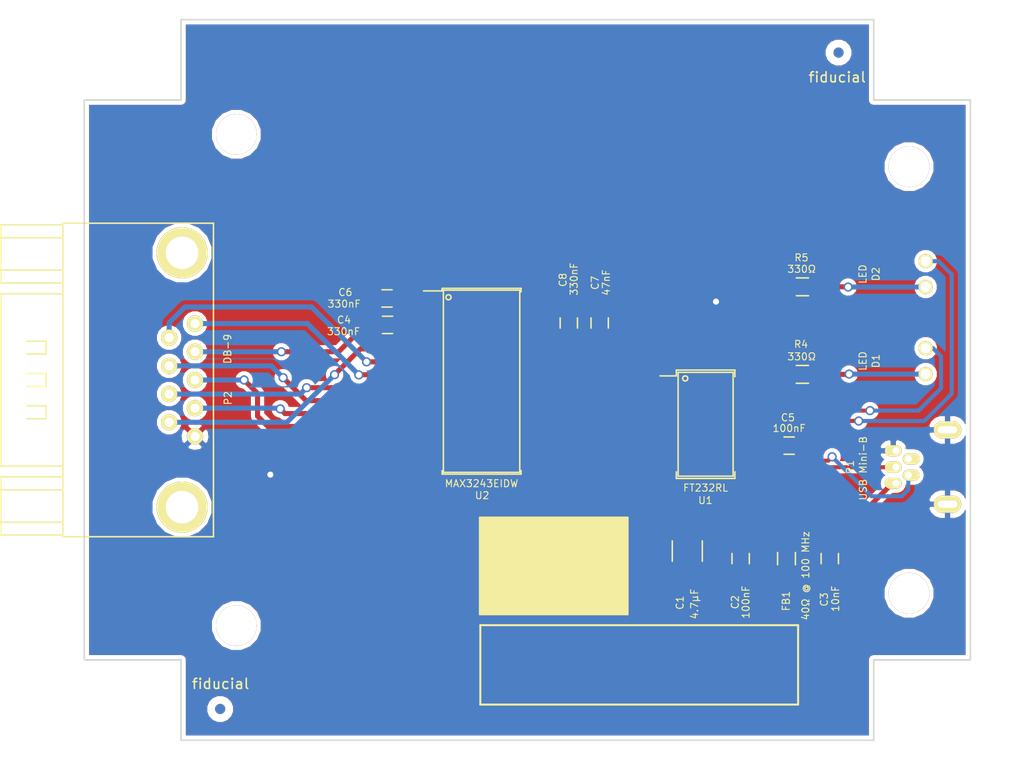
<source format=kicad_pcb>
(kicad_pcb (version 4) (host pcbnew no-vcs-found-product)

  (general
    (links 54)
    (no_connects 0)
    (area 96.024999 60.5625 196.920238 137.1525)
    (thickness 1.6)
    (drawings 21)
    (tracks 200)
    (zones 0)
    (modules 26)
    (nets 45)
  )

  (page A4)
  (layers
    (0 F.Cu signal)
    (31 B.Cu signal hide)
    (32 B.Adhes user)
    (33 F.Adhes user)
    (34 B.Paste user)
    (35 F.Paste user)
    (36 B.SilkS user)
    (37 F.SilkS user)
    (38 B.Mask user)
    (39 F.Mask user)
    (40 Dwgs.User user)
    (41 Cmts.User user)
    (42 Eco1.User user)
    (43 Eco2.User user)
    (44 Edge.Cuts user)
    (45 Margin user)
    (46 B.CrtYd user)
    (47 F.CrtYd user)
    (48 B.Fab user)
    (49 F.Fab user)
  )

  (setup
    (last_trace_width 0.25)
    (user_trace_width 0.3)
    (user_trace_width 0.4)
    (user_trace_width 0.5)
    (trace_clearance 0.2)
    (zone_clearance 0.4)
    (zone_45_only yes)
    (trace_min 0.2)
    (segment_width 0.2)
    (edge_width 0.15)
    (via_size 0.9)
    (via_drill 0.6)
    (via_min_size 0.4)
    (via_min_drill 0.3)
    (user_via 0.9 0.6)
    (uvia_size 0.3)
    (uvia_drill 0.1)
    (uvias_allowed no)
    (uvia_min_size 0.2)
    (uvia_min_drill 0.1)
    (pcb_text_width 0.3)
    (pcb_text_size 1.5 1.5)
    (mod_edge_width 0.15)
    (mod_text_size 1 1)
    (mod_text_width 0.15)
    (pad_size 1 1)
    (pad_drill 1)
    (pad_to_mask_clearance 0.2)
    (aux_axis_origin 0 0)
    (visible_elements FFFFFF7F)
    (pcbplotparams
      (layerselection 0x01000_ffffffff)
      (usegerberextensions false)
      (excludeedgelayer true)
      (linewidth 0.100000)
      (plotframeref false)
      (viasonmask false)
      (mode 1)
      (useauxorigin false)
      (hpglpennumber 1)
      (hpglpenspeed 20)
      (hpglpendiameter 15)
      (psnegative false)
      (psa4output false)
      (plotreference true)
      (plotvalue true)
      (plotinvisibletext false)
      (padsonsilk false)
      (subtractmaskfromsilk false)
      (outputformat 1)
      (mirror false)
      (drillshape 0)
      (scaleselection 1)
      (outputdirectory gerber_LPKF/))
  )

  (net 0 "")
  (net 1 +5V)
  (net 2 GND)
  (net 3 "Net-(C3-Pad1)")
  (net 4 "Net-(C4-Pad1)")
  (net 5 "Net-(C4-Pad2)")
  (net 6 "Net-(C5-Pad1)")
  (net 7 "Net-(C6-Pad1)")
  (net 8 "Net-(C7-Pad1)")
  (net 9 "Net-(C7-Pad2)")
  (net 10 "Net-(C8-Pad1)")
  (net 11 /TXLED#)
  (net 12 "Net-(D1-Pad2)")
  (net 13 /RXLED#)
  (net 14 "Net-(D2-Pad2)")
  (net 15 /USB_D+)
  (net 16 "Net-(P1-Pad4)")
  (net 17 /USB_D-)
  (net 18 /P2_1)
  (net 19 /P2_2)
  (net 20 /P2_3)
  (net 21 /P2_4)
  (net 22 /P2_6)
  (net 23 /P2_7)
  (net 24 /P2_8)
  (net 25 /P2_9)
  (net 26 /TXD)
  (net 27 /DTR#)
  (net 28 /RTS#)
  (net 29 /RXD)
  (net 30 /RI#)
  (net 31 "Net-(U1-Pad8)")
  (net 32 /DSR#)
  (net 33 /DCD#)
  (net 34 /CTS#)
  (net 35 "Net-(U1-Pad12)")
  (net 36 "Net-(U1-Pad13)")
  (net 37 "Net-(U1-Pad14)")
  (net 38 "Net-(U1-Pad19)")
  (net 39 "Net-(U1-Pad24)")
  (net 40 "Net-(U1-Pad27)")
  (net 41 "Net-(U1-Pad28)")
  (net 42 "Net-(U2-Pad20)")
  (net 43 "Net-(U2-Pad21)")
  (net 44 "Net-(C6-Pad2)")

  (net_class Default "This is the default net class."
    (clearance 0.2)
    (trace_width 0.25)
    (via_dia 0.9)
    (via_drill 0.6)
    (uvia_dia 0.3)
    (uvia_drill 0.1)
    (add_net +5V)
    (add_net /CTS#)
    (add_net /DCD#)
    (add_net /DSR#)
    (add_net /DTR#)
    (add_net /P2_1)
    (add_net /P2_2)
    (add_net /P2_3)
    (add_net /P2_4)
    (add_net /P2_6)
    (add_net /P2_7)
    (add_net /P2_8)
    (add_net /P2_9)
    (add_net /RI#)
    (add_net /RTS#)
    (add_net /RXD)
    (add_net /RXLED#)
    (add_net /TXD)
    (add_net /TXLED#)
    (add_net /USB_D+)
    (add_net /USB_D-)
    (add_net GND)
    (add_net "Net-(C3-Pad1)")
    (add_net "Net-(C4-Pad1)")
    (add_net "Net-(C4-Pad2)")
    (add_net "Net-(C5-Pad1)")
    (add_net "Net-(C6-Pad1)")
    (add_net "Net-(C6-Pad2)")
    (add_net "Net-(C7-Pad1)")
    (add_net "Net-(C7-Pad2)")
    (add_net "Net-(C8-Pad1)")
    (add_net "Net-(D1-Pad2)")
    (add_net "Net-(D2-Pad2)")
    (add_net "Net-(P1-Pad4)")
    (add_net "Net-(U1-Pad12)")
    (add_net "Net-(U1-Pad13)")
    (add_net "Net-(U1-Pad14)")
    (add_net "Net-(U1-Pad19)")
    (add_net "Net-(U1-Pad24)")
    (add_net "Net-(U1-Pad27)")
    (add_net "Net-(U1-Pad28)")
    (add_net "Net-(U1-Pad8)")
    (add_net "Net-(U2-Pad20)")
    (add_net "Net-(U2-Pad21)")
  )

  (module Controle:LNLS_LOGO (layer F.Cu) (tedit 0) (tstamp 57C42A1A)
    (at 134.71 120.38)
    (fp_text reference G*** (at 0 0) (layer F.Cu) hide
      (effects (font (thickness 0.3)))
    )
    (fp_text value LOGO (at 0.75 0) (layer F.Cu) hide
      (effects (font (thickness 0.3)))
    )
    (fp_poly (pts (xy 1.364287 7.214795) (xy 1.369937 7.235488) (xy 1.38786 7.326207) (xy 1.407997 7.465123)
      (xy 1.426056 7.622552) (xy 1.426423 7.626257) (xy 1.442664 7.770152) (xy 1.459204 7.883088)
      (xy 1.472737 7.942875) (xy 1.473941 7.945323) (xy 1.511517 7.943959) (xy 1.577803 7.897841)
      (xy 1.586584 7.88981) (xy 1.667171 7.831416) (xy 1.706132 7.83328) (xy 1.693749 7.884314)
      (xy 1.641231 7.952153) (xy 1.586563 8.023599) (xy 1.572479 8.071078) (xy 1.574706 8.074501)
      (xy 1.622047 8.088456) (xy 1.729177 8.105752) (xy 1.877961 8.123742) (xy 1.981912 8.133968)
      (xy 2.189872 8.153713) (xy 2.323016 8.169446) (xy 2.384486 8.182652) (xy 2.377427 8.19481)
      (xy 2.304981 8.207405) (xy 2.170292 8.221917) (xy 2.168769 8.222065) (xy 1.995103 8.239439)
      (xy 1.82101 8.257764) (xy 1.70626 8.270549) (xy 1.517289 8.292564) (xy 1.625257 8.405259)
      (xy 1.692237 8.491092) (xy 1.705054 8.540823) (xy 1.669727 8.543612) (xy 1.592272 8.488621)
      (xy 1.583481 8.480505) (xy 1.53058 8.434908) (xy 1.494411 8.422849) (xy 1.470076 8.454153)
      (xy 1.452677 8.538645) (xy 1.437317 8.686149) (xy 1.428473 8.791455) (xy 1.40698 8.976987)
      (xy 1.379105 9.092732) (xy 1.345891 9.135825) (xy 1.312419 9.11033) (xy 1.297841 9.054402)
      (xy 1.281498 8.942141) (xy 1.266397 8.795222) (xy 1.263139 8.755232) (xy 1.247231 8.586215)
      (xy 1.228552 8.486962) (xy 1.202852 8.449098) (xy 1.16588 8.464248) (xy 1.133231 8.49923)
      (xy 1.076821 8.548354) (xy 1.050292 8.557846) (xy 1.016907 8.532223) (xy 1.028649 8.470816)
      (xy 1.079358 8.396812) (xy 1.097885 8.378623) (xy 1.179769 8.304518) (xy 1.088115 8.278769)
      (xy 0.994294 8.262147) (xy 0.862862 8.249841) (xy 0.801077 8.246873) (xy 0.646188 8.236525)
      (xy 0.492865 8.217983) (xy 0.449385 8.210515) (xy 0.372355 8.194468) (xy 0.348454 8.183148)
      (xy 0.384742 8.173081) (xy 0.488276 8.160792) (xy 0.566615 8.152815) (xy 0.735889 8.135185)
      (xy 0.901507 8.116932) (xy 1.010617 8.104072) (xy 1.181081 8.082818) (xy 1.072082 7.969047)
      (xy 1.005384 7.883719) (xy 0.991127 7.832892) (xy 1.023981 7.827783) (xy 1.098616 7.879611)
      (xy 1.109724 7.88981) (xy 1.177596 7.940502) (xy 1.219525 7.94796) (xy 1.221672 7.945323)
      (xy 1.234984 7.892217) (xy 1.25152 7.785265) (xy 1.266441 7.659076) (xy 1.284416 7.500964)
      (xy 1.303964 7.352871) (xy 1.31721 7.268307) (xy 1.334407 7.180892) (xy 1.347121 7.164909)
      (xy 1.364287 7.214795)) (layer F.Cu) (width 0.01))
    (fp_poly (pts (xy 3.327469 7.817974) (xy 3.401775 7.829448) (xy 3.43301 7.855364) (xy 3.438769 7.893538)
      (xy 3.429826 7.937936) (xy 3.390871 7.961541) (xy 3.303714 7.970698) (xy 3.214077 7.971905)
      (xy 2.989385 7.972119) (xy 3.253154 8.130378) (xy 3.396533 8.222537) (xy 3.479813 8.293401)
      (xy 3.514277 8.353493) (xy 3.516923 8.376349) (xy 3.502315 8.462341) (xy 3.450265 8.517264)
      (xy 3.348436 8.547025) (xy 3.184491 8.557531) (xy 3.137877 8.557846) (xy 2.990445 8.555901)
      (xy 2.904734 8.547073) (xy 2.864346 8.526869) (xy 2.852884 8.490797) (xy 2.852615 8.479692)
      (xy 2.860882 8.436712) (xy 2.897387 8.413039) (xy 2.979692 8.403016) (xy 3.096846 8.401007)
      (xy 3.341077 8.400477) (xy 3.096846 8.255715) (xy 2.964678 8.172151) (xy 2.889366 8.108032)
      (xy 2.857084 8.049452) (xy 2.852615 8.01006) (xy 2.868143 7.913587) (xy 2.923111 7.853788)
      (xy 3.030101 7.82346) (xy 3.192585 7.815384) (xy 3.327469 7.817974)) (layer F.Cu) (width 0.01))
    (fp_poly (pts (xy 3.933411 7.817962) (xy 3.961954 7.835455) (xy 3.977635 7.882504) (xy 3.984307 7.973746)
      (xy 3.985821 8.123821) (xy 3.985846 8.186615) (xy 3.985168 8.358593) (xy 3.980564 8.467056)
      (xy 3.968183 8.526644) (xy 3.944172 8.551996) (xy 3.904678 8.557752) (xy 3.888154 8.557846)
      (xy 3.842896 8.555268) (xy 3.814353 8.537774) (xy 3.798672 8.490726) (xy 3.792001 8.399484)
      (xy 3.790486 8.249409) (xy 3.790461 8.186615) (xy 3.79114 8.014637) (xy 3.795743 7.906174)
      (xy 3.808124 7.846586) (xy 3.832136 7.821233) (xy 3.871629 7.815478) (xy 3.888154 7.815384)
      (xy 3.933411 7.817962)) (layer F.Cu) (width 0.01))
    (fp_poly (pts (xy 4.734238 7.817974) (xy 4.808545 7.829448) (xy 4.839779 7.855364) (xy 4.845538 7.893538)
      (xy 4.83621 7.938703) (xy 4.795876 7.962231) (xy 4.706016 7.970858) (xy 4.630615 7.971692)
      (xy 4.415692 7.971692) (xy 4.415692 8.264769) (xy 4.413846 8.414615) (xy 4.405429 8.502536)
      (xy 4.386122 8.544728) (xy 4.351607 8.557386) (xy 4.337538 8.557846) (xy 4.299171 8.551532)
      (xy 4.275907 8.522288) (xy 4.264023 8.45466) (xy 4.259796 8.333196) (xy 4.259385 8.233507)
      (xy 4.265283 8.052362) (xy 4.2819 7.923926) (xy 4.306277 7.862276) (xy 4.369803 7.836708)
      (xy 4.4867 7.819891) (xy 4.599354 7.815384) (xy 4.734238 7.817974)) (layer F.Cu) (width 0.01))
    (fp_poly (pts (xy 5.262026 7.817962) (xy 5.290569 7.835455) (xy 5.306251 7.882504) (xy 5.312922 7.973746)
      (xy 5.314437 8.123821) (xy 5.314461 8.186615) (xy 5.313783 8.358593) (xy 5.309179 8.467056)
      (xy 5.296798 8.526644) (xy 5.272787 8.551996) (xy 5.233294 8.557752) (xy 5.216769 8.557846)
      (xy 5.171512 8.555268) (xy 5.142969 8.537774) (xy 5.127288 8.490726) (xy 5.120616 8.399484)
      (xy 5.119102 8.249409) (xy 5.119077 8.186615) (xy 5.119755 8.014637) (xy 5.124359 7.906174)
      (xy 5.13674 7.846586) (xy 5.160751 7.821233) (xy 5.200244 7.815478) (xy 5.216769 7.815384)
      (xy 5.262026 7.817962)) (layer F.Cu) (width 0.01))
    (fp_poly (pts (xy 6.212521 7.821698) (xy 6.235785 7.850942) (xy 6.247669 7.91857) (xy 6.251896 8.040033)
      (xy 6.252308 8.139723) (xy 6.246409 8.320868) (xy 6.229792 8.449304) (xy 6.205415 8.510953)
      (xy 6.146323 8.533101) (xy 6.03652 8.548859) (xy 5.902108 8.557308) (xy 5.769189 8.557526)
      (xy 5.663863 8.548596) (xy 5.614051 8.531794) (xy 5.602392 8.483406) (xy 5.593429 8.376289)
      (xy 5.588523 8.229856) (xy 5.588 8.160564) (xy 5.589352 7.995317) (xy 5.595676 7.893202)
      (xy 5.610367 7.839211) (xy 5.636824 7.818336) (xy 5.666154 7.815384) (xy 5.706113 7.822306)
      (xy 5.729558 7.85387) (xy 5.74081 7.926271) (xy 5.744185 8.055705) (xy 5.744308 8.108461)
      (xy 5.744308 8.401538) (xy 6.096 8.401538) (xy 6.096 8.108461) (xy 6.097846 7.958614)
      (xy 6.106263 7.870693) (xy 6.12557 7.828502) (xy 6.160086 7.815844) (xy 6.174154 7.815384)
      (xy 6.212521 7.821698)) (layer F.Cu) (width 0.01))
    (fp_poly (pts (xy 7.0007 7.817974) (xy 7.075006 7.829448) (xy 7.10624 7.855364) (xy 7.112 7.893538)
      (xy 7.103057 7.937936) (xy 7.064102 7.961541) (xy 6.976945 7.970698) (xy 6.887308 7.971905)
      (xy 6.662615 7.972119) (xy 6.926385 8.130378) (xy 7.069764 8.222537) (xy 7.153044 8.293401)
      (xy 7.187508 8.353493) (xy 7.190154 8.376349) (xy 7.175545 8.462341) (xy 7.123495 8.517264)
      (xy 7.021667 8.547025) (xy 6.857722 8.557531) (xy 6.811108 8.557846) (xy 6.663676 8.555901)
      (xy 6.577964 8.547073) (xy 6.537576 8.526869) (xy 6.526115 8.490797) (xy 6.525846 8.479692)
      (xy 6.534112 8.436712) (xy 6.570618 8.413039) (xy 6.652923 8.403016) (xy 6.770077 8.401007)
      (xy 7.014308 8.400477) (xy 6.770077 8.255715) (xy 6.637909 8.172151) (xy 6.562597 8.108032)
      (xy 6.530315 8.049452) (xy 6.525846 8.01006) (xy 6.541373 7.913587) (xy 6.596342 7.853788)
      (xy 6.703332 7.82346) (xy 6.865815 7.815384) (xy 7.0007 7.817974)) (layer F.Cu) (width 0.01))
    (fp_poly (pts (xy 0.976923 7.756769) (xy 0.957385 7.776307) (xy 0.937846 7.756769) (xy 0.957385 7.73723)
      (xy 0.976923 7.756769)) (layer F.Cu) (width 0.01))
    (fp_poly (pts (xy 3.96476 7.403855) (xy 3.985846 7.463692) (xy 3.96295 7.524977) (xy 3.888154 7.541846)
      (xy 3.811547 7.523529) (xy 3.790461 7.463692) (xy 3.813358 7.402406) (xy 3.888154 7.385538)
      (xy 3.96476 7.403855)) (layer F.Cu) (width 0.01))
    (fp_poly (pts (xy 5.293376 7.403855) (xy 5.314461 7.463692) (xy 5.291565 7.524977) (xy 5.216769 7.541846)
      (xy 5.140162 7.523529) (xy 5.119077 7.463692) (xy 5.141973 7.402406) (xy 5.216769 7.385538)
      (xy 5.293376 7.403855)) (layer F.Cu) (width 0.01))
    (fp_poly (pts (xy 7.307385 6.994769) (xy -7.346462 6.994769) (xy -7.346462 6.682153) (xy 7.307385 6.682153)
      (xy 7.307385 6.994769)) (layer F.Cu) (width 0.01))
    (fp_poly (pts (xy -6.682154 4.847314) (xy -6.682425 5.127233) (xy -6.676852 5.338666) (xy -6.655856 5.491193)
      (xy -6.609858 5.594394) (xy -6.529277 5.657848) (xy -6.404535 5.691135) (xy -6.226052 5.703833)
      (xy -5.984248 5.705523) (xy -5.824238 5.70523) (xy -5.158154 5.70523) (xy -5.158154 6.056923)
      (xy -5.990028 6.056923) (xy -6.267895 6.056482) (xy -6.47961 6.054461) (xy -6.63717 6.049811)
      (xy -6.752576 6.041483) (xy -6.837826 6.02843) (xy -6.904919 6.009602) (xy -6.965855 5.983952)
      (xy -6.996259 5.969) (xy -7.145481 5.867041) (xy -7.249932 5.72337) (xy -7.258539 5.70672)
      (xy -7.290773 5.637245) (xy -7.314034 5.567052) (xy -7.32977 5.482154) (xy -7.339426 5.36857)
      (xy -7.344449 5.212315) (xy -7.346285 4.999405) (xy -7.346462 4.856796) (xy -7.346462 4.18123)
      (xy -6.682154 4.18123) (xy -6.682154 4.847314)) (layer F.Cu) (width 0.01))
    (fp_poly (pts (xy -0.898769 6.056923) (xy -1.464522 6.056923) (xy -2.099953 5.422367) (xy -2.735385 4.787811)
      (xy -2.735385 6.056923) (xy -3.360615 6.056923) (xy -3.360615 4.18123) (xy -3.096846 4.182116)
      (xy -2.833077 4.183003) (xy -1.563077 5.399827) (xy -1.563077 4.18123) (xy -0.898769 4.18123)
      (xy -0.898769 6.056923)) (layer F.Cu) (width 0.01))
    (fp_poly (pts (xy 1.680308 4.847314) (xy 1.680667 5.090149) (xy 1.682798 5.267373) (xy 1.688279 5.391531)
      (xy 1.698689 5.475167) (xy 1.715607 5.530823) (xy 1.740612 5.571044) (xy 1.775284 5.608374)
      (xy 1.776224 5.609314) (xy 1.813636 5.644231) (xy 1.853646 5.669444) (xy 1.908798 5.686534)
      (xy 1.991635 5.697078) (xy 2.114702 5.702656) (xy 2.290541 5.704847) (xy 2.531696 5.70523)
      (xy 3.204308 5.70523) (xy 3.204308 6.056923) (xy 2.372434 6.056923) (xy 2.094566 6.056482)
      (xy 1.882852 6.054461) (xy 1.725291 6.049811) (xy 1.609886 6.041483) (xy 1.524636 6.02843)
      (xy 1.457542 6.009602) (xy 1.396607 5.983952) (xy 1.366203 5.969) (xy 1.216981 5.867041)
      (xy 1.112529 5.72337) (xy 1.103923 5.70672) (xy 1.071689 5.637245) (xy 1.048427 5.567052)
      (xy 1.032692 5.482154) (xy 1.023036 5.36857) (xy 1.018013 5.212315) (xy 1.016176 4.999405)
      (xy 1.016 4.856796) (xy 1.016 4.18123) (xy 1.680308 4.18123) (xy 1.680308 4.847314)) (layer F.Cu) (width 0.01))
    (fp_poly (pts (xy 7.151077 4.532923) (xy 5.589802 4.532923) (xy 5.527508 4.627994) (xy 5.492442 4.739362)
      (xy 5.529325 4.840732) (xy 5.632087 4.917541) (xy 5.651535 4.925562) (xy 5.724185 4.938672)
      (xy 5.858443 4.949778) (xy 6.03777 4.957986) (xy 6.245629 4.962403) (xy 6.342775 4.962915)
      (xy 6.576338 4.964018) (xy 6.74613 4.968241) (xy 6.866517 4.977154) (xy 6.951864 4.992329)
      (xy 7.01654 5.015335) (xy 7.065505 5.041924) (xy 7.19788 5.165042) (xy 7.278549 5.328998)
      (xy 7.303122 5.512428) (xy 7.267208 5.693967) (xy 7.218682 5.787375) (xy 7.161585 5.866431)
      (xy 7.101662 5.928354) (xy 7.028969 5.975224) (xy 6.933561 6.009121) (xy 6.805493 6.032122)
      (xy 6.634823 6.046309) (xy 6.411604 6.05376) (xy 6.125893 6.056555) (xy 5.929923 6.056862)
      (xy 5.001846 6.056923) (xy 5.001846 5.70523) (xy 5.75779 5.70523) (xy 6.021521 5.704621)
      (xy 6.218186 5.70215) (xy 6.358866 5.696852) (xy 6.454643 5.687762) (xy 6.516599 5.673915)
      (xy 6.555816 5.654347) (xy 6.578405 5.633769) (xy 6.636508 5.523833) (xy 6.624101 5.414954)
      (xy 6.556228 5.336215) (xy 6.50673 5.312108) (xy 6.430062 5.295015) (xy 6.314211 5.283901)
      (xy 6.147161 5.277728) (xy 5.916899 5.275462) (xy 5.850903 5.275384) (xy 5.579027 5.272982)
      (xy 5.373023 5.26362) (xy 5.220699 5.244069) (xy 5.109862 5.211097) (xy 5.028318 5.161473)
      (xy 4.963876 5.091966) (xy 4.92211 5.029256) (xy 4.860707 4.864272) (xy 4.849104 4.675259)
      (xy 4.887466 4.496776) (xy 4.919225 4.432103) (xy 4.968871 4.359156) (xy 5.024941 4.301815)
      (xy 5.096981 4.258221) (xy 5.19454 4.226518) (xy 5.327166 4.20485) (xy 5.504406 4.19136)
      (xy 5.735808 4.184192) (xy 6.030921 4.181488) (xy 6.209367 4.18123) (xy 7.151077 4.18123)
      (xy 7.151077 4.532923)) (layer F.Cu) (width 0.01))
    (fp_poly (pts (xy 7.405077 3.653692) (xy -0.010957 3.663562) (xy -0.936873 3.664703) (xy -1.787446 3.665549)
      (xy -2.565485 3.666086) (xy -3.273799 3.666298) (xy -3.9152 3.66617) (xy -4.492496 3.665689)
      (xy -5.008496 3.664839) (xy -5.466012 3.663605) (xy -5.867853 3.661973) (xy -6.216827 3.659928)
      (xy -6.515746 3.657455) (xy -6.767419 3.654539) (xy -6.974655 3.651166) (xy -7.140265 3.64732)
      (xy -7.267058 3.642988) (xy -7.357843 3.638154) (xy -7.415431 3.632803) (xy -7.442632 3.626921)
      (xy -7.445608 3.624485) (xy -7.447632 3.580551) (xy -7.449468 3.462691) (xy -7.451111 3.27513)
      (xy -7.452555 3.022096) (xy -7.453794 2.707815) (xy -7.454822 2.336513) (xy -7.455633 1.912419)
      (xy -7.456222 1.439757) (xy -7.456582 0.922756) (xy -7.456708 0.365642) (xy -7.456593 -0.22736)
      (xy -7.456233 -0.852021) (xy -7.45562 -1.504115) (xy -7.454749 -2.179416) (xy -7.45419 -2.54)
      (xy -7.444571 -8.401539) (xy -7.190154 -8.401539) (xy -7.190154 3.399692) (xy -6.232769 3.399692)
      (xy -5.968539 3.399258) (xy -5.732246 3.398039) (xy -5.534459 3.396158) (xy -5.385749 3.393737)
      (xy -5.296683 3.3909) (xy -5.275385 3.388568) (xy -5.287711 3.349064) (xy -5.319874 3.256961)
      (xy -5.360501 3.144337) (xy -5.424266 2.900854) (xy -5.460591 2.612609) (xy -5.468745 2.308288)
      (xy -5.447997 2.016577) (xy -5.397616 1.766163) (xy -5.395779 1.760049) (xy -5.239485 1.372098)
      (xy -5.02282 1.025841) (xy -4.753333 0.726974) (xy -4.438574 0.481195) (xy -4.086092 0.2942)
      (xy -3.703437 0.171685) (xy -3.298158 0.119348) (xy -3.219411 0.117808) (xy -2.904822 0.132754)
      (xy -2.628679 0.184244) (xy -2.356743 0.280103) (xy -2.207846 0.348989) (xy -1.844385 0.569215)
      (xy -1.535707 0.841101) (xy -1.285678 1.157526) (xy -1.098159 1.51137) (xy -0.977016 1.895511)
      (xy -0.926112 2.302829) (xy -0.943118 2.679916) (xy -0.972721 2.859882) (xy -1.014218 3.041174)
      (xy -1.056606 3.178657) (xy -1.098683 3.290969) (xy -1.126508 3.368325) (xy -1.133211 3.389923)
      (xy -1.095206 3.391585) (xy -0.985454 3.393159) (xy -0.810363 3.394619) (xy -0.576341 3.395942)
      (xy -0.289795 3.397104) (xy 0.042867 3.39808) (xy 0.415237 3.398847) (xy 0.820909 3.399381)
      (xy 1.253475 3.399658) (xy 1.471783 3.399692) (xy 4.076797 3.399692) (xy 3.591706 2.907758)
      (xy 2.911478 2.263027) (xy 2.216749 1.694352) (xy 1.505605 1.200657) (xy 0.776132 0.780864)
      (xy 0.026417 0.433897) (xy -0.745455 0.158677) (xy -1.541397 -0.045872) (xy -1.719385 -0.081394)
      (xy -1.937685 -0.123384) (xy -2.131563 -0.161841) (xy -2.286897 -0.193872) (xy -2.389563 -0.216582)
      (xy -2.422769 -0.225474) (xy -2.424982 -0.242774) (xy -2.357953 -0.26417) (xy -2.230413 -0.288425)
      (xy -2.051091 -0.314304) (xy -1.828719 -0.340569) (xy -1.572026 -0.365984) (xy -1.289743 -0.389314)
      (xy -1.239956 -0.392975) (xy -0.392436 -0.415889) (xy 0.466554 -0.364475) (xy 1.32999 -0.240344)
      (xy 2.19085 -0.045102) (xy 3.04211 0.219643) (xy 3.876748 0.552281) (xy 4.68774 0.951206)
      (xy 4.729365 0.97386) (xy 4.900041 1.068571) (xy 5.122508 1.194084) (xy 5.381228 1.341517)
      (xy 5.660662 1.501986) (xy 5.945274 1.666609) (xy 6.162432 1.793099) (xy 6.408117 1.936252)
      (xy 6.631571 2.065584) (xy 6.823997 2.176074) (xy 6.976598 2.262699) (xy 7.080576 2.320438)
      (xy 7.127136 2.344269) (xy 7.128528 2.344615) (xy 7.13122 2.306282) (xy 7.133819 2.194256)
      (xy 7.136308 2.013) (xy 7.138669 1.766974) (xy 7.140881 1.460642) (xy 7.142927 1.098463)
      (xy 7.144788 0.684899) (xy 7.146444 0.224413) (xy 7.147878 -0.278534) (xy 7.149071 -0.819481)
      (xy 7.150004 -1.393967) (xy 7.150657 -1.997528) (xy 7.151014 -2.625705) (xy 7.151077 -3.028462)
      (xy 7.151077 -8.401539) (xy -7.190154 -8.401539) (xy -7.444571 -8.401539) (xy -7.444154 -8.655539)
      (xy 7.405077 -8.655539) (xy 7.405077 3.653692)) (layer F.Cu) (width 0.01))
    (fp_poly (pts (xy -3.029847 -8.013203) (xy -2.958267 -7.970998) (xy -2.828937 -7.895832) (xy -2.651966 -7.793509)
      (xy -2.437465 -7.669836) (xy -2.195543 -7.53062) (xy -1.936311 -7.381665) (xy -1.669878 -7.228779)
      (xy -1.406354 -7.077767) (xy -1.15585 -6.934435) (xy -0.928475 -6.804591) (xy -0.734339 -6.69404)
      (xy -0.615528 -6.626656) (xy -0.455103 -6.534078) (xy -0.322934 -6.454316) (xy -0.232087 -6.395507)
      (xy -0.195629 -6.365792) (xy -0.195451 -6.364994) (xy -0.225898 -6.335258) (xy -0.309229 -6.271027)
      (xy -0.43335 -6.181232) (xy -0.586167 -6.074806) (xy -0.615462 -6.054796) (xy -1.386469 -5.502773)
      (xy -2.084122 -4.945683) (xy -2.713221 -4.378384) (xy -3.278565 -3.795732) (xy -3.784954 -3.192583)
      (xy -4.237188 -2.563796) (xy -4.640066 -1.904225) (xy -4.843614 -1.524) (xy -5.058874 -1.08115)
      (xy -5.23821 -0.661742) (xy -5.38906 -0.243876) (xy -5.518861 0.194347) (xy -5.635052 0.674826)
      (xy -5.705556 1.013868) (xy -5.75986 1.282454) (xy -5.802053 1.476242) (xy -5.832737 1.597545)
      (xy -5.852513 1.648677) (xy -5.861983 1.631952) (xy -5.862778 1.618435) (xy -5.868673 1.566675)
      (xy -5.883566 1.455936) (xy -5.904943 1.304541) (xy -5.921295 1.191846) (xy -5.942936 1.01258)
      (xy -5.964257 0.780034) (xy -5.98333 0.519065) (xy -5.998224 0.25453) (xy -6.003204 0.136769)
      (xy -5.997525 -0.761071) (xy -5.914041 -1.655805) (xy -5.753082 -2.546141) (xy -5.514976 -3.430784)
      (xy -5.200053 -4.308441) (xy -4.80864 -5.177819) (xy -4.507235 -5.748829) (xy -4.409193 -5.922284)
      (xy -4.28059 -6.147043) (xy -4.130647 -6.407141) (xy -3.96859 -6.686613) (xy -3.80364 -6.969494)
      (xy -3.689994 -7.163373) (xy -3.148463 -8.084935) (xy -3.029847 -8.013203)) (layer F.Cu) (width 0.01))
    (fp_poly (pts (xy 4.504447 -2.798666) (xy 4.713065 -2.794214) (xy 5.900615 -2.765485) (xy 5.900615 -1.050589)
      (xy 5.89997 -0.693121) (xy 5.898125 -0.361043) (xy 5.895214 -0.062231) (xy 5.891373 0.195439)
      (xy 5.886737 0.40409) (xy 5.88144 0.555845) (xy 5.875617 0.642827) (xy 5.871308 0.660958)
      (xy 5.826968 0.643015) (xy 5.727489 0.59654) (xy 5.587371 0.528471) (xy 5.421116 0.445749)
      (xy 5.412154 0.44124) (xy 4.562649 0.041877) (xy 3.734848 -0.288667) (xy 2.919088 -0.553159)
      (xy 2.105708 -0.754364) (xy 1.285044 -0.895047) (xy 0.455981 -0.97742) (xy -0.342453 -0.997117)
      (xy -1.125824 -0.949298) (xy -1.904715 -0.832414) (xy -2.689712 -0.644918) (xy -3.421321 -0.410544)
      (xy -3.584752 -0.354627) (xy -3.722025 -0.312285) (xy -3.815898 -0.288566) (xy -3.8471 -0.285906)
      (xy -3.842909 -0.314364) (xy -3.780445 -0.377254) (xy -3.668383 -0.468687) (xy -3.515399 -0.582775)
      (xy -3.33017 -0.713629) (xy -3.121371 -0.85536) (xy -2.897678 -1.00208) (xy -2.667769 -1.1479)
      (xy -2.440317 -1.28693) (xy -2.224 -1.413284) (xy -2.027494 -1.521071) (xy -2.026498 -1.521595)
      (xy -1.463464 -1.799984) (xy -0.902593 -2.040701) (xy -0.335569 -2.245315) (xy 0.245923 -2.415398)
      (xy 0.850202 -2.552519) (xy 1.485582 -2.658249) (xy 2.16038 -2.734158) (xy 2.882913 -2.781817)
      (xy 3.661497 -2.802796) (xy 4.504447 -2.798666)) (layer F.Cu) (width 0.01))
    (fp_poly (pts (xy 2.167159 -6.476359) (xy 2.216689 -6.394134) (xy 2.295921 -6.259859) (xy 2.399903 -6.082123)
      (xy 2.523683 -5.869515) (xy 2.662311 -5.630623) (xy 2.810833 -5.374038) (xy 2.964299 -5.108348)
      (xy 3.117756 -4.842142) (xy 3.266254 -4.584009) (xy 3.404841 -4.342539) (xy 3.528564 -4.126321)
      (xy 3.632472 -3.943943) (xy 3.711614 -3.803995) (xy 3.761038 -3.715066) (xy 3.775995 -3.685681)
      (xy 3.737043 -3.68025) (xy 3.632456 -3.669417) (xy 3.474479 -3.654349) (xy 3.275353 -3.636213)
      (xy 3.047424 -3.616187) (xy 2.469228 -3.560252) (xy 1.95412 -3.497116) (xy 1.487184 -3.424465)
      (xy 1.053506 -3.339986) (xy 0.648485 -3.244029) (xy -0.235678 -2.984577) (xy -1.061026 -2.676429)
      (xy -1.831871 -2.316964) (xy -2.552524 -1.903563) (xy -3.227295 -1.433605) (xy -3.860498 -0.904472)
      (xy -4.456442 -0.313543) (xy -4.786778 0.058615) (xy -4.921968 0.21794) (xy -5.01449 0.326112)
      (xy -5.072408 0.391427) (xy -5.103791 0.422178) (xy -5.116703 0.426661) (xy -5.119211 0.41317)
      (xy -5.119077 0.400331) (xy -5.103389 0.341419) (xy -5.060501 0.22635) (xy -4.996674 0.069598)
      (xy -4.91817 -0.114367) (xy -4.831253 -0.311073) (xy -4.742185 -0.506048) (xy -4.657227 -0.68482)
      (xy -4.599194 -0.801077) (xy -4.212116 -1.495836) (xy -3.791153 -2.134992) (xy -3.321986 -2.738609)
      (xy -2.814162 -3.302) (xy -2.498358 -3.62135) (xy -2.188103 -3.915002) (xy -1.873717 -4.190105)
      (xy -1.545521 -4.453809) (xy -1.193835 -4.713263) (xy -0.808981 -4.975615) (xy -0.381278 -5.248016)
      (xy 0.098952 -5.537614) (xy 0.625231 -5.842352) (xy 0.84581 -5.967637) (xy 1.077545 -6.098483)
      (xy 1.307337 -6.227569) (xy 1.522088 -6.347576) (xy 1.708696 -6.451186) (xy 1.854063 -6.531077)
      (xy 1.945089 -6.579931) (xy 1.947297 -6.581075) (xy 2.064713 -6.641793) (xy 2.167159 -6.476359)) (layer F.Cu) (width 0.01))
  )

  (module Mounting_Holes:MountingHole_4mm (layer F.Cu) (tedit 57C42AC1) (tstamp 568EA09F)
    (at 185.47 118.955)
    (descr "Mounting hole, Befestigungsbohrung, 4mm, No Annular, Kein Restring,")
    (tags "Mounting hole, Befestigungsbohrung, 4mm, No Annular, Kein Restring,")
    (fp_text reference F4 (at -6.01 0.015) (layer F.SilkS) hide
      (effects (font (size 0.7 0.7) (thickness 0.1)))
    )
    (fp_text value "Furo de fixação (4mm)" (at 0 6) (layer F.SilkS) hide
      (effects (font (size 0.7 0.7) (thickness 0.1)))
    )
    (fp_circle (center 0 0) (end 4 0) (layer Cmts.User) (width 0.381))
    (pad 1 thru_hole circle (at 0 0) (size 4 4) (drill 4) (layers))
  )

  (module Mounting_Holes:MountingHole_4mm (layer F.Cu) (tedit 57C42ADB) (tstamp 568EA09A)
    (at 119.43 122.13)
    (descr "Mounting hole, Befestigungsbohrung, 4mm, No Annular, Kein Restring,")
    (tags "Mounting hole, Befestigungsbohrung, 4mm, No Annular, Kein Restring,")
    (fp_text reference F3 (at 0 -6) (layer F.SilkS) hide
      (effects (font (size 0.7 0.7) (thickness 0.1)))
    )
    (fp_text value "Furo de fixação (4mm)" (at 0 6) (layer F.SilkS) hide
      (effects (font (size 0.7 0.7) (thickness 0.1)))
    )
    (fp_circle (center 0 0) (end 4 0) (layer Cmts.User) (width 0.381))
    (pad 1 thru_hole circle (at 0 0) (size 4 4) (drill 4) (layers))
  )

  (module Mounting_Holes:MountingHole_4mm (layer F.Cu) (tedit 57C42ACB) (tstamp 568EA090)
    (at 185.47 77.045)
    (descr "Mounting hole, Befestigungsbohrung, 4mm, No Annular, Kein Restring,")
    (tags "Mounting hole, Befestigungsbohrung, 4mm, No Annular, Kein Restring,")
    (fp_text reference F2 (at -6 0) (layer F.SilkS) hide
      (effects (font (size 0.7 0.7) (thickness 0.1)))
    )
    (fp_text value "Furo de fixação (4mm)" (at 0 6) (layer F.SilkS) hide
      (effects (font (size 0.7 0.7) (thickness 0.1)))
    )
    (fp_circle (center 0 0) (end 4 0) (layer Cmts.User) (width 0.381))
    (pad 1 thru_hole circle (at 0 0) (size 4 4) (drill 4) (layers))
  )

  (module Mounting_Holes:MountingHole_4mm (layer F.Cu) (tedit 57C42AD3) (tstamp 568E9F62)
    (at 119.43 73.87)
    (descr "Mounting hole, Befestigungsbohrung, 4mm, No Annular, Kein Restring,")
    (tags "Mounting hole, Befestigungsbohrung, 4mm, No Annular, Kein Restring,")
    (fp_text reference F1 (at 0 -6) (layer F.SilkS) hide
      (effects (font (size 0.7 0.7) (thickness 0.1)))
    )
    (fp_text value "Furo de fixação (4mm)" (at 0 6) (layer F.SilkS) hide
      (effects (font (size 0.7 0.7) (thickness 0.1)))
    )
    (fp_circle (center 0 0) (end 4 0) (layer Cmts.User) (width 0.381))
    (pad 1 thru_hole circle (at 0 0) (size 4 4) (drill 4) (layers))
  )

  (module Capacitors_SMD:C_1210_HandSoldering (layer F.Cu) (tedit 57EA65AA) (tstamp 57C0869D)
    (at 163.7 114.81 90)
    (descr "Capacitor SMD 1210, hand soldering")
    (tags "capacitor 1210")
    (path /5694FB72)
    (attr smd)
    (fp_text reference C1 (at -5.08 -0.72 90) (layer F.SilkS)
      (effects (font (size 0.7 0.7) (thickness 0.1)))
    )
    (fp_text value 4.7µF (at -5.19 0.71 90) (layer F.SilkS)
      (effects (font (size 0.7 0.7) (thickness 0.1)))
    )
    (fp_line (start -3.3 -1.6) (end 3.3 -1.6) (layer F.CrtYd) (width 0.05))
    (fp_line (start -3.3 1.6) (end 3.3 1.6) (layer F.CrtYd) (width 0.05))
    (fp_line (start -3.3 -1.6) (end -3.3 1.6) (layer F.CrtYd) (width 0.05))
    (fp_line (start 3.3 -1.6) (end 3.3 1.6) (layer F.CrtYd) (width 0.05))
    (fp_line (start 1 -1.475) (end -1 -1.475) (layer F.SilkS) (width 0.15))
    (fp_line (start -1 1.475) (end 1 1.475) (layer F.SilkS) (width 0.15))
    (pad 1 smd rect (at -2 0 90) (size 2 2.5) (layers F.Cu F.Paste F.Mask)
      (net 1 +5V))
    (pad 2 smd rect (at 2 0 90) (size 2 2.5) (layers F.Cu F.Paste F.Mask)
      (net 2 GND))
    (model Capacitors_SMD.3dshapes/C_1210_HandSoldering.wrl
      (at (xyz 0 0 0))
      (scale (xyz 1 1 1))
      (rotate (xyz 0 0 0))
    )
  )

  (module Capacitors_SMD:C_0805_HandSoldering (layer F.Cu) (tedit 57EA6585) (tstamp 57C086A3)
    (at 168.94 115.55 90)
    (descr "Capacitor SMD 0805, hand soldering")
    (tags "capacitor 0805")
    (path /5694DB84)
    (attr smd)
    (fp_text reference C2 (at -4.28 -0.54 90) (layer F.SilkS)
      (effects (font (size 0.7 0.7) (thickness 0.1)))
    )
    (fp_text value 100nF (at -4.28 0.51 90) (layer F.SilkS)
      (effects (font (size 0.7 0.7) (thickness 0.1)))
    )
    (fp_line (start -2.3 -1) (end 2.3 -1) (layer F.CrtYd) (width 0.05))
    (fp_line (start -2.3 1) (end 2.3 1) (layer F.CrtYd) (width 0.05))
    (fp_line (start -2.3 -1) (end -2.3 1) (layer F.CrtYd) (width 0.05))
    (fp_line (start 2.3 -1) (end 2.3 1) (layer F.CrtYd) (width 0.05))
    (fp_line (start 0.5 -0.85) (end -0.5 -0.85) (layer F.SilkS) (width 0.15))
    (fp_line (start -0.5 0.85) (end 0.5 0.85) (layer F.SilkS) (width 0.15))
    (pad 1 smd rect (at -1.25 0 90) (size 1.5 1.25) (layers F.Cu F.Paste F.Mask)
      (net 1 +5V))
    (pad 2 smd rect (at 1.25 0 90) (size 1.5 1.25) (layers F.Cu F.Paste F.Mask)
      (net 2 GND))
    (model Capacitors_SMD.3dshapes/C_0805_HandSoldering.wrl
      (at (xyz 0 0 0))
      (scale (xyz 1 1 1))
      (rotate (xyz 0 0 0))
    )
  )

  (module Capacitors_SMD:C_0805_HandSoldering (layer F.Cu) (tedit 57EA65BB) (tstamp 57C086A9)
    (at 177.69 115.55 270)
    (descr "Capacitor SMD 0805, hand soldering")
    (tags "capacitor 0805")
    (path /5694D333)
    (attr smd)
    (fp_text reference C3 (at 4.02 0.55 270) (layer F.SilkS)
      (effects (font (size 0.7 0.7) (thickness 0.1)))
    )
    (fp_text value 10nF (at 3.94 -0.56 270) (layer F.SilkS)
      (effects (font (size 0.7 0.7) (thickness 0.1)))
    )
    (fp_line (start -2.3 -1) (end 2.3 -1) (layer F.CrtYd) (width 0.05))
    (fp_line (start -2.3 1) (end 2.3 1) (layer F.CrtYd) (width 0.05))
    (fp_line (start -2.3 -1) (end -2.3 1) (layer F.CrtYd) (width 0.05))
    (fp_line (start 2.3 -1) (end 2.3 1) (layer F.CrtYd) (width 0.05))
    (fp_line (start 0.5 -0.85) (end -0.5 -0.85) (layer F.SilkS) (width 0.15))
    (fp_line (start -0.5 0.85) (end 0.5 0.85) (layer F.SilkS) (width 0.15))
    (pad 1 smd rect (at -1.25 0 270) (size 1.5 1.25) (layers F.Cu F.Paste F.Mask)
      (net 3 "Net-(C3-Pad1)"))
    (pad 2 smd rect (at 1.25 0 270) (size 1.5 1.25) (layers F.Cu F.Paste F.Mask)
      (net 2 GND))
    (model Capacitors_SMD.3dshapes/C_0805_HandSoldering.wrl
      (at (xyz 0 0 0))
      (scale (xyz 1 1 1))
      (rotate (xyz 0 0 0))
    )
  )

  (module Capacitors_SMD:C_0805_HandSoldering (layer F.Cu) (tedit 57EA6556) (tstamp 57C086AF)
    (at 134.22 89.99)
    (descr "Capacitor SMD 0805, hand soldering")
    (tags "capacitor 0805")
    (path /56ABB304)
    (attr smd)
    (fp_text reference C4 (at -4.22 2.11) (layer F.SilkS)
      (effects (font (size 0.7 0.7) (thickness 0.1)))
    )
    (fp_text value 330nF (at -4.27 3.25) (layer F.SilkS)
      (effects (font (size 0.7 0.7) (thickness 0.1)))
    )
    (fp_line (start -2.3 -1) (end 2.3 -1) (layer F.CrtYd) (width 0.05))
    (fp_line (start -2.3 1) (end 2.3 1) (layer F.CrtYd) (width 0.05))
    (fp_line (start -2.3 -1) (end -2.3 1) (layer F.CrtYd) (width 0.05))
    (fp_line (start 2.3 -1) (end 2.3 1) (layer F.CrtYd) (width 0.05))
    (fp_line (start 0.5 -0.85) (end -0.5 -0.85) (layer F.SilkS) (width 0.15))
    (fp_line (start -0.5 0.85) (end 0.5 0.85) (layer F.SilkS) (width 0.15))
    (pad 1 smd rect (at -1.25 0) (size 1.5 1.25) (layers F.Cu F.Paste F.Mask)
      (net 4 "Net-(C4-Pad1)"))
    (pad 2 smd rect (at 1.25 0) (size 1.5 1.25) (layers F.Cu F.Paste F.Mask)
      (net 5 "Net-(C4-Pad2)"))
    (model Capacitors_SMD.3dshapes/C_0805_HandSoldering.wrl
      (at (xyz 0 0 0))
      (scale (xyz 1 1 1))
      (rotate (xyz 0 0 0))
    )
  )

  (module Capacitors_SMD:C_0805_HandSoldering (layer F.Cu) (tedit 57EA6631) (tstamp 57C086B5)
    (at 173.7 104.45)
    (descr "Capacitor SMD 0805, hand soldering")
    (tags "capacitor 0805")
    (path /56951568)
    (attr smd)
    (fp_text reference C5 (at -0.12 -2.75) (layer F.SilkS)
      (effects (font (size 0.7 0.7) (thickness 0.1)))
    )
    (fp_text value 100nF (at 0 -1.7) (layer F.SilkS)
      (effects (font (size 0.7 0.7) (thickness 0.1)))
    )
    (fp_line (start -2.3 -1) (end 2.3 -1) (layer F.CrtYd) (width 0.05))
    (fp_line (start -2.3 1) (end 2.3 1) (layer F.CrtYd) (width 0.05))
    (fp_line (start -2.3 -1) (end -2.3 1) (layer F.CrtYd) (width 0.05))
    (fp_line (start 2.3 -1) (end 2.3 1) (layer F.CrtYd) (width 0.05))
    (fp_line (start 0.5 -0.85) (end -0.5 -0.85) (layer F.SilkS) (width 0.15))
    (fp_line (start -0.5 0.85) (end 0.5 0.85) (layer F.SilkS) (width 0.15))
    (pad 1 smd rect (at -1.25 0) (size 1.5 1.25) (layers F.Cu F.Paste F.Mask)
      (net 6 "Net-(C5-Pad1)"))
    (pad 2 smd rect (at 1.25 0) (size 1.5 1.25) (layers F.Cu F.Paste F.Mask)
      (net 2 GND))
    (model Capacitors_SMD.3dshapes/C_0805_HandSoldering.wrl
      (at (xyz 0 0 0))
      (scale (xyz 1 1 1))
      (rotate (xyz 0 0 0))
    )
  )

  (module Capacitors_SMD:C_0805_HandSoldering (layer F.Cu) (tedit 57EA654E) (tstamp 57C086BB)
    (at 134.27 92.59 180)
    (descr "Capacitor SMD 0805, hand soldering")
    (tags "capacitor 0805")
    (path /56ABCC49)
    (attr smd)
    (fp_text reference C6 (at 4.14 3.2 180) (layer F.SilkS)
      (effects (font (size 0.7 0.7) (thickness 0.1)))
    )
    (fp_text value 330nF (at 4.26 2.06 180) (layer F.SilkS)
      (effects (font (size 0.7 0.7) (thickness 0.1)))
    )
    (fp_line (start -2.3 -1) (end 2.3 -1) (layer F.CrtYd) (width 0.05))
    (fp_line (start -2.3 1) (end 2.3 1) (layer F.CrtYd) (width 0.05))
    (fp_line (start -2.3 -1) (end -2.3 1) (layer F.CrtYd) (width 0.05))
    (fp_line (start 2.3 -1) (end 2.3 1) (layer F.CrtYd) (width 0.05))
    (fp_line (start 0.5 -0.85) (end -0.5 -0.85) (layer F.SilkS) (width 0.15))
    (fp_line (start -0.5 0.85) (end 0.5 0.85) (layer F.SilkS) (width 0.15))
    (pad 1 smd rect (at -1.25 0 180) (size 1.5 1.25) (layers F.Cu F.Paste F.Mask)
      (net 7 "Net-(C6-Pad1)"))
    (pad 2 smd rect (at 1.25 0 180) (size 1.5 1.25) (layers F.Cu F.Paste F.Mask)
      (net 44 "Net-(C6-Pad2)"))
    (model Capacitors_SMD.3dshapes/C_0805_HandSoldering.wrl
      (at (xyz 0 0 0))
      (scale (xyz 1 1 1))
      (rotate (xyz 0 0 0))
    )
  )

  (module Capacitors_SMD:C_0805_HandSoldering (layer F.Cu) (tedit 57EA65D1) (tstamp 57C086C1)
    (at 155.1 92.4 270)
    (descr "Capacitor SMD 0805, hand soldering")
    (tags "capacitor 0805")
    (path /56ABC34E)
    (attr smd)
    (fp_text reference C7 (at -3.94 0.45 270) (layer F.SilkS)
      (effects (font (size 0.7 0.7) (thickness 0.1)))
    )
    (fp_text value 47nF (at -3.97 -0.64 270) (layer F.SilkS)
      (effects (font (size 0.7 0.7) (thickness 0.1)))
    )
    (fp_line (start -2.3 -1) (end 2.3 -1) (layer F.CrtYd) (width 0.05))
    (fp_line (start -2.3 1) (end 2.3 1) (layer F.CrtYd) (width 0.05))
    (fp_line (start -2.3 -1) (end -2.3 1) (layer F.CrtYd) (width 0.05))
    (fp_line (start 2.3 -1) (end 2.3 1) (layer F.CrtYd) (width 0.05))
    (fp_line (start 0.5 -0.85) (end -0.5 -0.85) (layer F.SilkS) (width 0.15))
    (fp_line (start -0.5 0.85) (end 0.5 0.85) (layer F.SilkS) (width 0.15))
    (pad 1 smd rect (at -1.25 0 270) (size 1.5 1.25) (layers F.Cu F.Paste F.Mask)
      (net 8 "Net-(C7-Pad1)"))
    (pad 2 smd rect (at 1.25 0 270) (size 1.5 1.25) (layers F.Cu F.Paste F.Mask)
      (net 9 "Net-(C7-Pad2)"))
    (model Capacitors_SMD.3dshapes/C_0805_HandSoldering.wrl
      (at (xyz 0 0 0))
      (scale (xyz 1 1 1))
      (rotate (xyz 0 0 0))
    )
  )

  (module Capacitors_SMD:C_0805_HandSoldering (layer F.Cu) (tedit 57EA65CB) (tstamp 57C086C7)
    (at 152.07 92.4 270)
    (descr "Capacitor SMD 0805, hand soldering")
    (tags "capacitor 0805")
    (path /56AC112E)
    (attr smd)
    (fp_text reference C8 (at -4.23 0.58 270) (layer F.SilkS)
      (effects (font (size 0.7 0.7) (thickness 0.1)))
    )
    (fp_text value 330nF (at -4.31 -0.51 270) (layer F.SilkS)
      (effects (font (size 0.7 0.7) (thickness 0.1)))
    )
    (fp_line (start -2.3 -1) (end 2.3 -1) (layer F.CrtYd) (width 0.05))
    (fp_line (start -2.3 1) (end 2.3 1) (layer F.CrtYd) (width 0.05))
    (fp_line (start -2.3 -1) (end -2.3 1) (layer F.CrtYd) (width 0.05))
    (fp_line (start 2.3 -1) (end 2.3 1) (layer F.CrtYd) (width 0.05))
    (fp_line (start 0.5 -0.85) (end -0.5 -0.85) (layer F.SilkS) (width 0.15))
    (fp_line (start -0.5 0.85) (end 0.5 0.85) (layer F.SilkS) (width 0.15))
    (pad 1 smd rect (at -1.25 0 270) (size 1.5 1.25) (layers F.Cu F.Paste F.Mask)
      (net 10 "Net-(C8-Pad1)"))
    (pad 2 smd rect (at 1.25 0 270) (size 1.5 1.25) (layers F.Cu F.Paste F.Mask)
      (net 2 GND))
    (model Capacitors_SMD.3dshapes/C_0805_HandSoldering.wrl
      (at (xyz 0 0 0))
      (scale (xyz 1 1 1))
      (rotate (xyz 0 0 0))
    )
  )

  (module Resistors_SMD:R_0805_HandSoldering (layer F.Cu) (tedit 57EA65B5) (tstamp 57C086D9)
    (at 173.44 115.55 90)
    (descr "Resistor SMD 0805, hand soldering")
    (tags "resistor 0805")
    (path /56AC3FFA)
    (attr smd)
    (fp_text reference FB1 (at -4.17 -0.04 90) (layer F.SilkS)
      (effects (font (size 0.7 0.7) (thickness 0.1)))
    )
    (fp_text value "40Ω @ 100 MHz" (at -1.69 1.88 90) (layer F.SilkS)
      (effects (font (size 0.7 0.7) (thickness 0.1)))
    )
    (fp_line (start -2.4 -1) (end 2.4 -1) (layer F.CrtYd) (width 0.05))
    (fp_line (start -2.4 1) (end 2.4 1) (layer F.CrtYd) (width 0.05))
    (fp_line (start -2.4 -1) (end -2.4 1) (layer F.CrtYd) (width 0.05))
    (fp_line (start 2.4 -1) (end 2.4 1) (layer F.CrtYd) (width 0.05))
    (fp_line (start 0.6 0.875) (end -0.6 0.875) (layer F.SilkS) (width 0.15))
    (fp_line (start -0.6 -0.875) (end 0.6 -0.875) (layer F.SilkS) (width 0.15))
    (pad 1 smd rect (at -1.35 0 90) (size 1.5 1.3) (layers F.Cu F.Paste F.Mask)
      (net 1 +5V))
    (pad 2 smd rect (at 1.35 0 90) (size 1.5 1.3) (layers F.Cu F.Paste F.Mask)
      (net 3 "Net-(C3-Pad1)"))
    (model Resistors_SMD.3dshapes/R_0805_HandSoldering.wrl
      (at (xyz 0 0 0))
      (scale (xyz 1 1 1))
      (rotate (xyz 0 0 0))
    )
  )

  (module "Conversor USB-RS232:USB_Mini-B" (layer F.Cu) (tedit 57EA66AB) (tstamp 57C086E4)
    (at 188.5 106.554 90)
    (path /56AD27A1)
    (fp_text reference P1 (at -0.006 -8.8 90) (layer F.SilkS)
      (effects (font (size 0.7 0.7) (thickness 0.1)))
    )
    (fp_text value "USB Mini-B" (at -0.126 -7.53 90) (layer F.SilkS)
      (effects (font (size 0.7 0.7) (thickness 0.1)))
    )
    (pad 7 thru_hole oval (at 3.65 0.75 90) (size 1.7 2.7) (drill oval 0.7 1.9) (layers *.Cu *.Mask F.SilkS)
      (net 2 GND))
    (pad 5 thru_hole oval (at 1.6 -4.3 90) (size 1.1 1.65) (drill 0.7 (offset 0 -0.275)) (layers *.Cu *.Mask F.SilkS)
      (net 2 GND))
    (pad 3 thru_hole oval (at 0 -4.3 90) (size 1.1 1.65) (drill 0.7 (offset 0 -0.275)) (layers *.Cu *.Mask F.SilkS)
      (net 15 /USB_D+))
    (pad 4 thru_hole oval (at 0.8 -3.1 90) (size 1.1 1.65) (drill 0.7 (offset 0 0.275)) (layers *.Cu *.Mask F.SilkS)
      (net 16 "Net-(P1-Pad4)"))
    (pad 2 thru_hole oval (at -0.8 -3.1 90) (size 1.1 1.65) (drill 0.7 (offset 0 0.275)) (layers *.Cu *.Mask F.SilkS)
      (net 17 /USB_D-))
    (pad 1 thru_hole oval (at -1.6 -4.3 90) (size 1.1 1.65) (drill 0.7 (offset 0 -0.275)) (layers *.Cu *.Mask F.SilkS)
      (net 3 "Net-(C3-Pad1)"))
    (pad 6 thru_hole oval (at -3.65 0.75 90) (size 1.7 2.7) (drill oval 0.7 1.9) (layers *.Cu *.Mask F.SilkS)
      (net 2 GND))
  )

  (module Controle:DB9_TE (layer F.Cu) (tedit 57EA6560) (tstamp 57C086F3)
    (at 114.1 98 270)
    (path /56ABAF48)
    (fp_text reference P2 (at 1.78 -4.51 270) (layer F.SilkS)
      (effects (font (size 0.7 0.7) (thickness 0.1)))
    )
    (fp_text value DB-9 (at -3.05 -4.47 90) (layer F.SilkS)
      (effects (font (size 0.7 0.7) (thickness 0.1)))
    )
    (fp_line (start 13.97 17.8) (end 13.97 11.7) (layer F.SilkS) (width 0.15))
    (fp_line (start 10.795 17.8) (end 10.795 11.7) (layer F.SilkS) (width 0.15))
    (fp_line (start -10.795 17.8) (end -10.795 11.7) (layer F.SilkS) (width 0.15))
    (fp_line (start -13.97 17.8) (end -13.97 11.7) (layer F.SilkS) (width 0.15))
    (fp_line (start -15.24 11.7) (end -15.24 17.8) (layer F.SilkS) (width 0.15))
    (fp_line (start -15.24 17.8) (end -9.525 17.8) (layer F.SilkS) (width 0.15))
    (fp_line (start -9.525 17.8) (end -9.525 11.7) (layer F.SilkS) (width 0.15))
    (fp_line (start 9.525 11.7) (end 9.525 17.8) (layer F.SilkS) (width 0.15))
    (fp_line (start 9.525 17.8) (end 15.24 17.8) (layer F.SilkS) (width 0.15))
    (fp_line (start 15.24 17.8) (end 15.24 11.7) (layer F.SilkS) (width 0.15))
    (fp_line (start 2.54 15.24) (end 2.54 13.335) (layer F.SilkS) (width 0.15))
    (fp_line (start 2.54 13.335) (end 3.81 13.335) (layer F.SilkS) (width 0.15))
    (fp_line (start 3.81 13.335) (end 3.81 15.24) (layer F.SilkS) (width 0.15))
    (fp_line (start -3.81 15.24) (end -3.81 13.335) (layer F.SilkS) (width 0.15))
    (fp_line (start -3.81 13.335) (end -2.54 13.335) (layer F.SilkS) (width 0.15))
    (fp_line (start -2.54 13.335) (end -2.54 15.24) (layer F.SilkS) (width 0.15))
    (fp_line (start -0.635 15.24) (end -0.635 13.335) (layer F.SilkS) (width 0.15))
    (fp_line (start -0.635 13.335) (end 0.635 13.335) (layer F.SilkS) (width 0.15))
    (fp_line (start 0.635 13.335) (end 0.635 15.24) (layer F.SilkS) (width 0.15))
    (fp_line (start -8.46 17.8) (end 8.46 17.8) (layer F.SilkS) (width 0.15))
    (fp_line (start 8.46 11.7) (end 8.46 17.8) (layer F.SilkS) (width 0.15))
    (fp_line (start -8.46 11.7) (end -8.46 17.8) (layer F.SilkS) (width 0.15))
    (fp_line (start -15.4 11.7) (end 15.4 11.7) (layer F.SilkS) (width 0.15))
    (fp_line (start 15.4 -3.08) (end 15.4 11.7) (layer F.SilkS) (width 0.15))
    (fp_line (start -15.4 -3.08) (end -15.4 11.7) (layer F.SilkS) (width 0.15))
    (fp_line (start -15.4 -3.08) (end 15.4 -3.08) (layer F.SilkS) (width 0.15))
    (pad 1 thru_hole circle (at -5.54 -1.27 270) (size 1.6 1.6) (drill 0.9) (layers *.Cu *.Mask F.SilkS)
      (net 18 /P2_1))
    (pad 2 thru_hole circle (at -2.77 -1.27 270) (size 1.6 1.6) (drill 0.9) (layers *.Cu *.Mask F.SilkS)
      (net 19 /P2_2))
    (pad 3 thru_hole circle (at 0 -1.27 270) (size 1.6 1.6) (drill 0.9) (layers *.Cu *.Mask F.SilkS)
      (net 20 /P2_3))
    (pad 4 thru_hole circle (at 2.77 -1.27 270) (size 1.6 1.6) (drill 0.9) (layers *.Cu *.Mask F.SilkS)
      (net 21 /P2_4))
    (pad 5 thru_hole circle (at 5.54 -1.27 270) (size 1.6 1.6) (drill 0.9) (layers *.Cu *.Mask F.SilkS)
      (net 2 GND))
    (pad 6 thru_hole circle (at -4.155 1.27 270) (size 1.6 1.6) (drill 0.9) (layers *.Cu *.Mask F.SilkS)
      (net 22 /P2_6))
    (pad 7 thru_hole circle (at -1.385 1.27 270) (size 1.6 1.6) (drill 0.9) (layers *.Cu *.Mask F.SilkS)
      (net 23 /P2_7))
    (pad 8 thru_hole circle (at 1.385 1.27 270) (size 1.6 1.6) (drill 0.9) (layers *.Cu *.Mask F.SilkS)
      (net 24 /P2_8))
    (pad 9 thru_hole circle (at 4.155 1.27 270) (size 1.6 1.6) (drill 0.9) (layers *.Cu *.Mask F.SilkS)
      (net 25 /P2_9))
    (pad "" np_thru_hole circle (at -12.495 0 270) (size 5 5) (drill 3.2) (layers *.Cu *.Mask F.SilkS))
    (pad "" np_thru_hole circle (at 12.495 0 270) (size 5 5) (drill 3.2) (layers *.Cu *.Mask F.SilkS))
  )

  (module Resistors_SMD:R_0805_HandSoldering (layer F.Cu) (tedit 57EA65E8) (tstamp 57C086F9)
    (at 175 97.45)
    (descr "Resistor SMD 0805, hand soldering")
    (tags "resistor 0805")
    (path /56956D6E)
    (attr smd)
    (fp_text reference R4 (at -0.13 -2.96) (layer F.SilkS)
      (effects (font (size 0.7 0.7) (thickness 0.1)))
    )
    (fp_text value 330Ω (at -0.07 -1.74) (layer F.SilkS)
      (effects (font (size 0.7 0.7) (thickness 0.1)))
    )
    (fp_line (start -2.4 -1) (end 2.4 -1) (layer F.CrtYd) (width 0.05))
    (fp_line (start -2.4 1) (end 2.4 1) (layer F.CrtYd) (width 0.05))
    (fp_line (start -2.4 -1) (end -2.4 1) (layer F.CrtYd) (width 0.05))
    (fp_line (start 2.4 -1) (end 2.4 1) (layer F.CrtYd) (width 0.05))
    (fp_line (start 0.6 0.875) (end -0.6 0.875) (layer F.SilkS) (width 0.15))
    (fp_line (start -0.6 -0.875) (end 0.6 -0.875) (layer F.SilkS) (width 0.15))
    (pad 1 smd rect (at -1.35 0) (size 1.5 1.3) (layers F.Cu F.Paste F.Mask)
      (net 1 +5V))
    (pad 2 smd rect (at 1.35 0) (size 1.5 1.3) (layers F.Cu F.Paste F.Mask)
      (net 12 "Net-(D1-Pad2)"))
    (model Resistors_SMD.3dshapes/R_0805_HandSoldering.wrl
      (at (xyz 0 0 0))
      (scale (xyz 1 1 1))
      (rotate (xyz 0 0 0))
    )
  )

  (module Resistors_SMD:R_0805_HandSoldering (layer F.Cu) (tedit 57EA65F1) (tstamp 57C086FF)
    (at 175 88.85)
    (descr "Resistor SMD 0805, hand soldering")
    (tags "resistor 0805")
    (path /56956E34)
    (attr smd)
    (fp_text reference R5 (at -0.09 -2.86) (layer F.SilkS)
      (effects (font (size 0.7 0.7) (thickness 0.1)))
    )
    (fp_text value 330Ω (at -0.07 -1.74) (layer F.SilkS)
      (effects (font (size 0.7 0.7) (thickness 0.1)))
    )
    (fp_line (start -2.4 -1) (end 2.4 -1) (layer F.CrtYd) (width 0.05))
    (fp_line (start -2.4 1) (end 2.4 1) (layer F.CrtYd) (width 0.05))
    (fp_line (start -2.4 -1) (end -2.4 1) (layer F.CrtYd) (width 0.05))
    (fp_line (start 2.4 -1) (end 2.4 1) (layer F.CrtYd) (width 0.05))
    (fp_line (start 0.6 0.875) (end -0.6 0.875) (layer F.SilkS) (width 0.15))
    (fp_line (start -0.6 -0.875) (end 0.6 -0.875) (layer F.SilkS) (width 0.15))
    (pad 1 smd rect (at -1.35 0) (size 1.5 1.3) (layers F.Cu F.Paste F.Mask)
      (net 1 +5V))
    (pad 2 smd rect (at 1.35 0) (size 1.5 1.3) (layers F.Cu F.Paste F.Mask)
      (net 14 "Net-(D2-Pad2)"))
    (model Resistors_SMD.3dshapes/R_0805_HandSoldering.wrl
      (at (xyz 0 0 0))
      (scale (xyz 1 1 1))
      (rotate (xyz 0 0 0))
    )
  )

  (module Housings_SSOP:SSOP-28_5.3x10.2mm_Pitch0.65mm (layer F.Cu) (tedit 57EA6571) (tstamp 57C0871F)
    (at 165.5 102.35)
    (descr "28-Lead Plastic Shrink Small Outline (SS)-5.30 mm Body [SSOP] (see Microchip Packaging Specification 00000049BS.pdf)")
    (tags "SSOP 0.65")
    (path /56AC371B)
    (attr smd)
    (fp_text reference U1 (at -0.02 7.48) (layer F.SilkS)
      (effects (font (size 0.7 0.7) (thickness 0.1)))
    )
    (fp_text value FT232RL (at 0 6.25) (layer F.SilkS)
      (effects (font (size 0.7 0.7) (thickness 0.1)))
    )
    (fp_circle (center -2 -4.5) (end -2.25 -4.5) (layer F.SilkS) (width 0.15))
    (fp_line (start -2.7 5.1) (end -2.7 -5.1) (layer F.SilkS) (width 0.15))
    (fp_line (start 2.7 5.1) (end -2.7 5.1) (layer F.SilkS) (width 0.15))
    (fp_line (start 2.7 -5.1) (end 2.7 5.1) (layer F.SilkS) (width 0.15))
    (fp_line (start -2.7 -5.1) (end 2.7 -5.1) (layer F.SilkS) (width 0.15))
    (fp_line (start -4.75 -5.5) (end -4.75 5.5) (layer F.CrtYd) (width 0.05))
    (fp_line (start 4.75 -5.5) (end 4.75 5.5) (layer F.CrtYd) (width 0.05))
    (fp_line (start -4.75 -5.5) (end 4.75 -5.5) (layer F.CrtYd) (width 0.05))
    (fp_line (start -4.75 5.5) (end 4.75 5.5) (layer F.CrtYd) (width 0.05))
    (fp_line (start -2.875 -5.325) (end -2.875 -4.75) (layer F.SilkS) (width 0.15))
    (fp_line (start 2.875 -5.325) (end 2.875 -4.675) (layer F.SilkS) (width 0.15))
    (fp_line (start 2.875 5.325) (end 2.875 4.675) (layer F.SilkS) (width 0.15))
    (fp_line (start -2.875 5.325) (end -2.875 4.675) (layer F.SilkS) (width 0.15))
    (fp_line (start -2.875 -5.325) (end 2.875 -5.325) (layer F.SilkS) (width 0.15))
    (fp_line (start -2.875 5.325) (end 2.875 5.325) (layer F.SilkS) (width 0.15))
    (fp_line (start -2.875 -4.75) (end -4.475 -4.75) (layer F.SilkS) (width 0.15))
    (pad 1 smd rect (at -3.6 -4.225) (size 1.75 0.45) (layers F.Cu F.Paste F.Mask)
      (net 26 /TXD))
    (pad 2 smd rect (at -3.6 -3.575) (size 1.75 0.45) (layers F.Cu F.Paste F.Mask)
      (net 27 /DTR#))
    (pad 3 smd rect (at -3.6 -2.925) (size 1.75 0.45) (layers F.Cu F.Paste F.Mask)
      (net 28 /RTS#))
    (pad 4 smd rect (at -3.6 -2.275) (size 1.75 0.45) (layers F.Cu F.Paste F.Mask)
      (net 1 +5V))
    (pad 5 smd rect (at -3.6 -1.625) (size 1.75 0.45) (layers F.Cu F.Paste F.Mask)
      (net 29 /RXD))
    (pad 6 smd rect (at -3.6 -0.975) (size 1.75 0.45) (layers F.Cu F.Paste F.Mask)
      (net 30 /RI#))
    (pad 7 smd rect (at -3.6 -0.325) (size 1.75 0.45) (layers F.Cu F.Paste F.Mask)
      (net 2 GND))
    (pad 8 smd rect (at -3.6 0.325) (size 1.75 0.45) (layers F.Cu F.Paste F.Mask)
      (net 31 "Net-(U1-Pad8)"))
    (pad 9 smd rect (at -3.6 0.975) (size 1.75 0.45) (layers F.Cu F.Paste F.Mask)
      (net 32 /DSR#))
    (pad 10 smd rect (at -3.6 1.625) (size 1.75 0.45) (layers F.Cu F.Paste F.Mask)
      (net 33 /DCD#))
    (pad 11 smd rect (at -3.6 2.275) (size 1.75 0.45) (layers F.Cu F.Paste F.Mask)
      (net 34 /CTS#))
    (pad 12 smd rect (at -3.6 2.925) (size 1.75 0.45) (layers F.Cu F.Paste F.Mask)
      (net 35 "Net-(U1-Pad12)"))
    (pad 13 smd rect (at -3.6 3.575) (size 1.75 0.45) (layers F.Cu F.Paste F.Mask)
      (net 36 "Net-(U1-Pad13)"))
    (pad 14 smd rect (at -3.6 4.225) (size 1.75 0.45) (layers F.Cu F.Paste F.Mask)
      (net 37 "Net-(U1-Pad14)"))
    (pad 15 smd rect (at 3.6 4.225) (size 1.75 0.45) (layers F.Cu F.Paste F.Mask)
      (net 15 /USB_D+))
    (pad 16 smd rect (at 3.6 3.575) (size 1.75 0.45) (layers F.Cu F.Paste F.Mask)
      (net 17 /USB_D-))
    (pad 17 smd rect (at 3.6 2.925) (size 1.75 0.45) (layers F.Cu F.Paste F.Mask)
      (net 6 "Net-(C5-Pad1)"))
    (pad 18 smd rect (at 3.6 2.275) (size 1.75 0.45) (layers F.Cu F.Paste F.Mask)
      (net 2 GND))
    (pad 19 smd rect (at 3.6 1.625) (size 1.75 0.45) (layers F.Cu F.Paste F.Mask)
      (net 38 "Net-(U1-Pad19)"))
    (pad 20 smd rect (at 3.6 0.975) (size 1.75 0.45) (layers F.Cu F.Paste F.Mask)
      (net 1 +5V))
    (pad 21 smd rect (at 3.6 0.325) (size 1.75 0.45) (layers F.Cu F.Paste F.Mask)
      (net 2 GND))
    (pad 22 smd rect (at 3.6 -0.325) (size 1.75 0.45) (layers F.Cu F.Paste F.Mask)
      (net 13 /RXLED#))
    (pad 23 smd rect (at 3.6 -0.975) (size 1.75 0.45) (layers F.Cu F.Paste F.Mask)
      (net 11 /TXLED#))
    (pad 24 smd rect (at 3.6 -1.625) (size 1.75 0.45) (layers F.Cu F.Paste F.Mask)
      (net 39 "Net-(U1-Pad24)"))
    (pad 25 smd rect (at 3.6 -2.275) (size 1.75 0.45) (layers F.Cu F.Paste F.Mask)
      (net 2 GND))
    (pad 26 smd rect (at 3.6 -2.925) (size 1.75 0.45) (layers F.Cu F.Paste F.Mask)
      (net 2 GND))
    (pad 27 smd rect (at 3.6 -3.575) (size 1.75 0.45) (layers F.Cu F.Paste F.Mask)
      (net 40 "Net-(U1-Pad27)"))
    (pad 28 smd rect (at 3.6 -4.225) (size 1.75 0.45) (layers F.Cu F.Paste F.Mask)
      (net 41 "Net-(U1-Pad28)"))
    (model Housings_SSOP.3dshapes/SSOP-28_5.3x10.2mm_Pitch0.65mm.wrl
      (at (xyz 0 0 0))
      (scale (xyz 1 1 1))
      (rotate (xyz 0 0 0))
    )
  )

  (module Housings_SOIC:SOIC-28W_7.5x17.9mm_Pitch1.27mm (layer F.Cu) (tedit 57EA6569) (tstamp 57C0873F)
    (at 143.505 98.125)
    (descr "28-Lead Plastic Small Outline (SO) - Wide, 7.50 mm Body [SOIC] (see Microchip Packaging Specification 00000049BS.pdf)")
    (tags "SOIC 1.27")
    (path /56ABAE60)
    (attr smd)
    (fp_text reference U2 (at 0.055 11.225) (layer F.SilkS)
      (effects (font (size 0.7 0.7) (thickness 0.1)))
    )
    (fp_text value MAX3243EIDW (at 0 10.05) (layer F.SilkS)
      (effects (font (size 0.7 0.7) (thickness 0.1)))
    )
    (fp_circle (center -3.25 -8.25) (end -3.5 -8.25) (layer F.SilkS) (width 0.15))
    (fp_line (start -3.75 -8.95) (end -3.75 8.95) (layer F.SilkS) (width 0.15))
    (fp_line (start 3.75 -8.95) (end -3.75 -8.95) (layer F.SilkS) (width 0.15))
    (fp_line (start 3.75 8.95) (end 3.75 -8.95) (layer F.SilkS) (width 0.15))
    (fp_line (start -3.75 8.95) (end 3.75 8.95) (layer F.SilkS) (width 0.15))
    (fp_line (start -5.95 -9.3) (end -5.95 9.3) (layer F.CrtYd) (width 0.05))
    (fp_line (start 5.95 -9.3) (end 5.95 9.3) (layer F.CrtYd) (width 0.05))
    (fp_line (start -5.95 -9.3) (end 5.95 -9.3) (layer F.CrtYd) (width 0.05))
    (fp_line (start -5.95 9.3) (end 5.95 9.3) (layer F.CrtYd) (width 0.05))
    (fp_line (start -3.875 -9.125) (end -3.875 -8.875) (layer F.SilkS) (width 0.15))
    (fp_line (start 3.875 -9.125) (end 3.875 -8.78) (layer F.SilkS) (width 0.15))
    (fp_line (start 3.875 9.125) (end 3.875 8.78) (layer F.SilkS) (width 0.15))
    (fp_line (start -3.875 9.125) (end -3.875 8.78) (layer F.SilkS) (width 0.15))
    (fp_line (start -3.875 -9.125) (end 3.875 -9.125) (layer F.SilkS) (width 0.15))
    (fp_line (start -3.875 9.125) (end 3.875 9.125) (layer F.SilkS) (width 0.15))
    (fp_line (start -3.875 -8.875) (end -5.7 -8.875) (layer F.SilkS) (width 0.15))
    (pad 1 smd rect (at -4.7 -8.255) (size 2 0.6) (layers F.Cu F.Paste F.Mask)
      (net 4 "Net-(C4-Pad1)"))
    (pad 2 smd rect (at -4.7 -6.985) (size 2 0.6) (layers F.Cu F.Paste F.Mask)
      (net 5 "Net-(C4-Pad2)"))
    (pad 3 smd rect (at -4.7 -5.715) (size 2 0.6) (layers F.Cu F.Paste F.Mask)
      (net 7 "Net-(C6-Pad1)"))
    (pad 4 smd rect (at -4.7 -4.445) (size 2 0.6) (layers F.Cu F.Paste F.Mask)
      (net 19 /P2_2))
    (pad 5 smd rect (at -4.7 -3.175) (size 2 0.6) (layers F.Cu F.Paste F.Mask)
      (net 25 /P2_9))
    (pad 6 smd rect (at -4.7 -1.905) (size 2 0.6) (layers F.Cu F.Paste F.Mask)
      (net 22 /P2_6))
    (pad 7 smd rect (at -4.7 -0.635) (size 2 0.6) (layers F.Cu F.Paste F.Mask)
      (net 18 /P2_1))
    (pad 8 smd rect (at -4.7 0.635) (size 2 0.6) (layers F.Cu F.Paste F.Mask)
      (net 24 /P2_8))
    (pad 9 smd rect (at -4.7 1.905) (size 2 0.6) (layers F.Cu F.Paste F.Mask)
      (net 23 /P2_7))
    (pad 10 smd rect (at -4.7 3.175) (size 2 0.6) (layers F.Cu F.Paste F.Mask)
      (net 21 /P2_4))
    (pad 11 smd rect (at -4.7 4.445) (size 2 0.6) (layers F.Cu F.Paste F.Mask)
      (net 20 /P2_3))
    (pad 12 smd rect (at -4.7 5.715) (size 2 0.6) (layers F.Cu F.Paste F.Mask)
      (net 26 /TXD))
    (pad 13 smd rect (at -4.7 6.985) (size 2 0.6) (layers F.Cu F.Paste F.Mask)
      (net 27 /DTR#))
    (pad 14 smd rect (at -4.7 8.255) (size 2 0.6) (layers F.Cu F.Paste F.Mask)
      (net 28 /RTS#))
    (pad 15 smd rect (at 4.7 8.255) (size 2 0.6) (layers F.Cu F.Paste F.Mask)
      (net 34 /CTS#))
    (pad 16 smd rect (at 4.7 6.985) (size 2 0.6) (layers F.Cu F.Paste F.Mask)
      (net 33 /DCD#))
    (pad 17 smd rect (at 4.7 5.715) (size 2 0.6) (layers F.Cu F.Paste F.Mask)
      (net 32 /DSR#))
    (pad 18 smd rect (at 4.7 4.445) (size 2 0.6) (layers F.Cu F.Paste F.Mask)
      (net 30 /RI#))
    (pad 19 smd rect (at 4.7 3.175) (size 2 0.6) (layers F.Cu F.Paste F.Mask)
      (net 29 /RXD))
    (pad 20 smd rect (at 4.7 1.905) (size 2 0.6) (layers F.Cu F.Paste F.Mask)
      (net 42 "Net-(U2-Pad20)"))
    (pad 21 smd rect (at 4.7 0.635) (size 2 0.6) (layers F.Cu F.Paste F.Mask)
      (net 43 "Net-(U2-Pad21)"))
    (pad 22 smd rect (at 4.7 -0.635) (size 2 0.6) (layers F.Cu F.Paste F.Mask)
      (net 1 +5V))
    (pad 23 smd rect (at 4.7 -1.905) (size 2 0.6) (layers F.Cu F.Paste F.Mask)
      (net 1 +5V))
    (pad 24 smd rect (at 4.7 -3.175) (size 2 0.6) (layers F.Cu F.Paste F.Mask)
      (net 9 "Net-(C7-Pad2)"))
    (pad 25 smd rect (at 4.7 -4.445) (size 2 0.6) (layers F.Cu F.Paste F.Mask)
      (net 2 GND))
    (pad 26 smd rect (at 4.7 -5.715) (size 2 0.6) (layers F.Cu F.Paste F.Mask)
      (net 1 +5V))
    (pad 27 smd rect (at 4.7 -6.985) (size 2 0.6) (layers F.Cu F.Paste F.Mask)
      (net 10 "Net-(C8-Pad1)"))
    (pad 28 smd rect (at 4.7 -8.255) (size 2 0.6) (layers F.Cu F.Paste F.Mask)
      (net 8 "Net-(C7-Pad1)"))
    (model Housings_SOIC.3dshapes/SOIC-28_7.5x17.9mm_Pitch1.27mm.wrl
      (at (xyz 0 0 0))
      (scale (xyz 1 1 1))
      (rotate (xyz 0 0 0))
    )
  )

  (module Controle:LED_para_painel_KINGBRIGHT (layer F.Cu) (tedit 57EA6696) (tstamp 57C088D4)
    (at 187.1 96.151 90)
    (path /5695748A)
    (fp_text reference D1 (at 0.011 -4.88 90) (layer F.SilkS)
      (effects (font (size 0.7 0.7) (thickness 0.1)))
    )
    (fp_text value LED (at 0.011 -6.16 90) (layer F.SilkS)
      (effects (font (size 0.7 0.7) (thickness 0.1)))
    )
    (pad 1 thru_hole circle (at 1.27 0 90) (size 1.4 1.4) (drill 1) (layers *.Cu *.Mask F.SilkS)
      (net 11 /TXLED#))
    (pad 2 thru_hole circle (at -1.27 0 90) (size 1.4 1.4) (drill 1) (layers *.Cu *.Mask F.SilkS)
      (net 12 "Net-(D1-Pad2)"))
  )

  (module Controle:LED_para_painel_KINGBRIGHT (layer F.Cu) (tedit 57EA6684) (tstamp 57C088DA)
    (at 187.1 87.598 90)
    (path /5695787F)
    (fp_text reference D2 (at -0.002 -4.88 90) (layer F.SilkS)
      (effects (font (size 0.7 0.7) (thickness 0.1)))
    )
    (fp_text value LED (at -0.002 -6.17 90) (layer F.SilkS)
      (effects (font (size 0.7 0.7) (thickness 0.1)))
    )
    (pad 1 thru_hole circle (at 1.27 0 90) (size 1.4 1.4) (drill 1) (layers *.Cu *.Mask F.SilkS)
      (net 13 /RXLED#))
    (pad 2 thru_hole circle (at -1.27 0 90) (size 1.4 1.4) (drill 1) (layers *.Cu *.Mask F.SilkS)
      (net 14 "Net-(D2-Pad2)"))
  )

  (module Fiducials:Fiducial_1mm_Dia_2.54mm_Outer_CopperTop (layer F.Cu) (tedit 58359104) (tstamp 5835905B)
    (at 178.55 65.84)
    (descr "Circular Fiducial, 1mm bare copper top; 2.54mm keepout")
    (tags marker)
    (attr virtual)
    (fp_text reference REF** (at 3.4 0.7) (layer F.SilkS) hide
      (effects (font (size 1 1) (thickness 0.15)))
    )
    (fp_text value Fiducial_1mm_Dia_2.54mm_Outer_CopperTop (at 0.04 -4.32) (layer F.Fab)
      (effects (font (size 1 1) (thickness 0.15)))
    )
    (fp_circle (center 0 0) (end 1.55 0) (layer F.CrtYd) (width 0.05))
    (pad ~ smd circle (at 0 0) (size 1 1) (layers F.Cu F.Mask)
      (solder_mask_margin 0.77) (clearance 0.77))
  )

  (module Fiducials:Fiducial_1mm_Dia_2.54mm_Outer_CopperTop (layer F.Cu) (tedit 58359123) (tstamp 58359081)
    (at 117.84 130.32)
    (descr "Circular Fiducial, 1mm bare copper top; 2.54mm keepout")
    (tags marker)
    (attr virtual)
    (fp_text reference fiducial (at 0.04 -2.47) (layer F.SilkS)
      (effects (font (size 1 1) (thickness 0.15)))
    )
    (fp_text value Fiducial_1mm_Dia_2.54mm_Outer_CopperTop (at 0.04 4.13) (layer F.Fab)
      (effects (font (size 1 1) (thickness 0.15)))
    )
    (fp_circle (center 0 0) (end 1.55 0) (layer F.CrtYd) (width 0.05))
    (pad ~ smd circle (at 0 0) (size 1 1) (layers F.Cu F.Mask)
      (solder_mask_margin 0.77) (clearance 0.77))
  )

  (module Fiducials:Fiducial_1mm_Dia_2.54mm_Outer_CopperBottom (layer F.Cu) (tedit 58359127) (tstamp 58359094)
    (at 117.84 130.32)
    (descr "Circular Fiducial, 1mm bare copper bottom; 2.54mm keepout")
    (tags marker)
    (attr virtual)
    (fp_text reference REF** (at 3.4 0.7) (layer F.SilkS) hide
      (effects (font (size 1 1) (thickness 0.15)))
    )
    (fp_text value Fiducial_1mm_Dia_2.54mm_Outer_CopperBottom (at 0.23 5.74) (layer F.Fab)
      (effects (font (size 1 1) (thickness 0.15)))
    )
    (fp_circle (center 0 0) (end 1.55 0) (layer B.CrtYd) (width 0.05))
    (pad ~ smd circle (at 0 0) (size 1 1) (layers B.Cu B.Mask)
      (solder_mask_margin 0.77) (clearance 0.77))
  )

  (module Fiducials:Fiducial_1mm_Dia_2.54mm_Outer_CopperBottom (layer F.Cu) (tedit 583590F8) (tstamp 583590CF)
    (at 178.55 65.84)
    (descr "Circular Fiducial, 1mm bare copper bottom; 2.54mm keepout")
    (tags marker)
    (attr virtual)
    (fp_text reference fiducial (at -0.13 2.42) (layer F.SilkS)
      (effects (font (size 1 1) (thickness 0.15)))
    )
    (fp_text value Fiducial_1mm_Dia_2.54mm_Outer_CopperBottom (at 0 -1.8) (layer F.Fab)
      (effects (font (size 1 1) (thickness 0.15)))
    )
    (fp_circle (center 0 0) (end 1.55 0) (layer B.CrtYd) (width 0.05))
    (pad ~ smd circle (at 0 0) (size 1 1) (layers B.Cu B.Mask)
      (solder_mask_margin 0.77) (clearance 0.77))
  )

  (gr_line (start 143.34 111.52) (end 143.34 121.02) (angle 90) (layer F.SilkS) (width 0.2) (tstamp 57C42A3F))
  (gr_line (start 143.34 121.02) (end 157.84 121.02) (angle 90) (layer F.SilkS) (width 0.2) (tstamp 57C42A3E))
  (gr_line (start 157.84 121.02) (end 157.84 111.52) (angle 90) (layer F.SilkS) (width 0.2) (tstamp 57C42A3D))
  (gr_line (start 157.84 111.52) (end 143.34 111.52) (angle 90) (layer F.SilkS) (width 0.2) (tstamp 57C42A3C))
  (gr_line (start 143.38 122.09) (end 143.38 129.89) (angle 90) (layer F.SilkS) (width 0.2) (tstamp 57C42A3B))
  (gr_line (start 143.38 129.89) (end 174.58 129.89) (angle 90) (layer F.SilkS) (width 0.2) (tstamp 57C42A3A))
  (gr_line (start 174.58 129.89) (end 174.58 122.09) (angle 90) (layer F.SilkS) (width 0.2) (tstamp 57C42A39))
  (gr_line (start 174.58 122.09) (end 143.38 122.09) (angle 90) (layer F.SilkS) (width 0.2) (tstamp 57C42A38))
  (gr_text "Grupo de Controle - LNLS\nConversor USB/RS-232\nversão 1.0 - Out/2016" (at 158.98 125.99) (layer F.Cu) (tstamp 57C42A37)
    (effects (font (size 1.5 1.5) (thickness 0.2)))
  )
  (gr_line (start 114 62.6) (end 182 62.6) (angle 90) (layer Edge.Cuts) (width 0.15))
  (gr_line (start 182 70.5) (end 182 62.6) (angle 90) (layer Edge.Cuts) (width 0.15))
  (gr_line (start 191.5 70.5) (end 182 70.5) (angle 90) (layer Edge.Cuts) (width 0.15))
  (gr_line (start 114 70.5) (end 114 62.6) (angle 90) (layer Edge.Cuts) (width 0.15))
  (gr_line (start 104.5 70.5) (end 114 70.5) (angle 90) (layer Edge.Cuts) (width 0.15))
  (gr_line (start 104.5 125.5) (end 104.5 70.5) (angle 90) (layer Edge.Cuts) (width 0.15))
  (gr_line (start 191.5 125.5) (end 191.5 70.5) (angle 90) (layer Edge.Cuts) (width 0.15))
  (gr_line (start 182 125.5) (end 191.5 125.5) (angle 90) (layer Edge.Cuts) (width 0.15))
  (gr_line (start 114 125.5) (end 104.5 125.5) (angle 90) (layer Edge.Cuts) (width 0.15))
  (gr_line (start 182 133.4) (end 182 125.5) (angle 90) (layer Edge.Cuts) (width 0.15))
  (gr_line (start 114 133.4) (end 114 125.5) (angle 90) (layer Edge.Cuts) (width 0.15))
  (gr_line (start 114 133.4) (end 182 133.4) (angle 90) (layer Edge.Cuts) (width 0.15))

  (segment (start 168.94 116.8) (end 163.71 116.8) (width 0.5) (layer F.Cu) (net 1))
  (segment (start 163.71 116.8) (end 163.7 116.81) (width 0.5) (layer F.Cu) (net 1) (tstamp 57EA66A2))
  (segment (start 160.86 111.81) (end 160.86 115.35) (width 0.4) (layer F.Cu) (net 1))
  (segment (start 165.82 104.42) (end 165.82 106.85) (width 0.4) (layer F.Cu) (net 1) (tstamp 57C45464))
  (segment (start 165.82 106.85) (end 160.86 111.81) (width 0.4) (layer F.Cu) (net 1))
  (segment (start 162.32 116.81) (end 163.7 116.81) (width 0.4) (layer F.Cu) (net 1) (tstamp 57EA669E))
  (segment (start 160.86 115.35) (end 162.32 116.81) (width 0.4) (layer F.Cu) (net 1) (tstamp 57EA669D))
  (segment (start 165.82 102.34) (end 165.82 98.18) (width 0.4) (layer F.Cu) (net 1))
  (segment (start 167.13 96.87) (end 173.07 96.87) (width 0.4) (layer F.Cu) (net 1) (tstamp 57C45343))
  (segment (start 165.82 98.18) (end 167.13 96.87) (width 0.4) (layer F.Cu) (net 1) (tstamp 57C45340))
  (segment (start 173.07 96.87) (end 173.65 97.45) (width 0.4) (layer F.Cu) (net 1) (tstamp 57C45344))
  (segment (start 165.82 104.42) (end 165.82 102.34) (width 0.4) (layer F.Cu) (net 1))
  (segment (start 163.555 100.075) (end 161.9 100.075) (width 0.4) (layer F.Cu) (net 1))
  (segment (start 165.82 102.34) (end 163.555 100.075) (width 0.4) (layer F.Cu) (net 1) (tstamp 57C45339))
  (segment (start 165.82 104.42) (end 166.915 103.325) (width 0.4) (layer F.Cu) (net 1))
  (segment (start 166.915 103.325) (end 169.1 103.325) (width 0.4) (layer F.Cu) (net 1) (tstamp 57C45334))
  (segment (start 148.205 97.49) (end 151.76 97.49) (width 0.4) (layer F.Cu) (net 1))
  (segment (start 150.49 96.22) (end 151.76 97.49) (width 0.4) (layer F.Cu) (net 1))
  (segment (start 151.76 97.49) (end 154.345 100.075) (width 0.4) (layer F.Cu) (net 1) (tstamp 57C45281))
  (segment (start 154.345 100.075) (end 161.9 100.075) (width 0.4) (layer F.Cu) (net 1) (tstamp 57C45267))
  (segment (start 148.205 96.22) (end 150.49 96.22) (width 0.4) (layer F.Cu) (net 1))
  (segment (start 148.205 92.41) (end 146.37 92.41) (width 0.5) (layer F.Cu) (net 1))
  (segment (start 146.37 96.22) (end 148.205 96.22) (width 0.5) (layer F.Cu) (net 1) (tstamp 57C45243))
  (segment (start 145.72 95.57) (end 146.37 96.22) (width 0.5) (layer F.Cu) (net 1) (tstamp 57C45242))
  (segment (start 145.72 93.06) (end 145.72 95.57) (width 0.5) (layer F.Cu) (net 1) (tstamp 57C4523F))
  (segment (start 146.37 92.41) (end 145.72 93.06) (width 0.5) (layer F.Cu) (net 1) (tstamp 57C4523A))
  (segment (start 173.44 116.9) (end 173.34 116.8) (width 0.5) (layer F.Cu) (net 1))
  (segment (start 173.34 116.8) (end 168.94 116.8) (width 0.5) (layer F.Cu) (net 1) (tstamp 57C42916))
  (segment (start 173.65 88.85) (end 173.65 97.45) (width 0.5) (layer F.Cu) (net 1))
  (segment (start 115.37 103.54) (end 119.13 107.3) (width 0.25) (layer F.Cu) (net 2))
  (via (at 122.77 107.3) (size 0.9) (drill 0.6) (layers F.Cu B.Cu) (net 2))
  (segment (start 119.13 107.3) (end 122.77 107.3) (width 0.25) (layer F.Cu) (net 2) (tstamp 57EA9F07))
  (via (at 166.52 90.3) (size 0.9) (drill 0.6) (layers F.Cu B.Cu) (net 2))
  (segment (start 184.2 104.954) (end 181.174 104.954) (width 0.4) (layer B.Cu) (net 2) (tstamp 57C5F67F))
  (segment (start 181.174 104.954) (end 166.52 90.3) (width 0.4) (layer B.Cu) (net 2))
  (segment (start 152.07 93.65) (end 153.34 93.65) (width 0.25) (layer F.Cu) (net 2))
  (segment (start 153.9 92.4) (end 156.58 92.4) (width 0.25) (layer F.Cu) (net 2) (tstamp 57C453BF))
  (segment (start 153.72 92.58) (end 153.9 92.4) (width 0.25) (layer F.Cu) (net 2) (tstamp 57C453BE))
  (segment (start 153.72 93.27) (end 153.72 92.58) (width 0.25) (layer F.Cu) (net 2) (tstamp 57C453BD))
  (segment (start 153.34 93.65) (end 153.72 93.27) (width 0.25) (layer F.Cu) (net 2) (tstamp 57C453BC))
  (segment (start 148.205 93.68) (end 152.04 93.68) (width 0.5) (layer F.Cu) (net 2))
  (segment (start 169.1 104.625) (end 170.455 104.625) (width 0.4) (layer F.Cu) (net 2))
  (segment (start 170.455 104.625) (end 170.63 104.45) (width 0.4) (layer F.Cu) (net 2) (tstamp 57C42836))
  (segment (start 169.1 100.075) (end 167.575 100.075) (width 0.4) (layer F.Cu) (net 2))
  (segment (start 167.575 100.075) (end 167.57 100.07) (width 0.25) (layer F.Cu) (net 2) (tstamp 57C427DE))
  (segment (start 169.1 99.425) (end 167.575 99.425) (width 0.4) (layer F.Cu) (net 2))
  (segment (start 167.575 99.425) (end 167.57 99.43) (width 0.25) (layer F.Cu) (net 2) (tstamp 57C427DB))
  (segment (start 169.1 99.425) (end 170.445 99.425) (width 0.4) (layer F.Cu) (net 2))
  (segment (start 170.445 99.425) (end 170.46 99.41) (width 0.25) (layer F.Cu) (net 2) (tstamp 57C427D7))
  (segment (start 169.1 100.075) (end 170.535 100.075) (width 0.4) (layer F.Cu) (net 2))
  (segment (start 170.535 100.075) (end 170.56 100.1) (width 0.25) (layer F.Cu) (net 2) (tstamp 57C427D2))
  (segment (start 169.1 104.625) (end 167.825 104.625) (width 0.4) (layer F.Cu) (net 2))
  (segment (start 169.1 102.675) (end 170.435 102.675) (width 0.4) (layer F.Cu) (net 2))
  (segment (start 170.435 102.675) (end 170.56 102.8) (width 0.4) (layer F.Cu) (net 2) (tstamp 57C427C5))
  (segment (start 169.1 102.675) (end 167.545 102.675) (width 0.4) (layer F.Cu) (net 2))
  (segment (start 167.545 102.675) (end 167.54 102.68) (width 0.25) (layer F.Cu) (net 2) (tstamp 57C427C1))
  (segment (start 161.9 102.025) (end 160.475 102.025) (width 0.4) (layer F.Cu) (net 2))
  (segment (start 160.475 102.025) (end 160.47 102.02) (width 0.25) (layer F.Cu) (net 2) (tstamp 57C427BE))
  (segment (start 161.9 102.025) (end 163.425 102.025) (width 0.4) (layer F.Cu) (net 2))
  (segment (start 163.425 102.025) (end 163.43 102.03) (width 0.25) (layer F.Cu) (net 2) (tstamp 57C427B9))
  (segment (start 152.04 93.68) (end 152.07 93.65) (width 0.5) (layer F.Cu) (net 2) (tstamp 57C447E4))
  (segment (start 184.2 108.154) (end 183.836 108.154) (width 0.5) (layer F.Cu) (net 3))
  (segment (start 183.836 108.154) (end 177.69 114.3) (width 0.5) (layer F.Cu) (net 3) (tstamp 57C4544B))
  (segment (start 177.69 114.3) (end 177.59 114.2) (width 0.5) (layer F.Cu) (net 3))
  (segment (start 177.59 114.2) (end 173.44 114.2) (width 0.5) (layer F.Cu) (net 3) (tstamp 57C42913))
  (segment (start 138.805 89.87) (end 137.87 89.87) (width 0.5) (layer F.Cu) (net 4))
  (segment (start 137.87 89.87) (end 136.49 88.49) (width 0.5) (layer F.Cu) (net 4) (tstamp 57C44818))
  (segment (start 136.49 88.49) (end 134.47 88.49) (width 0.5) (layer F.Cu) (net 4) (tstamp 57C44819))
  (segment (start 134.47 88.49) (end 132.97 89.99) (width 0.5) (layer F.Cu) (net 4) (tstamp 57C4481A))
  (segment (start 138.805 91.14) (end 136.62 91.14) (width 0.5) (layer F.Cu) (net 5))
  (segment (start 136.62 91.14) (end 135.47 89.99) (width 0.5) (layer F.Cu) (net 5) (tstamp 57C44815))
  (segment (start 169.1 105.275) (end 171.625 105.275) (width 0.4) (layer F.Cu) (net 6))
  (segment (start 171.625 105.275) (end 172.45 104.45) (width 0.4) (layer F.Cu) (net 6) (tstamp 57C42831))
  (segment (start 135.52 92.59) (end 135.7 92.41) (width 0.5) (layer F.Cu) (net 7))
  (segment (start 135.7 92.41) (end 138.805 92.41) (width 0.5) (layer F.Cu) (net 7) (tstamp 57C4481D))
  (segment (start 148.205 89.87) (end 153.82 89.87) (width 0.5) (layer F.Cu) (net 8))
  (segment (start 153.82 89.87) (end 155.1 91.15) (width 0.5) (layer F.Cu) (net 8) (tstamp 57C447F5))
  (segment (start 148.205 94.95) (end 153.8 94.95) (width 0.5) (layer F.Cu) (net 9))
  (segment (start 153.8 94.95) (end 155.1 93.65) (width 0.5) (layer F.Cu) (net 9) (tstamp 57C447F8))
  (segment (start 152.06 91.14) (end 152.07 91.15) (width 0.5) (layer F.Cu) (net 10) (tstamp 57C447E1))
  (segment (start 148.205 91.14) (end 152.06 91.14) (width 0.5) (layer F.Cu) (net 10))
  (segment (start 169.1 101.375) (end 171.215 101.375) (width 0.4) (layer F.Cu) (net 11))
  (segment (start 187.821 94.881) (end 187.1 94.881) (width 0.4) (layer B.Cu) (net 11) (tstamp 57C4277E))
  (segment (start 188.61 95.67) (end 187.821 94.881) (width 0.4) (layer B.Cu) (net 11) (tstamp 57C4277C))
  (segment (start 188.61 98.82) (end 188.61 95.67) (width 0.4) (layer B.Cu) (net 11) (tstamp 57C42778))
  (segment (start 186.42 101.01) (end 188.61 98.82) (width 0.4) (layer B.Cu) (net 11) (tstamp 57C42775))
  (segment (start 181.64 101.01) (end 186.42 101.01) (width 0.4) (layer B.Cu) (net 11) (tstamp 57C42774))
  (via (at 181.64 101.01) (size 0.9) (drill 0.6) (layers F.Cu B.Cu) (net 11))
  (segment (start 171.58 101.01) (end 181.64 101.01) (width 0.4) (layer F.Cu) (net 11) (tstamp 57C4276A))
  (segment (start 171.215 101.375) (end 171.58 101.01) (width 0.4) (layer F.Cu) (net 11) (tstamp 57C42764))
  (segment (start 187.1 97.421) (end 179.591 97.421) (width 0.5) (layer B.Cu) (net 12))
  (segment (start 179.56 97.45) (end 176.35 97.45) (width 0.5) (layer F.Cu) (net 12) (tstamp 57C42015))
  (segment (start 179.59 97.42) (end 179.56 97.45) (width 0.5) (layer F.Cu) (net 12) (tstamp 57C42014))
  (via (at 179.59 97.42) (size 0.9) (drill 0.6) (layers F.Cu B.Cu) (net 12))
  (segment (start 179.591 97.421) (end 179.59 97.42) (width 0.5) (layer B.Cu) (net 12) (tstamp 57C42003))
  (segment (start 169.1 102.025) (end 180.525 102.025) (width 0.4) (layer F.Cu) (net 13))
  (segment (start 188.358 86.328) (end 187.1 86.328) (width 0.4) (layer B.Cu) (net 13) (tstamp 57C42758))
  (segment (start 189.66 87.63) (end 188.358 86.328) (width 0.4) (layer B.Cu) (net 13) (tstamp 57C42755))
  (segment (start 189.66 99.35) (end 189.66 87.63) (width 0.4) (layer B.Cu) (net 13) (tstamp 57C4274F))
  (segment (start 186.98 102.03) (end 189.66 99.35) (width 0.4) (layer B.Cu) (net 13) (tstamp 57C42744))
  (segment (start 180.53 102.03) (end 186.98 102.03) (width 0.4) (layer B.Cu) (net 13) (tstamp 57C42743))
  (via (at 180.53 102.03) (size 0.9) (drill 0.6) (layers F.Cu B.Cu) (net 13))
  (segment (start 180.525 102.025) (end 180.53 102.03) (width 0.4) (layer F.Cu) (net 13) (tstamp 57C4272F))
  (segment (start 187.1 88.868) (end 179.492 88.868) (width 0.5) (layer B.Cu) (net 14))
  (segment (start 179.47 88.85) (end 176.35 88.85) (width 0.5) (layer F.Cu) (net 14) (tstamp 57C42022))
  (segment (start 179.49 88.87) (end 179.47 88.85) (width 0.5) (layer F.Cu) (net 14) (tstamp 57C42021))
  (via (at 179.49 88.87) (size 0.9) (drill 0.6) (layers F.Cu B.Cu) (net 14))
  (segment (start 179.492 88.868) (end 179.49 88.87) (width 0.5) (layer B.Cu) (net 14) (tstamp 57C42019))
  (segment (start 169.1 106.575) (end 184.179 106.575) (width 0.4) (layer F.Cu) (net 15))
  (segment (start 184.179 106.575) (end 184.2 106.554) (width 0.4) (layer F.Cu) (net 15) (tstamp 57C41F39))
  (segment (start 169.1 105.925) (end 177.545 105.925) (width 0.4) (layer F.Cu) (net 17))
  (segment (start 181.8 109.43) (end 177.92 105.55) (width 0.4) (layer B.Cu) (net 17) (tstamp 57C42B82))
  (via (at 177.92 105.55) (size 0.9) (drill 0.6) (layers F.Cu B.Cu) (net 17))
  (segment (start 177.92 105.55) (end 177.545 105.925) (width 0.4) (layer F.Cu) (net 17) (tstamp 57C42B87))
  (segment (start 185.4 108.78) (end 185.4 107.354) (width 0.4) (layer B.Cu) (net 17))
  (segment (start 185.4 108.78) (end 184.75 109.43) (width 0.4) (layer B.Cu) (net 17) (tstamp 57C41F4B))
  (segment (start 184.75 109.43) (end 181.8 109.43) (width 0.4) (layer B.Cu) (net 17))
  (segment (start 115.37 92.46) (end 126.41 92.46) (width 0.5) (layer B.Cu) (net 18))
  (segment (start 131.46 97.49) (end 138.805 97.49) (width 0.5) (layer F.Cu) (net 18) (tstamp 57C4505A))
  (segment (start 131.45 97.5) (end 131.46 97.49) (width 0.5) (layer F.Cu) (net 18) (tstamp 57C45059))
  (via (at 131.45 97.5) (size 0.9) (drill 0.6) (layers F.Cu B.Cu) (net 18))
  (segment (start 126.41 92.46) (end 131.45 97.5) (width 0.5) (layer B.Cu) (net 18) (tstamp 57C4504F))
  (segment (start 115.37 95.23) (end 123.85 95.23) (width 0.5) (layer B.Cu) (net 19))
  (segment (start 129.47 95.23) (end 131.02 93.68) (width 0.5) (layer F.Cu) (net 19) (tstamp 57C45001))
  (segment (start 131.02 93.68) (end 138.805 93.68) (width 0.5) (layer F.Cu) (net 19) (tstamp 57C45004))
  (segment (start 123.85 95.23) (end 129.47 95.23) (width 0.5) (layer F.Cu) (net 19) (tstamp 57C45154))
  (via (at 123.85 95.23) (size 0.9) (drill 0.6) (layers F.Cu B.Cu) (net 19))
  (segment (start 122.53 102.57) (end 121.51 101.55) (width 0.5) (layer F.Cu) (net 20))
  (segment (start 120.19 98) (end 115.37 98) (width 0.5) (layer B.Cu) (net 20) (tstamp 57C451CA))
  (via (at 120.19 98) (size 0.9) (drill 0.6) (layers F.Cu B.Cu) (net 20))
  (segment (start 121.51 99.32) (end 120.19 98) (width 0.5) (layer F.Cu) (net 20) (tstamp 57C451C5))
  (segment (start 121.51 101.55) (end 121.51 99.32) (width 0.5) (layer F.Cu) (net 20) (tstamp 57C451C4))
  (segment (start 122.53 102.57) (end 138.805 102.57) (width 0.5) (layer F.Cu) (net 20) (tstamp 57C451C2))
  (segment (start 138.805 101.3) (end 124.2 101.3) (width 0.5) (layer F.Cu) (net 21))
  (segment (start 123.67 100.77) (end 115.37 100.77) (width 0.5) (layer B.Cu) (net 21) (tstamp 57D14C3F))
  (segment (start 123.74 100.84) (end 123.67 100.77) (width 0.5) (layer B.Cu) (net 21) (tstamp 57D14C3E))
  (via (at 123.74 100.84) (size 0.9) (drill 0.6) (layers F.Cu B.Cu) (net 21))
  (segment (start 124.2 101.3) (end 123.74 100.84) (width 0.5) (layer F.Cu) (net 21) (tstamp 57D14C35))
  (segment (start 112.83 93.845) (end 112.83 92.38) (width 0.5) (layer B.Cu) (net 22))
  (segment (start 132.21 96.22) (end 138.805 96.22) (width 0.5) (layer F.Cu) (net 22) (tstamp 57C4504A))
  (via (at 132.21 96.22) (size 0.9) (drill 0.6) (layers F.Cu B.Cu) (net 22))
  (segment (start 126.82 90.83) (end 132.21 96.22) (width 0.5) (layer B.Cu) (net 22) (tstamp 57C4503E))
  (segment (start 114.38 90.83) (end 126.82 90.83) (width 0.5) (layer B.Cu) (net 22) (tstamp 57C4503C))
  (segment (start 112.83 92.38) (end 114.38 90.83) (width 0.5) (layer B.Cu) (net 22) (tstamp 57C4503A))
  (segment (start 124.02 97.78) (end 126.27 100.03) (width 0.5) (layer F.Cu) (net 23) (tstamp 57C45198))
  (segment (start 126.27 100.03) (end 138.805 100.03) (width 0.5) (layer F.Cu) (net 23) (tstamp 57C451A3))
  (segment (start 112.83 96.615) (end 122.855 96.615) (width 0.5) (layer B.Cu) (net 23))
  (via (at 124.02 97.78) (size 0.9) (drill 0.6) (layers F.Cu B.Cu) (net 23))
  (segment (start 122.855 96.615) (end 124.02 97.78) (width 0.5) (layer B.Cu) (net 23) (tstamp 57C45190))
  (segment (start 112.83 99.385) (end 125.705 99.385) (width 0.5) (layer B.Cu) (net 24))
  (via (at 126.33 98.76) (size 0.9) (drill 0.6) (layers F.Cu B.Cu) (net 24))
  (segment (start 125.705 99.385) (end 126.33 98.76) (width 0.5) (layer B.Cu) (net 24) (tstamp 57C4516B))
  (segment (start 126.33 98.76) (end 138.805 98.76) (width 0.5) (layer F.Cu) (net 24) (tstamp 57C45174))
  (segment (start 112.83 102.155) (end 124.395 102.155) (width 0.5) (layer B.Cu) (net 25))
  (segment (start 129.07 97.48) (end 131.6 94.95) (width 0.5) (layer F.Cu) (net 25) (tstamp 57C45111))
  (via (at 129.07 97.48) (size 0.9) (drill 0.6) (layers F.Cu B.Cu) (net 25))
  (segment (start 124.395 102.155) (end 129.07 97.48) (width 0.5) (layer B.Cu) (net 25) (tstamp 57C45107))
  (segment (start 131.6 94.95) (end 138.805 94.95) (width 0.5) (layer F.Cu) (net 25) (tstamp 57C45114))
  (segment (start 161.9 98.125) (end 160.595 98.125) (width 0.4) (layer F.Cu) (net 26))
  (segment (start 159.37 87.01) (end 157.57 85.21) (width 0.4) (layer F.Cu) (net 26) (tstamp 57C452CD))
  (segment (start 159.37 96.9) (end 159.37 87.01) (width 0.4) (layer F.Cu) (net 26) (tstamp 57C452CC))
  (segment (start 160.595 98.125) (end 159.37 96.9) (width 0.4) (layer F.Cu) (net 26) (tstamp 57C452C7))
  (segment (start 140.38 103.84) (end 138.805 103.84) (width 0.4) (layer F.Cu) (net 26) (tstamp 57C452AE))
  (segment (start 141.49 102.73) (end 140.38 103.84) (width 0.4) (layer F.Cu) (net 26) (tstamp 57C452AD))
  (segment (start 141.49 86.95) (end 141.49 102.73) (width 0.4) (layer F.Cu) (net 26) (tstamp 57C452A8))
  (segment (start 143.23 85.21) (end 141.49 86.95) (width 0.4) (layer F.Cu) (net 26) (tstamp 57C452A6))
  (segment (start 157.57 85.21) (end 143.23 85.21) (width 0.4) (layer F.Cu) (net 26) (tstamp 57C452D0))
  (segment (start 161.9 98.775) (end 160.235 98.775) (width 0.4) (layer F.Cu) (net 27))
  (segment (start 140.62 105.11) (end 138.805 105.11) (width 0.4) (layer F.Cu) (net 27) (tstamp 57C452DD))
  (segment (start 142.58 103.15) (end 140.62 105.11) (width 0.4) (layer F.Cu) (net 27) (tstamp 57C452DB))
  (segment (start 142.58 87.81) (end 142.58 103.15) (width 0.4) (layer F.Cu) (net 27) (tstamp 57C452D9))
  (segment (start 144.27 86.12) (end 142.58 87.81) (width 0.4) (layer F.Cu) (net 27) (tstamp 57C452D7))
  (segment (start 156.95 86.12) (end 144.27 86.12) (width 0.4) (layer F.Cu) (net 27) (tstamp 57C452D6))
  (segment (start 158.64 87.81) (end 156.95 86.12) (width 0.4) (layer F.Cu) (net 27) (tstamp 57C452D5))
  (segment (start 158.64 97.18) (end 158.64 87.81) (width 0.4) (layer F.Cu) (net 27) (tstamp 57C452D4))
  (segment (start 160.235 98.775) (end 158.64 97.18) (width 0.4) (layer F.Cu) (net 27) (tstamp 57C452D2))
  (segment (start 138.805 106.38) (end 141.5 106.38) (width 0.4) (layer F.Cu) (net 28))
  (segment (start 159.325 99.425) (end 161.9 99.425) (width 0.4) (layer F.Cu) (net 28) (tstamp 57C452EA))
  (segment (start 157.73 97.83) (end 159.325 99.425) (width 0.4) (layer F.Cu) (net 28) (tstamp 57C452E9))
  (segment (start 157.73 88.64) (end 157.73 97.83) (width 0.4) (layer F.Cu) (net 28) (tstamp 57C452E8))
  (segment (start 156.31 87.22) (end 157.73 88.64) (width 0.4) (layer F.Cu) (net 28) (tstamp 57C452E7))
  (segment (start 145.27 87.22) (end 156.31 87.22) (width 0.4) (layer F.Cu) (net 28) (tstamp 57C452E6))
  (segment (start 143.89 88.6) (end 145.27 87.22) (width 0.4) (layer F.Cu) (net 28) (tstamp 57C452E5))
  (segment (start 143.89 103.99) (end 143.89 88.6) (width 0.4) (layer F.Cu) (net 28) (tstamp 57C452E3))
  (segment (start 141.5 106.38) (end 143.89 103.99) (width 0.4) (layer F.Cu) (net 28) (tstamp 57C452E1))
  (segment (start 148.205 101.3) (end 153.45 101.3) (width 0.4) (layer F.Cu) (net 29))
  (segment (start 154.025 100.725) (end 161.9 100.725) (width 0.4) (layer F.Cu) (net 29) (tstamp 57C448B0))
  (segment (start 153.45 101.3) (end 154.025 100.725) (width 0.4) (layer F.Cu) (net 29) (tstamp 57C448AF))
  (segment (start 148.205 102.57) (end 153.93 102.57) (width 0.4) (layer F.Cu) (net 30))
  (segment (start 155.125 101.375) (end 161.9 101.375) (width 0.4) (layer F.Cu) (net 30) (tstamp 57C448A0))
  (segment (start 153.93 102.57) (end 155.125 101.375) (width 0.4) (layer F.Cu) (net 30) (tstamp 57C44899))
  (segment (start 148.205 103.84) (end 155.47 103.84) (width 0.4) (layer F.Cu) (net 32))
  (segment (start 155.985 103.325) (end 161.9 103.325) (width 0.4) (layer F.Cu) (net 32) (tstamp 57C44895))
  (segment (start 155.47 103.84) (end 155.985 103.325) (width 0.4) (layer F.Cu) (net 32) (tstamp 57C44892))
  (segment (start 148.205 105.11) (end 155.79 105.11) (width 0.4) (layer F.Cu) (net 33))
  (segment (start 156.925 103.975) (end 161.9 103.975) (width 0.4) (layer F.Cu) (net 33) (tstamp 57C44889))
  (segment (start 155.79 105.11) (end 156.925 103.975) (width 0.4) (layer F.Cu) (net 33) (tstamp 57C44887))
  (segment (start 148.205 106.38) (end 156.01 106.38) (width 0.4) (layer F.Cu) (net 34))
  (segment (start 157.765 104.625) (end 161.9 104.625) (width 0.4) (layer F.Cu) (net 34) (tstamp 57C4484B))
  (segment (start 156.01 106.38) (end 157.765 104.625) (width 0.4) (layer F.Cu) (net 34) (tstamp 57C44848))

  (zone (net 2) (net_name GND) (layer F.Cu) (tstamp 57C08949) (hatch edge 0.508)
    (connect_pads (clearance 0.4))
    (min_thickness 0.05)
    (fill yes (arc_segments 16) (thermal_gap 0.508) (thermal_bridge_width 0.508))
    (polygon
      (pts
        (xy 182 70.5) (xy 191.5 70.5) (xy 191.5 125.5) (xy 182 125.5) (xy 182 133.4)
        (xy 114 133.4) (xy 114 125.5) (xy 104.5 125.5) (xy 104.5 70.5) (xy 114 70.5)
        (xy 114 62.6) (xy 182 62.6)
      )
    )
    (filled_polygon
      (pts
        (xy 181.5 70.5) (xy 181.53806 70.691342) (xy 181.646447 70.853553) (xy 181.808658 70.96194) (xy 182 71)
        (xy 191 71) (xy 191 102.329862) (xy 190.889857 102.087999) (xy 190.49082 101.713909) (xy 189.979 101.521)
        (xy 189.479 101.521) (xy 189.479 102.675) (xy 189.499 102.675) (xy 189.499 103.133) (xy 189.479 103.133)
        (xy 189.479 104.287) (xy 189.979 104.287) (xy 190.49082 104.094091) (xy 190.889857 103.720001) (xy 191 103.478138)
        (xy 191 109.629862) (xy 190.889857 109.387999) (xy 190.49082 109.013909) (xy 189.979 108.821) (xy 189.479 108.821)
        (xy 189.479 109.975) (xy 189.499 109.975) (xy 189.499 110.433) (xy 189.479 110.433) (xy 189.479 111.587)
        (xy 189.979 111.587) (xy 190.49082 111.394091) (xy 190.889857 111.020001) (xy 191 110.778138) (xy 191 125)
        (xy 182 125) (xy 181.808658 125.03806) (xy 181.646447 125.146447) (xy 181.53806 125.308658) (xy 181.5 125.5)
        (xy 181.5 132.9) (xy 114.5 132.9) (xy 114.5 130.586461) (xy 116.544775 130.586461) (xy 116.741512 131.0626)
        (xy 117.105483 131.427208) (xy 117.581278 131.624775) (xy 118.096461 131.625225) (xy 118.5726 131.428488) (xy 118.937208 131.064517)
        (xy 119.134775 130.588722) (xy 119.135225 130.073539) (xy 118.938488 129.5974) (xy 118.574517 129.232792) (xy 118.098722 129.035225)
        (xy 117.583539 129.034775) (xy 117.1074 129.231512) (xy 116.742792 129.595483) (xy 116.545225 130.071278) (xy 116.544775 130.586461)
        (xy 114.5 130.586461) (xy 114.5 125.5) (xy 114.46194 125.308658) (xy 114.353553 125.146447) (xy 114.191342 125.03806)
        (xy 114 125) (xy 105 125) (xy 105 122.610246) (xy 117.00458 122.610246) (xy 117.372986 123.501858)
        (xy 118.054554 124.184617) (xy 118.945521 124.554579) (xy 119.910246 124.55542) (xy 120.801858 124.187014) (xy 121.484617 123.505446)
        (xy 121.854579 122.614479) (xy 121.85542 121.649754) (xy 121.487014 120.758142) (xy 120.805446 120.075383) (xy 119.914479 119.705421)
        (xy 118.949754 119.70458) (xy 118.058142 120.072986) (xy 117.375383 120.754554) (xy 117.005421 121.645521) (xy 117.00458 122.610246)
        (xy 105 122.610246) (xy 105 111.074266) (xy 111.174494 111.074266) (xy 111.61886 112.149715) (xy 112.440957 112.973248)
        (xy 113.515629 113.419491) (xy 114.679266 113.420506) (xy 115.754715 112.97614) (xy 116.578248 112.154043) (xy 116.912115 111.35)
        (xy 126.835 111.35) (xy 126.835 129.92) (xy 126.836903 129.929567) (xy 126.842322 129.937678) (xy 126.850433 129.943097)
        (xy 126.86 129.945) (xy 142.52 129.945) (xy 142.529567 129.943097) (xy 142.537678 129.937678) (xy 142.543097 129.929567)
        (xy 142.545 129.92) (xy 142.545 122.09) (xy 143.355 122.09) (xy 143.355 129.89) (xy 143.356903 129.899567)
        (xy 143.362322 129.907678) (xy 143.370433 129.913097) (xy 143.38 129.915) (xy 174.58 129.915) (xy 174.589567 129.913097)
        (xy 174.597678 129.907678) (xy 174.603097 129.899567) (xy 174.605 129.89) (xy 174.605 122.09) (xy 174.603097 122.080433)
        (xy 174.597678 122.072322) (xy 174.589567 122.066903) (xy 174.58 122.065) (xy 143.38 122.065) (xy 143.370433 122.066903)
        (xy 143.362322 122.072322) (xy 143.356903 122.080433) (xy 143.355 122.09) (xy 142.545 122.09) (xy 142.545 111.52)
        (xy 143.315 111.52) (xy 143.315 121.02) (xy 143.316903 121.029567) (xy 143.322322 121.037678) (xy 143.330433 121.043097)
        (xy 143.34 121.045) (xy 157.85 121.045) (xy 157.859567 121.043097) (xy 157.867678 121.037678) (xy 157.873097 121.029567)
        (xy 157.875 121.02) (xy 157.875 119.435246) (xy 183.04458 119.435246) (xy 183.412986 120.326858) (xy 184.094554 121.009617)
        (xy 184.985521 121.379579) (xy 185.950246 121.38042) (xy 186.841858 121.012014) (xy 187.524617 120.330446) (xy 187.894579 119.439479)
        (xy 187.89542 118.474754) (xy 187.527014 117.583142) (xy 186.845446 116.900383) (xy 185.954479 116.530421) (xy 184.989754 116.52958)
        (xy 184.098142 116.897986) (xy 183.415383 117.579554) (xy 183.045421 118.470521) (xy 183.04458 119.435246) (xy 157.875 119.435246)
        (xy 157.875 111.52) (xy 157.873097 111.510433) (xy 157.867678 111.502322) (xy 157.859567 111.496903) (xy 157.85 111.495)
        (xy 143.34 111.495) (xy 143.330433 111.496903) (xy 143.322322 111.502322) (xy 143.316903 111.510433) (xy 143.315 111.52)
        (xy 142.545 111.52) (xy 142.545 111.35) (xy 142.543097 111.340433) (xy 142.537678 111.332322) (xy 142.529567 111.326903)
        (xy 142.52 111.325) (xy 126.86 111.325) (xy 126.850433 111.326903) (xy 126.842322 111.332322) (xy 126.836903 111.340433)
        (xy 126.835 111.35) (xy 116.912115 111.35) (xy 117.024491 111.079371) (xy 117.025506 109.915734) (xy 116.58114 108.840285)
        (xy 115.759043 108.016752) (xy 114.684371 107.570509) (xy 113.520734 107.569494) (xy 112.445285 108.01386) (xy 111.621752 108.835957)
        (xy 111.175509 109.910629) (xy 111.174494 111.074266) (xy 105 111.074266) (xy 105 104.553486) (xy 114.680369 104.553486)
        (xy 114.767818 104.75843) (xy 115.279929 104.896128) (xy 115.805752 104.827368) (xy 115.972182 104.75843) (xy 116.059631 104.553486)
        (xy 115.37 103.863855) (xy 114.680369 104.553486) (xy 105 104.553486) (xy 105 103.449929) (xy 114.013872 103.449929)
        (xy 114.082632 103.975752) (xy 114.15157 104.142182) (xy 114.356514 104.229631) (xy 115.046145 103.54) (xy 115.693855 103.54)
        (xy 116.383486 104.229631) (xy 116.58843 104.142182) (xy 116.726128 103.630071) (xy 116.657368 103.104248) (xy 116.58843 102.937818)
        (xy 116.383486 102.850369) (xy 115.693855 103.54) (xy 115.046145 103.54) (xy 114.356514 102.850369) (xy 114.15157 102.937818)
        (xy 114.013872 103.449929) (xy 105 103.449929) (xy 105 102.397599) (xy 111.604788 102.397599) (xy 111.79089 102.848)
        (xy 112.135187 103.192899) (xy 112.585263 103.379787) (xy 113.072599 103.380212) (xy 113.523 103.19411) (xy 113.867899 102.849813)
        (xy 114.002144 102.526514) (xy 114.680369 102.526514) (xy 115.37 103.216145) (xy 116.059631 102.526514) (xy 115.972182 102.32157)
        (xy 115.460071 102.183872) (xy 114.934248 102.252632) (xy 114.767818 102.32157) (xy 114.680369 102.526514) (xy 114.002144 102.526514)
        (xy 114.054787 102.399737) (xy 114.055212 101.912401) (xy 113.86911 101.462) (xy 113.524813 101.117101) (xy 113.273145 101.012599)
        (xy 114.144788 101.012599) (xy 114.33089 101.463) (xy 114.675187 101.807899) (xy 115.125263 101.994787) (xy 115.612599 101.995212)
        (xy 116.063 101.80911) (xy 116.407899 101.464813) (xy 116.594787 101.014737) (xy 116.595212 100.527401) (xy 116.40911 100.077)
        (xy 116.064813 99.732101) (xy 115.614737 99.545213) (xy 115.127401 99.544788) (xy 114.677 99.73089) (xy 114.332101 100.075187)
        (xy 114.145213 100.525263) (xy 114.144788 101.012599) (xy 113.273145 101.012599) (xy 113.074737 100.930213) (xy 112.587401 100.929788)
        (xy 112.137 101.11589) (xy 111.792101 101.460187) (xy 111.605213 101.910263) (xy 111.604788 102.397599) (xy 105 102.397599)
        (xy 105 99.627599) (xy 111.604788 99.627599) (xy 111.79089 100.078) (xy 112.135187 100.422899) (xy 112.585263 100.609787)
        (xy 113.072599 100.610212) (xy 113.523 100.42411) (xy 113.867899 100.079813) (xy 114.054787 99.629737) (xy 114.055212 99.142401)
        (xy 113.86911 98.692) (xy 113.524813 98.347101) (xy 113.273145 98.242599) (xy 114.144788 98.242599) (xy 114.33089 98.693)
        (xy 114.675187 99.037899) (xy 115.125263 99.224787) (xy 115.612599 99.225212) (xy 116.063 99.03911) (xy 116.407899 98.694813)
        (xy 116.594787 98.244737) (xy 116.594849 98.173285) (xy 119.314849 98.173285) (xy 119.447779 98.495) (xy 119.693705 98.741356)
        (xy 120.015188 98.874848) (xy 120.110337 98.874931) (xy 120.835 99.599594) (xy 120.835 101.55) (xy 120.886381 101.808312)
        (xy 121.032703 102.027297) (xy 122.052703 103.047297) (xy 122.271688 103.193619) (xy 122.53 103.245) (xy 137.490969 103.245)
        (xy 137.404659 103.374173) (xy 137.371674 103.54) (xy 137.371674 104.14) (xy 137.404659 104.305827) (xy 137.498592 104.446408)
        (xy 137.541383 104.475) (xy 137.498592 104.503592) (xy 137.404659 104.644173) (xy 137.371674 104.81) (xy 137.371674 105.41)
        (xy 137.404659 105.575827) (xy 137.498592 105.716408) (xy 137.541383 105.745) (xy 137.498592 105.773592) (xy 137.404659 105.914173)
        (xy 137.371674 106.08) (xy 137.371674 106.68) (xy 137.404659 106.845827) (xy 137.498592 106.986408) (xy 137.639173 107.080341)
        (xy 137.805 107.113326) (xy 139.805 107.113326) (xy 139.970827 107.080341) (xy 140.083583 107.005) (xy 141.5 107.005)
        (xy 141.739177 106.957425) (xy 141.941942 106.821942) (xy 144.331939 104.431944) (xy 144.331942 104.431942) (xy 144.467122 104.229631)
        (xy 144.467425 104.229178) (xy 144.515 103.99) (xy 144.515 88.858884) (xy 145.528884 87.845) (xy 156.051116 87.845)
        (xy 157.105 88.898884) (xy 157.105 97.83) (xy 157.152575 98.069177) (xy 157.288058 98.271942) (xy 158.466117 99.45)
        (xy 154.603884 99.45) (xy 150.931942 95.778058) (xy 150.729177 95.642575) (xy 150.640821 95.625) (xy 153.8 95.625)
        (xy 154.058312 95.573619) (xy 154.277297 95.427297) (xy 154.871268 94.833326) (xy 155.725 94.833326) (xy 155.890827 94.800341)
        (xy 156.031408 94.706408) (xy 156.125341 94.565827) (xy 156.158326 94.4) (xy 156.158326 92.9) (xy 156.125341 92.734173)
        (xy 156.031408 92.593592) (xy 155.890827 92.499659) (xy 155.725 92.466674) (xy 154.475 92.466674) (xy 154.309173 92.499659)
        (xy 154.168592 92.593592) (xy 154.074659 92.734173) (xy 154.041674 92.9) (xy 154.041674 93.753732) (xy 153.520406 94.275)
        (xy 153.228 94.275) (xy 153.228 94.01225) (xy 153.09475 93.879) (xy 152.299 93.879) (xy 152.299 93.899)
        (xy 151.841 93.899) (xy 151.841 93.879) (xy 151.04525 93.879) (xy 150.912 94.01225) (xy 150.912 94.275)
        (xy 149.659721 94.275) (xy 149.738 94.086021) (xy 149.738 93.96325) (xy 149.60475 93.83) (xy 148.434 93.83)
        (xy 148.434 93.929) (xy 147.976 93.929) (xy 147.976 93.83) (xy 146.80525 93.83) (xy 146.672 93.96325)
        (xy 146.672 94.086021) (xy 146.753145 94.28192) (xy 146.865036 94.393812) (xy 146.804659 94.484173) (xy 146.771674 94.65)
        (xy 146.771674 95.25) (xy 146.804659 95.415827) (xy 146.890969 95.545) (xy 146.649594 95.545) (xy 146.395 95.290406)
        (xy 146.395 93.339594) (xy 146.649594 93.085) (xy 146.750279 93.085) (xy 146.672 93.273979) (xy 146.672 93.39675)
        (xy 146.80525 93.53) (xy 147.976 93.53) (xy 147.976 93.431) (xy 148.434 93.431) (xy 148.434 93.53)
        (xy 149.60475 93.53) (xy 149.738 93.39675) (xy 149.738 93.273979) (xy 149.656855 93.07808) (xy 149.544964 92.966188)
        (xy 149.605341 92.875827) (xy 149.621621 92.79398) (xy 150.912 92.79398) (xy 150.912 93.28775) (xy 151.04525 93.421)
        (xy 151.841 93.421) (xy 151.841 92.50025) (xy 152.299 92.50025) (xy 152.299 93.421) (xy 153.09475 93.421)
        (xy 153.228 93.28775) (xy 153.228 92.79398) (xy 153.146856 92.59808) (xy 152.99692 92.448145) (xy 152.801021 92.367)
        (xy 152.43225 92.367) (xy 152.299 92.50025) (xy 151.841 92.50025) (xy 151.70775 92.367) (xy 151.338979 92.367)
        (xy 151.14308 92.448145) (xy 150.993144 92.59808) (xy 150.912 92.79398) (xy 149.621621 92.79398) (xy 149.638326 92.71)
        (xy 149.638326 92.11) (xy 149.605341 91.944173) (xy 149.519031 91.815) (xy 151.011674 91.815) (xy 151.011674 91.9)
        (xy 151.044659 92.065827) (xy 151.138592 92.206408) (xy 151.279173 92.300341) (xy 151.445 92.333326) (xy 152.695 92.333326)
        (xy 152.860827 92.300341) (xy 153.001408 92.206408) (xy 153.095341 92.065827) (xy 153.128326 91.9) (xy 153.128326 90.545)
        (xy 153.540406 90.545) (xy 154.041674 91.046268) (xy 154.041674 91.9) (xy 154.074659 92.065827) (xy 154.168592 92.206408)
        (xy 154.309173 92.300341) (xy 154.475 92.333326) (xy 155.725 92.333326) (xy 155.890827 92.300341) (xy 156.031408 92.206408)
        (xy 156.125341 92.065827) (xy 156.158326 91.9) (xy 156.158326 90.4) (xy 156.125341 90.234173) (xy 156.031408 90.093592)
        (xy 155.890827 89.999659) (xy 155.725 89.966674) (xy 154.871268 89.966674) (xy 154.297297 89.392703) (xy 154.078312 89.246381)
        (xy 153.82 89.195) (xy 149.408753 89.195) (xy 149.370827 89.169659) (xy 149.205 89.136674) (xy 147.205 89.136674)
        (xy 147.039173 89.169659) (xy 146.898592 89.263592) (xy 146.804659 89.404173) (xy 146.771674 89.57) (xy 146.771674 90.17)
        (xy 146.804659 90.335827) (xy 146.898592 90.476408) (xy 146.941383 90.505) (xy 146.898592 90.533592) (xy 146.804659 90.674173)
        (xy 146.771674 90.84) (xy 146.771674 91.44) (xy 146.804659 91.605827) (xy 146.890969 91.735) (xy 146.37 91.735)
        (xy 146.111688 91.786381) (xy 145.892703 91.932703) (xy 145.242703 92.582703) (xy 145.096381 92.801688) (xy 145.076826 92.9)
        (xy 145.045 93.06) (xy 145.045 95.57) (xy 145.096381 95.828312) (xy 145.242703 96.047297) (xy 145.892703 96.697297)
        (xy 146.111688 96.843619) (xy 146.37 96.895) (xy 146.890969 96.895) (xy 146.804659 97.024173) (xy 146.771674 97.19)
        (xy 146.771674 97.79) (xy 146.804659 97.955827) (xy 146.898592 98.096408) (xy 146.941383 98.125) (xy 146.898592 98.153592)
        (xy 146.804659 98.294173) (xy 146.771674 98.46) (xy 146.771674 99.06) (xy 146.804659 99.225827) (xy 146.898592 99.366408)
        (xy 146.941383 99.395) (xy 146.898592 99.423592) (xy 146.804659 99.564173) (xy 146.771674 99.73) (xy 146.771674 100.33)
        (xy 146.804659 100.495827) (xy 146.898592 100.636408) (xy 146.941383 100.665) (xy 146.898592 100.693592) (xy 146.804659 100.834173)
        (xy 146.771674 101) (xy 146.771674 101.6) (xy 146.804659 101.765827) (xy 146.898592 101.906408) (xy 146.941383 101.935)
        (xy 146.898592 101.963592) (xy 146.804659 102.104173) (xy 146.771674 102.27) (xy 146.771674 102.87) (xy 146.804659 103.035827)
        (xy 146.898592 103.176408) (xy 146.941383 103.205) (xy 146.898592 103.233592) (xy 146.804659 103.374173) (xy 146.771674 103.54)
        (xy 146.771674 104.14) (xy 146.804659 104.305827) (xy 146.898592 104.446408) (xy 146.941383 104.475) (xy 146.898592 104.503592)
        (xy 146.804659 104.644173) (xy 146.771674 104.81) (xy 146.771674 105.41) (xy 146.804659 105.575827) (xy 146.898592 105.716408)
        (xy 146.941383 105.745) (xy 146.898592 105.773592) (xy 146.804659 105.914173) (xy 146.771674 106.08) (xy 146.771674 106.68)
        (xy 146.804659 106.845827) (xy 146.898592 106.986408) (xy 147.039173 107.080341) (xy 147.205 107.113326) (xy 149.205 107.113326)
        (xy 149.370827 107.080341) (xy 149.483583 107.005) (xy 156.01 107.005) (xy 156.249177 106.957425) (xy 156.451942 106.821942)
        (xy 158.023884 105.25) (xy 160.591674 105.25) (xy 160.591674 105.5) (xy 160.611565 105.6) (xy 160.591674 105.7)
        (xy 160.591674 106.15) (xy 160.611565 106.25) (xy 160.591674 106.35) (xy 160.591674 106.8) (xy 160.624659 106.965827)
        (xy 160.718592 107.106408) (xy 160.859173 107.200341) (xy 161.025 107.233326) (xy 162.775 107.233326) (xy 162.940827 107.200341)
        (xy 163.081408 107.106408) (xy 163.175341 106.965827) (xy 163.208326 106.8) (xy 163.208326 106.35) (xy 163.188435 106.25)
        (xy 163.208326 106.15) (xy 163.208326 105.7) (xy 163.188435 105.6) (xy 163.208326 105.5) (xy 163.208326 105.05)
        (xy 163.188435 104.95) (xy 163.208326 104.85) (xy 163.208326 104.4) (xy 163.188435 104.3) (xy 163.208326 104.2)
        (xy 163.208326 103.75) (xy 163.188435 103.65) (xy 163.208326 103.55) (xy 163.208326 103.1) (xy 163.188435 103)
        (xy 163.208326 102.9) (xy 163.208326 102.570449) (xy 163.226855 102.55192) (xy 163.308 102.356021) (xy 163.308 102.27075)
        (xy 163.17475 102.1375) (xy 163.072291 102.1375) (xy 162.940827 102.049659) (xy 162.816858 102.025) (xy 162.940827 102.000341)
        (xy 163.072291 101.9125) (xy 163.17475 101.9125) (xy 163.308 101.77925) (xy 163.308 101.693979) (xy 163.226855 101.49808)
        (xy 163.208326 101.479551) (xy 163.208326 101.15) (xy 163.188435 101.05) (xy 163.208326 100.95) (xy 163.208326 100.7)
        (xy 163.296116 100.7) (xy 165.195 102.598884) (xy 165.195 106.591116) (xy 160.418058 111.368058) (xy 160.282575 111.570823)
        (xy 160.235 111.81) (xy 160.235 115.35) (xy 160.282575 115.589177) (xy 160.418058 115.791942) (xy 161.878058 117.251942)
        (xy 162.016674 117.344562) (xy 162.016674 117.81) (xy 162.049659 117.975827) (xy 162.143592 118.116408) (xy 162.284173 118.210341)
        (xy 162.45 118.243326) (xy 164.95 118.243326) (xy 165.115827 118.210341) (xy 165.256408 118.116408) (xy 165.350341 117.975827)
        (xy 165.383326 117.81) (xy 165.383326 117.475) (xy 167.881674 117.475) (xy 167.881674 117.55) (xy 167.914659 117.715827)
        (xy 168.008592 117.856408) (xy 168.149173 117.950341) (xy 168.315 117.983326) (xy 169.565 117.983326) (xy 169.730827 117.950341)
        (xy 169.871408 117.856408) (xy 169.965341 117.715827) (xy 169.998326 117.55) (xy 169.998326 117.475) (xy 172.356674 117.475)
        (xy 172.356674 117.65) (xy 172.389659 117.815827) (xy 172.483592 117.956408) (xy 172.624173 118.050341) (xy 172.79 118.083326)
        (xy 174.09 118.083326) (xy 174.255827 118.050341) (xy 174.396408 117.956408) (xy 174.490341 117.815827) (xy 174.523326 117.65)
        (xy 174.523326 117.16225) (xy 176.532 117.16225) (xy 176.532 117.65602) (xy 176.613144 117.85192) (xy 176.76308 118.001855)
        (xy 176.958979 118.083) (xy 177.32775 118.083) (xy 177.461 117.94975) (xy 177.461 117.029) (xy 177.919 117.029)
        (xy 177.919 117.94975) (xy 178.05225 118.083) (xy 178.421021 118.083) (xy 178.61692 118.001855) (xy 178.766856 117.85192)
        (xy 178.848 117.65602) (xy 178.848 117.16225) (xy 178.71475 117.029) (xy 177.919 117.029) (xy 177.461 117.029)
        (xy 176.66525 117.029) (xy 176.532 117.16225) (xy 174.523326 117.16225) (xy 174.523326 116.15) (xy 174.490341 115.984173)
        (xy 174.463485 115.94398) (xy 176.532 115.94398) (xy 176.532 116.43775) (xy 176.66525 116.571) (xy 177.461 116.571)
        (xy 177.461 115.65025) (xy 177.919 115.65025) (xy 177.919 116.571) (xy 178.71475 116.571) (xy 178.848 116.43775)
        (xy 178.848 115.94398) (xy 178.766856 115.74808) (xy 178.61692 115.598145) (xy 178.421021 115.517) (xy 178.05225 115.517)
        (xy 177.919 115.65025) (xy 177.461 115.65025) (xy 177.32775 115.517) (xy 176.958979 115.517) (xy 176.76308 115.598145)
        (xy 176.613144 115.74808) (xy 176.532 115.94398) (xy 174.463485 115.94398) (xy 174.396408 115.843592) (xy 174.255827 115.749659)
        (xy 174.09 115.716674) (xy 172.79 115.716674) (xy 172.624173 115.749659) (xy 172.483592 115.843592) (xy 172.389659 115.984173)
        (xy 172.361647 116.125) (xy 169.998326 116.125) (xy 169.998326 116.05) (xy 169.965341 115.884173) (xy 169.871408 115.743592)
        (xy 169.730827 115.649659) (xy 169.565 115.616674) (xy 168.315 115.616674) (xy 168.149173 115.649659) (xy 168.008592 115.743592)
        (xy 167.914659 115.884173) (xy 167.881674 116.05) (xy 167.881674 116.125) (xy 165.383326 116.125) (xy 165.383326 115.81)
        (xy 165.350341 115.644173) (xy 165.256408 115.503592) (xy 165.115827 115.409659) (xy 164.95 115.376674) (xy 162.45 115.376674)
        (xy 162.284173 115.409659) (xy 162.143592 115.503592) (xy 162.049659 115.644173) (xy 162.047734 115.65385) (xy 161.485 115.091116)
        (xy 161.485 114.66225) (xy 167.782 114.66225) (xy 167.782 115.15602) (xy 167.863144 115.35192) (xy 168.01308 115.501855)
        (xy 168.208979 115.583) (xy 168.57775 115.583) (xy 168.711 115.44975) (xy 168.711 114.529) (xy 169.169 114.529)
        (xy 169.169 115.44975) (xy 169.30225 115.583) (xy 169.671021 115.583) (xy 169.86692 115.501855) (xy 170.016856 115.35192)
        (xy 170.098 115.15602) (xy 170.098 114.66225) (xy 169.96475 114.529) (xy 169.169 114.529) (xy 168.711 114.529)
        (xy 167.91525 114.529) (xy 167.782 114.66225) (xy 161.485 114.66225) (xy 161.485 113.17225) (xy 161.917 113.17225)
        (xy 161.917 113.91602) (xy 161.998144 114.11192) (xy 162.14808 114.261855) (xy 162.343979 114.343) (xy 163.33775 114.343)
        (xy 163.471 114.20975) (xy 163.471 113.039) (xy 163.929 113.039) (xy 163.929 114.20975) (xy 164.06225 114.343)
        (xy 165.056021 114.343) (xy 165.25192 114.261855) (xy 165.401856 114.11192) (xy 165.483 113.91602) (xy 165.483 113.44398)
        (xy 167.782 113.44398) (xy 167.782 113.93775) (xy 167.91525 114.071) (xy 168.711 114.071) (xy 168.711 113.15025)
        (xy 169.169 113.15025) (xy 169.169 114.071) (xy 169.96475 114.071) (xy 170.098 113.93775) (xy 170.098 113.44398)
        (xy 170.016856 113.24808) (xy 169.86692 113.098145) (xy 169.671021 113.017) (xy 169.30225 113.017) (xy 169.169 113.15025)
        (xy 168.711 113.15025) (xy 168.57775 113.017) (xy 168.208979 113.017) (xy 168.01308 113.098145) (xy 167.863144 113.24808)
        (xy 167.782 113.44398) (xy 165.483 113.44398) (xy 165.483 113.17225) (xy 165.34975 113.039) (xy 163.929 113.039)
        (xy 163.471 113.039) (xy 162.05025 113.039) (xy 161.917 113.17225) (xy 161.485 113.17225) (xy 161.485 112.068884)
        (xy 161.964444 111.58944) (xy 161.917 111.70398) (xy 161.917 112.44775) (xy 162.05025 112.581) (xy 163.471 112.581)
        (xy 163.471 111.41025) (xy 163.929 111.41025) (xy 163.929 112.581) (xy 165.34975 112.581) (xy 165.483 112.44775)
        (xy 165.483 111.70398) (xy 165.401856 111.50808) (xy 165.25192 111.358145) (xy 165.056021 111.277) (xy 164.06225 111.277)
        (xy 163.929 111.41025) (xy 163.471 111.41025) (xy 163.33775 111.277) (xy 162.343979 111.277) (xy 162.22944 111.324444)
        (xy 166.261942 107.291942) (xy 166.397425 107.089178) (xy 166.445 106.85) (xy 166.445 104.678884) (xy 167.173884 103.95)
        (xy 167.791674 103.95) (xy 167.791674 104.079551) (xy 167.773145 104.09808) (xy 167.692 104.293979) (xy 167.692 104.37925)
        (xy 167.82525 104.5125) (xy 167.927709 104.5125) (xy 168.059173 104.600341) (xy 168.183142 104.625) (xy 168.059173 104.649659)
        (xy 167.927709 104.7375) (xy 167.82525 104.7375) (xy 167.692 104.87075) (xy 167.692 104.956021) (xy 167.773145 105.15192)
        (xy 167.791674 105.170449) (xy 167.791674 105.5) (xy 167.811565 105.6) (xy 167.791674 105.7) (xy 167.791674 106.15)
        (xy 167.811565 106.25) (xy 167.791674 106.35) (xy 167.791674 106.8) (xy 167.824659 106.965827) (xy 167.918592 107.106408)
        (xy 168.059173 107.200341) (xy 168.225 107.233326) (xy 169.975 107.233326) (xy 170.140827 107.200341) (xy 170.141337 107.2)
        (xy 182.907064 107.2) (xy 182.936082 107.243429) (xy 183.101563 107.354) (xy 182.936082 107.464571) (xy 182.724728 107.780884)
        (xy 182.650511 108.154) (xy 182.688819 108.346587) (xy 177.918732 113.116674) (xy 177.065 113.116674) (xy 176.899173 113.149659)
        (xy 176.758592 113.243592) (xy 176.664659 113.384173) (xy 176.636647 113.525) (xy 174.523326 113.525) (xy 174.523326 113.45)
        (xy 174.490341 113.284173) (xy 174.396408 113.143592) (xy 174.255827 113.049659) (xy 174.09 113.016674) (xy 172.79 113.016674)
        (xy 172.624173 113.049659) (xy 172.483592 113.143592) (xy 172.389659 113.284173) (xy 172.356674 113.45) (xy 172.356674 114.95)
        (xy 172.389659 115.115827) (xy 172.483592 115.256408) (xy 172.624173 115.350341) (xy 172.79 115.383326) (xy 174.09 115.383326)
        (xy 174.255827 115.350341) (xy 174.396408 115.256408) (xy 174.490341 115.115827) (xy 174.523326 114.95) (xy 174.523326 114.875)
        (xy 176.631674 114.875) (xy 176.631674 115.05) (xy 176.664659 115.215827) (xy 176.758592 115.356408) (xy 176.899173 115.450341)
        (xy 177.065 115.483326) (xy 178.315 115.483326) (xy 178.480827 115.450341) (xy 178.621408 115.356408) (xy 178.715341 115.215827)
        (xy 178.748326 115.05) (xy 178.748326 114.196268) (xy 182.301051 110.643543) (xy 187.438706 110.643543) (xy 187.610143 111.020001)
        (xy 188.00918 111.394091) (xy 188.521 111.587) (xy 189.021 111.587) (xy 189.021 110.433) (xy 187.52141 110.433)
        (xy 187.438706 110.643543) (xy 182.301051 110.643543) (xy 183.180137 109.764457) (xy 187.438706 109.764457) (xy 187.52141 109.975)
        (xy 189.021 109.975) (xy 189.021 108.821) (xy 188.521 108.821) (xy 188.00918 109.013909) (xy 187.610143 109.387999)
        (xy 187.438706 109.764457) (xy 183.180137 109.764457) (xy 183.815594 109.129) (xy 184.224489 109.129) (xy 184.597605 109.054783)
        (xy 184.913918 108.843429) (xy 185.125272 108.527116) (xy 185.172704 108.288659) (xy 185.375511 108.329) (xy 185.974489 108.329)
        (xy 186.347605 108.254783) (xy 186.663918 108.043429) (xy 186.875272 107.727116) (xy 186.949489 107.354) (xy 186.875272 106.980884)
        (xy 186.663918 106.664571) (xy 186.498437 106.554) (xy 186.663918 106.443429) (xy 186.875272 106.127116) (xy 186.949489 105.754)
        (xy 186.875272 105.380884) (xy 186.663918 105.064571) (xy 186.347605 104.853217) (xy 185.974489 104.779) (xy 185.375511 104.779)
        (xy 185.283 104.797401) (xy 185.283 104.724998) (xy 185.12173 104.724998) (xy 185.209656 104.562232) (xy 185.053049 104.277364)
        (xy 184.729177 104.002422) (xy 184.324743 103.872349) (xy 184.154 103.999402) (xy 184.154 104.725) (xy 184.174 104.725)
        (xy 184.174 105.183) (xy 184.154 105.183) (xy 184.154 105.203) (xy 183.696 105.203) (xy 183.696 105.183)
        (xy 182.728271 105.183) (xy 182.640344 105.345768) (xy 182.796951 105.630636) (xy 183.012427 105.813559) (xy 182.936082 105.864571)
        (xy 182.879 105.95) (xy 178.701341 105.95) (xy 178.794848 105.724812) (xy 178.795151 105.376715) (xy 178.662221 105.055)
        (xy 178.416295 104.808644) (xy 178.094812 104.675152) (xy 177.746715 104.674849) (xy 177.425 104.807779) (xy 177.178644 105.053705)
        (xy 177.076373 105.3) (xy 176.183717 105.3) (xy 176.233 105.181021) (xy 176.233 104.81225) (xy 176.09975 104.679)
        (xy 175.179 104.679) (xy 175.179 104.699) (xy 174.721 104.699) (xy 174.721 104.679) (xy 173.80025 104.679)
        (xy 173.667 104.81225) (xy 173.667 105.181021) (xy 173.716283 105.3) (xy 173.560803 105.3) (xy 173.600341 105.240827)
        (xy 173.633326 105.075) (xy 173.633326 104.562232) (xy 182.640344 104.562232) (xy 182.728271 104.725) (xy 183.696 104.725)
        (xy 183.696 103.999402) (xy 183.525257 103.872349) (xy 183.120823 104.002422) (xy 182.796951 104.277364) (xy 182.640344 104.562232)
        (xy 173.633326 104.562232) (xy 173.633326 103.825) (xy 173.612238 103.718979) (xy 173.667 103.718979) (xy 173.667 104.08775)
        (xy 173.80025 104.221) (xy 174.721 104.221) (xy 174.721 103.42525) (xy 175.179 103.42525) (xy 175.179 104.221)
        (xy 176.09975 104.221) (xy 176.233 104.08775) (xy 176.233 103.718979) (xy 176.151855 103.52308) (xy 176.00192 103.373144)
        (xy 175.930457 103.343543) (xy 187.438706 103.343543) (xy 187.610143 103.720001) (xy 188.00918 104.094091) (xy 188.521 104.287)
        (xy 189.021 104.287) (xy 189.021 103.133) (xy 187.52141 103.133) (xy 187.438706 103.343543) (xy 175.930457 103.343543)
        (xy 175.80602 103.292) (xy 175.31225 103.292) (xy 175.179 103.42525) (xy 174.721 103.42525) (xy 174.58775 103.292)
        (xy 174.09398 103.292) (xy 173.89808 103.373144) (xy 173.748145 103.52308) (xy 173.667 103.718979) (xy 173.612238 103.718979)
        (xy 173.600341 103.659173) (xy 173.506408 103.518592) (xy 173.365827 103.424659) (xy 173.2 103.391674) (xy 171.7 103.391674)
        (xy 171.534173 103.424659) (xy 171.393592 103.518592) (xy 171.299659 103.659173) (xy 171.266674 103.825) (xy 171.266674 104.65)
        (xy 170.141337 104.65) (xy 170.140827 104.649659) (xy 170.016858 104.625) (xy 170.140827 104.600341) (xy 170.272291 104.5125)
        (xy 170.37475 104.5125) (xy 170.508 104.37925) (xy 170.508 104.293979) (xy 170.426855 104.09808) (xy 170.408326 104.079551)
        (xy 170.408326 103.75) (xy 170.388435 103.65) (xy 170.408326 103.55) (xy 170.408326 103.220449) (xy 170.426855 103.20192)
        (xy 170.508 103.006021) (xy 170.508 102.92075) (xy 170.37475 102.7875) (xy 170.272291 102.7875) (xy 170.140827 102.699659)
        (xy 170.016858 102.675) (xy 170.140827 102.650341) (xy 170.141337 102.65) (xy 179.912561 102.65) (xy 180.033705 102.771356)
        (xy 180.355188 102.904848) (xy 180.703285 102.905151) (xy 181.025 102.772221) (xy 181.271356 102.526295) (xy 181.297033 102.464457)
        (xy 187.438706 102.464457) (xy 187.52141 102.675) (xy 189.021 102.675) (xy 189.021 101.521) (xy 188.521 101.521)
        (xy 188.00918 101.713909) (xy 187.610143 102.087999) (xy 187.438706 102.464457) (xy 181.297033 102.464457) (xy 181.404848 102.204812)
        (xy 181.405148 101.859917) (xy 181.465188 101.884848) (xy 181.813285 101.885151) (xy 182.135 101.752221) (xy 182.381356 101.506295)
        (xy 182.514848 101.184812) (xy 182.515151 100.836715) (xy 182.382221 100.515) (xy 182.136295 100.268644) (xy 181.814812 100.135152)
        (xy 181.466715 100.134849) (xy 181.145 100.267779) (xy 181.027574 100.385) (xy 171.58 100.385) (xy 171.340823 100.432575)
        (xy 171.138058 100.568058) (xy 170.956116 100.75) (xy 170.408326 100.75) (xy 170.408326 100.620449) (xy 170.426855 100.60192)
        (xy 170.508 100.406021) (xy 170.508 100.32075) (xy 170.37475 100.1875) (xy 170.272291 100.1875) (xy 170.194937 100.135814)
        (xy 170.27692 100.101856) (xy 170.426855 99.95192) (xy 170.456218 99.881032) (xy 170.508 99.82925) (xy 170.508 99.67075)
        (xy 170.456218 99.618968) (xy 170.426855 99.54808) (xy 170.27692 99.398144) (xy 170.194937 99.364186) (xy 170.272291 99.3125)
        (xy 170.37475 99.3125) (xy 170.508 99.17925) (xy 170.508 99.093979) (xy 170.426855 98.89808) (xy 170.408326 98.879551)
        (xy 170.408326 98.55) (xy 170.388435 98.45) (xy 170.408326 98.35) (xy 170.408326 97.9) (xy 170.375341 97.734173)
        (xy 170.281408 97.593592) (xy 170.140827 97.499659) (xy 170.117405 97.495) (xy 172.466674 97.495) (xy 172.466674 98.1)
        (xy 172.499659 98.265827) (xy 172.593592 98.406408) (xy 172.734173 98.500341) (xy 172.9 98.533326) (xy 174.4 98.533326)
        (xy 174.565827 98.500341) (xy 174.706408 98.406408) (xy 174.800341 98.265827) (xy 174.833326 98.1) (xy 174.833326 96.8)
        (xy 175.166674 96.8) (xy 175.166674 98.1) (xy 175.199659 98.265827) (xy 175.293592 98.406408) (xy 175.434173 98.500341)
        (xy 175.6 98.533326) (xy 177.1 98.533326) (xy 177.265827 98.500341) (xy 177.406408 98.406408) (xy 177.500341 98.265827)
        (xy 177.528353 98.125) (xy 179.057412 98.125) (xy 179.093705 98.161356) (xy 179.415188 98.294848) (xy 179.763285 98.295151)
        (xy 180.085 98.162221) (xy 180.331356 97.916295) (xy 180.444508 97.643795) (xy 185.974805 97.643795) (xy 186.145715 98.057429)
        (xy 186.461907 98.374172) (xy 186.875242 98.545804) (xy 187.322795 98.546195) (xy 187.736429 98.375285) (xy 188.053172 98.059093)
        (xy 188.224804 97.645758) (xy 188.225195 97.198205) (xy 188.054285 96.784571) (xy 187.738093 96.467828) (xy 187.324758 96.296196)
        (xy 186.877205 96.295805) (xy 186.463571 96.466715) (xy 186.146828 96.782907) (xy 185.975196 97.196242) (xy 185.974805 97.643795)
        (xy 180.444508 97.643795) (xy 180.464848 97.594812) (xy 180.465151 97.246715) (xy 180.332221 96.925) (xy 180.086295 96.678644)
        (xy 179.764812 96.545152) (xy 179.416715 96.544849) (xy 179.095 96.677779) (xy 178.997609 96.775) (xy 177.528353 96.775)
        (xy 177.500341 96.634173) (xy 177.406408 96.493592) (xy 177.265827 96.399659) (xy 177.1 96.366674) (xy 175.6 96.366674)
        (xy 175.434173 96.399659) (xy 175.293592 96.493592) (xy 175.199659 96.634173) (xy 175.166674 96.8) (xy 174.833326 96.8)
        (xy 174.800341 96.634173) (xy 174.706408 96.493592) (xy 174.565827 96.399659) (xy 174.4 96.366674) (xy 174.325 96.366674)
        (xy 174.325 95.103795) (xy 185.974805 95.103795) (xy 186.145715 95.517429) (xy 186.461907 95.834172) (xy 186.875242 96.005804)
        (xy 187.322795 96.006195) (xy 187.736429 95.835285) (xy 188.053172 95.519093) (xy 188.224804 95.105758) (xy 188.225195 94.658205)
        (xy 188.054285 94.244571) (xy 187.738093 93.927828) (xy 187.324758 93.756196) (xy 186.877205 93.755805) (xy 186.463571 93.926715)
        (xy 186.146828 94.242907) (xy 185.975196 94.656242) (xy 185.974805 95.103795) (xy 174.325 95.103795) (xy 174.325 89.933326)
        (xy 174.4 89.933326) (xy 174.565827 89.900341) (xy 174.706408 89.806408) (xy 174.800341 89.665827) (xy 174.833326 89.5)
        (xy 174.833326 88.2) (xy 175.166674 88.2) (xy 175.166674 89.5) (xy 175.199659 89.665827) (xy 175.293592 89.806408)
        (xy 175.434173 89.900341) (xy 175.6 89.933326) (xy 177.1 89.933326) (xy 177.265827 89.900341) (xy 177.406408 89.806408)
        (xy 177.500341 89.665827) (xy 177.528353 89.525) (xy 178.9075 89.525) (xy 178.993705 89.611356) (xy 179.315188 89.744848)
        (xy 179.663285 89.745151) (xy 179.985 89.612221) (xy 180.231356 89.366295) (xy 180.345754 89.090795) (xy 185.974805 89.090795)
        (xy 186.145715 89.504429) (xy 186.461907 89.821172) (xy 186.875242 89.992804) (xy 187.322795 89.993195) (xy 187.736429 89.822285)
        (xy 188.053172 89.506093) (xy 188.224804 89.092758) (xy 188.225195 88.645205) (xy 188.054285 88.231571) (xy 187.738093 87.914828)
        (xy 187.324758 87.743196) (xy 186.877205 87.742805) (xy 186.463571 87.913715) (xy 186.146828 88.229907) (xy 185.975196 88.643242)
        (xy 185.974805 89.090795) (xy 180.345754 89.090795) (xy 180.364848 89.044812) (xy 180.365151 88.696715) (xy 180.232221 88.375)
        (xy 179.986295 88.128644) (xy 179.664812 87.995152) (xy 179.316715 87.994849) (xy 178.995 88.127779) (xy 178.947696 88.175)
        (xy 177.528353 88.175) (xy 177.500341 88.034173) (xy 177.406408 87.893592) (xy 177.265827 87.799659) (xy 177.1 87.766674)
        (xy 175.6 87.766674) (xy 175.434173 87.799659) (xy 175.293592 87.893592) (xy 175.199659 88.034173) (xy 175.166674 88.2)
        (xy 174.833326 88.2) (xy 174.800341 88.034173) (xy 174.706408 87.893592) (xy 174.565827 87.799659) (xy 174.4 87.766674)
        (xy 172.9 87.766674) (xy 172.734173 87.799659) (xy 172.593592 87.893592) (xy 172.499659 88.034173) (xy 172.466674 88.2)
        (xy 172.466674 89.5) (xy 172.499659 89.665827) (xy 172.593592 89.806408) (xy 172.734173 89.900341) (xy 172.9 89.933326)
        (xy 172.975 89.933326) (xy 172.975 96.245) (xy 167.130005 96.245) (xy 167.13 96.244999) (xy 166.890823 96.292575)
        (xy 166.688058 96.428058) (xy 165.378058 97.738058) (xy 165.242575 97.940823) (xy 165.195 98.18) (xy 165.195 100.831116)
        (xy 163.996942 99.633058) (xy 163.794177 99.497575) (xy 163.555 99.45) (xy 163.208326 99.45) (xy 163.208326 99.2)
        (xy 163.188435 99.1) (xy 163.208326 99) (xy 163.208326 98.55) (xy 163.188435 98.45) (xy 163.208326 98.35)
        (xy 163.208326 97.9) (xy 163.175341 97.734173) (xy 163.081408 97.593592) (xy 162.940827 97.499659) (xy 162.775 97.466674)
        (xy 161.025 97.466674) (xy 160.859173 97.499659) (xy 160.858663 97.5) (xy 160.853883 97.5) (xy 159.995 96.641116)
        (xy 159.995 87.01) (xy 159.947425 86.770823) (xy 159.947425 86.770822) (xy 159.893158 86.689606) (xy 159.811942 86.568058)
        (xy 159.811939 86.568056) (xy 159.794679 86.550795) (xy 185.974805 86.550795) (xy 186.145715 86.964429) (xy 186.461907 87.281172)
        (xy 186.875242 87.452804) (xy 187.322795 87.453195) (xy 187.736429 87.282285) (xy 188.053172 86.966093) (xy 188.224804 86.552758)
        (xy 188.225195 86.105205) (xy 188.054285 85.691571) (xy 187.738093 85.374828) (xy 187.324758 85.203196) (xy 186.877205 85.202805)
        (xy 186.463571 85.373715) (xy 186.146828 85.689907) (xy 185.975196 86.103242) (xy 185.974805 86.550795) (xy 159.794679 86.550795)
        (xy 158.011942 84.768058) (xy 157.809177 84.632575) (xy 157.57 84.585) (xy 143.230005 84.585) (xy 143.23 84.584999)
        (xy 142.990823 84.632575) (xy 142.788058 84.768058) (xy 142.788056 84.768061) (xy 141.048058 86.508058) (xy 140.912575 86.710823)
        (xy 140.865 86.95) (xy 140.865 102.471116) (xy 140.121116 103.215) (xy 140.083583 103.215) (xy 140.068617 103.205)
        (xy 140.111408 103.176408) (xy 140.205341 103.035827) (xy 140.238326 102.87) (xy 140.238326 102.27) (xy 140.205341 102.104173)
        (xy 140.111408 101.963592) (xy 140.068617 101.935) (xy 140.111408 101.906408) (xy 140.205341 101.765827) (xy 140.238326 101.6)
        (xy 140.238326 101) (xy 140.205341 100.834173) (xy 140.111408 100.693592) (xy 140.068617 100.665) (xy 140.111408 100.636408)
        (xy 140.205341 100.495827) (xy 140.238326 100.33) (xy 140.238326 99.73) (xy 140.205341 99.564173) (xy 140.111408 99.423592)
        (xy 140.068617 99.395) (xy 140.111408 99.366408) (xy 140.205341 99.225827) (xy 140.238326 99.06) (xy 140.238326 98.46)
        (xy 140.205341 98.294173) (xy 140.111408 98.153592) (xy 140.068617 98.125) (xy 140.111408 98.096408) (xy 140.205341 97.955827)
        (xy 140.238326 97.79) (xy 140.238326 97.19) (xy 140.205341 97.024173) (xy 140.111408 96.883592) (xy 140.068617 96.855)
        (xy 140.111408 96.826408) (xy 140.205341 96.685827) (xy 140.238326 96.52) (xy 140.238326 95.92) (xy 140.205341 95.754173)
        (xy 140.111408 95.613592) (xy 140.068617 95.585) (xy 140.111408 95.556408) (xy 140.205341 95.415827) (xy 140.238326 95.25)
        (xy 140.238326 94.65) (xy 140.205341 94.484173) (xy 140.111408 94.343592) (xy 140.068617 94.315) (xy 140.111408 94.286408)
        (xy 140.205341 94.145827) (xy 140.238326 93.98) (xy 140.238326 93.38) (xy 140.205341 93.214173) (xy 140.111408 93.073592)
        (xy 140.068617 93.045) (xy 140.111408 93.016408) (xy 140.205341 92.875827) (xy 140.238326 92.71) (xy 140.238326 92.11)
        (xy 140.205341 91.944173) (xy 140.111408 91.803592) (xy 140.068617 91.775) (xy 140.111408 91.746408) (xy 140.205341 91.605827)
        (xy 140.238326 91.44) (xy 140.238326 90.84) (xy 140.205341 90.674173) (xy 140.111408 90.533592) (xy 140.068617 90.505)
        (xy 140.111408 90.476408) (xy 140.205341 90.335827) (xy 140.238326 90.17) (xy 140.238326 89.57) (xy 140.205341 89.404173)
        (xy 140.111408 89.263592) (xy 139.970827 89.169659) (xy 139.805 89.136674) (xy 138.091268 89.136674) (xy 136.967297 88.012703)
        (xy 136.748312 87.866381) (xy 136.49 87.815) (xy 134.47 87.815) (xy 134.211689 87.866381) (xy 134.032457 87.98614)
        (xy 133.992703 88.012703) (xy 133.073732 88.931674) (xy 132.22 88.931674) (xy 132.054173 88.964659) (xy 131.913592 89.058592)
        (xy 131.819659 89.199173) (xy 131.786674 89.365) (xy 131.786674 90.615) (xy 131.819659 90.780827) (xy 131.913592 90.921408)
        (xy 132.054173 91.015341) (xy 132.22 91.048326) (xy 133.72 91.048326) (xy 133.885827 91.015341) (xy 134.026408 90.921408)
        (xy 134.120341 90.780827) (xy 134.153326 90.615) (xy 134.153326 89.761268) (xy 134.286674 89.62792) (xy 134.286674 90.615)
        (xy 134.319659 90.780827) (xy 134.413592 90.921408) (xy 134.554173 91.015341) (xy 134.72 91.048326) (xy 135.573732 91.048326)
        (xy 136.05708 91.531674) (xy 134.77 91.531674) (xy 134.604173 91.564659) (xy 134.463592 91.658592) (xy 134.369659 91.799173)
        (xy 134.336674 91.965) (xy 134.336674 93.005) (xy 134.203326 93.005) (xy 134.203326 91.965) (xy 134.170341 91.799173)
        (xy 134.076408 91.658592) (xy 133.935827 91.564659) (xy 133.77 91.531674) (xy 132.27 91.531674) (xy 132.104173 91.564659)
        (xy 131.963592 91.658592) (xy 131.869659 91.799173) (xy 131.836674 91.965) (xy 131.836674 93.005) (xy 131.02 93.005)
        (xy 130.761688 93.056381) (xy 130.542703 93.202703) (xy 129.190406 94.555) (xy 124.412535 94.555) (xy 124.346295 94.488644)
        (xy 124.024812 94.355152) (xy 123.676715 94.354849) (xy 123.355 94.487779) (xy 123.108644 94.733705) (xy 122.975152 95.055188)
        (xy 122.974849 95.403285) (xy 123.107779 95.725) (xy 123.353705 95.971356) (xy 123.675188 96.104848) (xy 124.023285 96.105151)
        (xy 124.345 95.972221) (xy 124.412339 95.905) (xy 129.47 95.905) (xy 129.728312 95.853619) (xy 129.768922 95.826484)
        (xy 128.990475 96.604931) (xy 128.896715 96.604849) (xy 128.575 96.737779) (xy 128.328644 96.983705) (xy 128.195152 97.305188)
        (xy 128.194849 97.653285) (xy 128.327779 97.975) (xy 128.437587 98.085) (xy 126.892535 98.085) (xy 126.826295 98.018644)
        (xy 126.504812 97.885152) (xy 126.156715 97.884849) (xy 125.835 98.017779) (xy 125.588644 98.263705) (xy 125.5504 98.355806)
        (xy 124.895069 97.700475) (xy 124.895151 97.606715) (xy 124.762221 97.285) (xy 124.516295 97.038644) (xy 124.194812 96.905152)
        (xy 123.846715 96.904849) (xy 123.525 97.037779) (xy 123.278644 97.283705) (xy 123.145152 97.605188) (xy 123.144849 97.953285)
        (xy 123.277779 98.275) (xy 123.523705 98.521356) (xy 123.845188 98.654848) (xy 123.940337 98.654931) (xy 125.792703 100.507297)
        (xy 125.968858 100.625) (xy 124.597915 100.625) (xy 124.482221 100.345) (xy 124.236295 100.098644) (xy 123.914812 99.965152)
        (xy 123.566715 99.964849) (xy 123.245 100.097779) (xy 122.998644 100.343705) (xy 122.865152 100.665188) (xy 122.864849 101.013285)
        (xy 122.997779 101.335) (xy 123.243705 101.581356) (xy 123.565188 101.714848) (xy 123.660337 101.714931) (xy 123.722703 101.777297)
        (xy 123.898857 101.895) (xy 122.809594 101.895) (xy 122.185 101.270406) (xy 122.185 99.32) (xy 122.133619 99.061689)
        (xy 122.133619 99.061688) (xy 121.987297 98.842703) (xy 121.065069 97.920475) (xy 121.065151 97.826715) (xy 120.932221 97.505)
        (xy 120.686295 97.258644) (xy 120.364812 97.125152) (xy 120.016715 97.124849) (xy 119.695 97.257779) (xy 119.448644 97.503705)
        (xy 119.315152 97.825188) (xy 119.314849 98.173285) (xy 116.594849 98.173285) (xy 116.595212 97.757401) (xy 116.40911 97.307)
        (xy 116.064813 96.962101) (xy 115.614737 96.775213) (xy 115.127401 96.774788) (xy 114.677 96.96089) (xy 114.332101 97.305187)
        (xy 114.145213 97.755263) (xy 114.144788 98.242599) (xy 113.273145 98.242599) (xy 113.074737 98.160213) (xy 112.587401 98.159788)
        (xy 112.137 98.34589) (xy 111.792101 98.690187) (xy 111.605213 99.140263) (xy 111.604788 99.627599) (xy 105 99.627599)
        (xy 105 96.857599) (xy 111.604788 96.857599) (xy 111.79089 97.308) (xy 112.135187 97.652899) (xy 112.585263 97.839787)
        (xy 113.072599 97.840212) (xy 113.523 97.65411) (xy 113.867899 97.309813) (xy 114.054787 96.859737) (xy 114.055212 96.372401)
        (xy 113.86911 95.922) (xy 113.524813 95.577101) (xy 113.273145 95.472599) (xy 114.144788 95.472599) (xy 114.33089 95.923)
        (xy 114.675187 96.267899) (xy 115.125263 96.454787) (xy 115.612599 96.455212) (xy 116.063 96.26911) (xy 116.407899 95.924813)
        (xy 116.594787 95.474737) (xy 116.595212 94.987401) (xy 116.40911 94.537) (xy 116.064813 94.192101) (xy 115.614737 94.005213)
        (xy 115.127401 94.004788) (xy 114.677 94.19089) (xy 114.332101 94.535187) (xy 114.145213 94.985263) (xy 114.144788 95.472599)
        (xy 113.273145 95.472599) (xy 113.074737 95.390213) (xy 112.587401 95.389788) (xy 112.137 95.57589) (xy 111.792101 95.920187)
        (xy 111.605213 96.370263) (xy 111.604788 96.857599) (xy 105 96.857599) (xy 105 94.087599) (xy 111.604788 94.087599)
        (xy 111.79089 94.538) (xy 112.135187 94.882899) (xy 112.585263 95.069787) (xy 113.072599 95.070212) (xy 113.523 94.88411)
        (xy 113.867899 94.539813) (xy 114.054787 94.089737) (xy 114.055212 93.602401) (xy 113.86911 93.152) (xy 113.524813 92.807101)
        (xy 113.273145 92.702599) (xy 114.144788 92.702599) (xy 114.33089 93.153) (xy 114.675187 93.497899) (xy 115.125263 93.684787)
        (xy 115.612599 93.685212) (xy 116.063 93.49911) (xy 116.407899 93.154813) (xy 116.594787 92.704737) (xy 116.595212 92.217401)
        (xy 116.40911 91.767) (xy 116.064813 91.422101) (xy 115.614737 91.235213) (xy 115.127401 91.234788) (xy 114.677 91.42089)
        (xy 114.332101 91.765187) (xy 114.145213 92.215263) (xy 114.144788 92.702599) (xy 113.273145 92.702599) (xy 113.074737 92.620213)
        (xy 112.587401 92.619788) (xy 112.137 92.80589) (xy 111.792101 93.150187) (xy 111.605213 93.600263) (xy 111.604788 94.087599)
        (xy 105 94.087599) (xy 105 86.084266) (xy 111.174494 86.084266) (xy 111.61886 87.159715) (xy 112.440957 87.983248)
        (xy 113.515629 88.429491) (xy 114.679266 88.430506) (xy 115.754715 87.98614) (xy 116.578248 87.164043) (xy 117.024491 86.089371)
        (xy 117.025506 84.925734) (xy 116.58114 83.850285) (xy 115.759043 83.026752) (xy 114.684371 82.580509) (xy 113.520734 82.579494)
        (xy 112.445285 83.02386) (xy 111.621752 83.845957) (xy 111.175509 84.920629) (xy 111.174494 86.084266) (xy 105 86.084266)
        (xy 105 77.525246) (xy 183.04458 77.525246) (xy 183.412986 78.416858) (xy 184.094554 79.099617) (xy 184.985521 79.469579)
        (xy 185.950246 79.47042) (xy 186.841858 79.102014) (xy 187.524617 78.420446) (xy 187.894579 77.529479) (xy 187.89542 76.564754)
        (xy 187.527014 75.673142) (xy 186.845446 74.990383) (xy 185.954479 74.620421) (xy 184.989754 74.61958) (xy 184.098142 74.987986)
        (xy 183.415383 75.669554) (xy 183.045421 76.560521) (xy 183.04458 77.525246) (xy 105 77.525246) (xy 105 74.350246)
        (xy 117.00458 74.350246) (xy 117.372986 75.241858) (xy 118.054554 75.924617) (xy 118.945521 76.294579) (xy 119.910246 76.29542)
        (xy 120.801858 75.927014) (xy 121.484617 75.245446) (xy 121.854579 74.354479) (xy 121.85542 73.389754) (xy 121.487014 72.498142)
        (xy 120.805446 71.815383) (xy 119.914479 71.445421) (xy 118.949754 71.44458) (xy 118.058142 71.812986) (xy 117.375383 72.494554)
        (xy 117.005421 73.385521) (xy 117.00458 74.350246) (xy 105 74.350246) (xy 105 71) (xy 114 71)
        (xy 114.191342 70.96194) (xy 114.353553 70.853553) (xy 114.46194 70.691342) (xy 114.5 70.5) (xy 114.5 66.096461)
        (xy 177.254775 66.096461) (xy 177.451512 66.5726) (xy 177.815483 66.937208) (xy 178.291278 67.134775) (xy 178.806461 67.135225)
        (xy 179.2826 66.938488) (xy 179.647208 66.574517) (xy 179.844775 66.098722) (xy 179.845225 65.583539) (xy 179.648488 65.1074)
        (xy 179.284517 64.742792) (xy 178.808722 64.545225) (xy 178.293539 64.544775) (xy 177.8174 64.741512) (xy 177.452792 65.105483)
        (xy 177.255225 65.581278) (xy 177.254775 66.096461) (xy 114.5 66.096461) (xy 114.5 63.1) (xy 181.5 63.1)
      )
    )
    (filled_polygon
      (pts
        (xy 160.859173 102.000341) (xy 160.983142 102.025) (xy 160.859173 102.049659) (xy 160.727709 102.1375) (xy 160.62525 102.1375)
        (xy 160.492 102.27075) (xy 160.492 102.356021) (xy 160.573145 102.55192) (xy 160.591674 102.570449) (xy 160.591674 102.7)
        (xy 155.985 102.7) (xy 155.745823 102.747575) (xy 155.543058 102.883058) (xy 155.211116 103.215) (xy 149.483583 103.215)
        (xy 149.468617 103.205) (xy 149.483583 103.195) (xy 153.93 103.195) (xy 154.169177 103.147425) (xy 154.371942 103.011942)
        (xy 155.383884 102) (xy 160.858663 102)
      )
    )
    (filled_polygon
      (pts
        (xy 168.059173 97.499659) (xy 167.918592 97.593592) (xy 167.824659 97.734173) (xy 167.791674 97.9) (xy 167.791674 98.35)
        (xy 167.811565 98.45) (xy 167.791674 98.55) (xy 167.791674 98.879551) (xy 167.773145 98.89808) (xy 167.692 99.093979)
        (xy 167.692 99.17925) (xy 167.82525 99.3125) (xy 167.927709 99.3125) (xy 168.005063 99.364186) (xy 167.92308 99.398144)
        (xy 167.773145 99.54808) (xy 167.743782 99.618968) (xy 167.692 99.67075) (xy 167.692 99.82925) (xy 167.743782 99.881032)
        (xy 167.773145 99.95192) (xy 167.92308 100.101856) (xy 168.005063 100.135814) (xy 167.927709 100.1875) (xy 167.82525 100.1875)
        (xy 167.692 100.32075) (xy 167.692 100.406021) (xy 167.773145 100.60192) (xy 167.791674 100.620449) (xy 167.791674 100.95)
        (xy 167.811565 101.05) (xy 167.791674 101.15) (xy 167.791674 101.6) (xy 167.811565 101.7) (xy 167.791674 101.8)
        (xy 167.791674 102.129551) (xy 167.773145 102.14808) (xy 167.692 102.343979) (xy 167.692 102.42925) (xy 167.82525 102.5625)
        (xy 167.927709 102.5625) (xy 168.059173 102.650341) (xy 168.183142 102.675) (xy 168.059173 102.699659) (xy 168.058663 102.7)
        (xy 166.915 102.7) (xy 166.675823 102.747575) (xy 166.473058 102.883058) (xy 166.445 102.911116) (xy 166.445 102.340005)
        (xy 166.445001 102.34) (xy 166.445 102.339995) (xy 166.445 98.438884) (xy 167.388884 97.495) (xy 168.082595 97.495)
      )
    )
  )
  (zone (net 2) (net_name GND) (layer B.Cu) (tstamp 57C08949) (hatch edge 0.508)
    (connect_pads (clearance 0.4))
    (min_thickness 0.05)
    (fill yes (arc_segments 16) (thermal_gap 0.508) (thermal_bridge_width 0.508))
    (polygon
      (pts
        (xy 182 70.5) (xy 191.5 70.5) (xy 191.5 125.5) (xy 182 125.5) (xy 182 133.4)
        (xy 114 133.4) (xy 114 125.5) (xy 104.5 125.5) (xy 104.5 70.5) (xy 114 70.5)
        (xy 114 62.6) (xy 182 62.6)
      )
    )
    (filled_polygon
      (pts
        (xy 181.5 70.5) (xy 181.53806 70.691342) (xy 181.646447 70.853553) (xy 181.808658 70.96194) (xy 182 71)
        (xy 191 71) (xy 191 102.329862) (xy 190.889857 102.087999) (xy 190.49082 101.713909) (xy 189.979 101.521)
        (xy 189.479 101.521) (xy 189.479 102.675) (xy 189.499 102.675) (xy 189.499 103.133) (xy 189.479 103.133)
        (xy 189.479 104.287) (xy 189.979 104.287) (xy 190.49082 104.094091) (xy 190.889857 103.720001) (xy 191 103.478138)
        (xy 191 109.629862) (xy 190.889857 109.387999) (xy 190.49082 109.013909) (xy 189.979 108.821) (xy 189.479 108.821)
        (xy 189.479 109.975) (xy 189.499 109.975) (xy 189.499 110.433) (xy 189.479 110.433) (xy 189.479 111.587)
        (xy 189.979 111.587) (xy 190.49082 111.394091) (xy 190.889857 111.020001) (xy 191 110.778138) (xy 191 125)
        (xy 182 125) (xy 181.808658 125.03806) (xy 181.646447 125.146447) (xy 181.53806 125.308658) (xy 181.5 125.5)
        (xy 181.5 132.9) (xy 114.5 132.9) (xy 114.5 130.586461) (xy 116.544775 130.586461) (xy 116.741512 131.0626)
        (xy 117.105483 131.427208) (xy 117.581278 131.624775) (xy 118.096461 131.625225) (xy 118.5726 131.428488) (xy 118.937208 131.064517)
        (xy 119.134775 130.588722) (xy 119.135225 130.073539) (xy 118.938488 129.5974) (xy 118.574517 129.232792) (xy 118.098722 129.035225)
        (xy 117.583539 129.034775) (xy 117.1074 129.231512) (xy 116.742792 129.595483) (xy 116.545225 130.071278) (xy 116.544775 130.586461)
        (xy 114.5 130.586461) (xy 114.5 125.5) (xy 114.46194 125.308658) (xy 114.353553 125.146447) (xy 114.191342 125.03806)
        (xy 114 125) (xy 105 125) (xy 105 122.610246) (xy 117.00458 122.610246) (xy 117.372986 123.501858)
        (xy 118.054554 124.184617) (xy 118.945521 124.554579) (xy 119.910246 124.55542) (xy 120.801858 124.187014) (xy 121.484617 123.505446)
        (xy 121.854579 122.614479) (xy 121.85542 121.649754) (xy 121.487014 120.758142) (xy 120.805446 120.075383) (xy 119.914479 119.705421)
        (xy 118.949754 119.70458) (xy 118.058142 120.072986) (xy 117.375383 120.754554) (xy 117.005421 121.645521) (xy 117.00458 122.610246)
        (xy 105 122.610246) (xy 105 119.435246) (xy 183.04458 119.435246) (xy 183.412986 120.326858) (xy 184.094554 121.009617)
        (xy 184.985521 121.379579) (xy 185.950246 121.38042) (xy 186.841858 121.012014) (xy 187.524617 120.330446) (xy 187.894579 119.439479)
        (xy 187.89542 118.474754) (xy 187.527014 117.583142) (xy 186.845446 116.900383) (xy 185.954479 116.530421) (xy 184.989754 116.52958)
        (xy 184.098142 116.897986) (xy 183.415383 117.579554) (xy 183.045421 118.470521) (xy 183.04458 119.435246) (xy 105 119.435246)
        (xy 105 111.074266) (xy 111.174494 111.074266) (xy 111.61886 112.149715) (xy 112.440957 112.973248) (xy 113.515629 113.419491)
        (xy 114.679266 113.420506) (xy 115.754715 112.97614) (xy 116.578248 112.154043) (xy 117.024491 111.079371) (xy 117.024871 110.643543)
        (xy 187.438706 110.643543) (xy 187.610143 111.020001) (xy 188.00918 111.394091) (xy 188.521 111.587) (xy 189.021 111.587)
        (xy 189.021 110.433) (xy 187.52141 110.433) (xy 187.438706 110.643543) (xy 117.024871 110.643543) (xy 117.025506 109.915734)
        (xy 116.58114 108.840285) (xy 115.759043 108.016752) (xy 114.684371 107.570509) (xy 113.520734 107.569494) (xy 112.445285 108.01386)
        (xy 111.621752 108.835957) (xy 111.175509 109.910629) (xy 111.174494 111.074266) (xy 105 111.074266) (xy 105 105.723285)
        (xy 177.044849 105.723285) (xy 177.177779 106.045) (xy 177.423705 106.291356) (xy 177.745188 106.424848) (xy 177.911109 106.424992)
        (xy 181.358056 109.871939) (xy 181.358058 109.871942) (xy 181.560823 110.007425) (xy 181.8 110.055001) (xy 181.800005 110.055)
        (xy 184.75 110.055) (xy 184.989177 110.007425) (xy 185.191942 109.871942) (xy 185.299427 109.764457) (xy 187.438706 109.764457)
        (xy 187.52141 109.975) (xy 189.021 109.975) (xy 189.021 108.821) (xy 188.521 108.821) (xy 188.00918 109.013909)
        (xy 187.610143 109.387999) (xy 187.438706 109.764457) (xy 185.299427 109.764457) (xy 185.841942 109.221942) (xy 185.977425 109.019177)
        (xy 186.025001 108.78) (xy 186.025 108.779995) (xy 186.025 108.318953) (xy 186.347605 108.254783) (xy 186.663918 108.043429)
        (xy 186.875272 107.727116) (xy 186.949489 107.354) (xy 186.875272 106.980884) (xy 186.663918 106.664571) (xy 186.498437 106.554)
        (xy 186.663918 106.443429) (xy 186.875272 106.127116) (xy 186.949489 105.754) (xy 186.875272 105.380884) (xy 186.663918 105.064571)
        (xy 186.347605 104.853217) (xy 185.974489 104.779) (xy 185.375511 104.779) (xy 185.283 104.797401) (xy 185.283 104.724998)
        (xy 185.12173 104.724998) (xy 185.209656 104.562232) (xy 185.053049 104.277364) (xy 184.729177 104.002422) (xy 184.324743 103.872349)
        (xy 184.154 103.999402) (xy 184.154 104.725) (xy 184.174 104.725) (xy 184.174 105.183) (xy 184.154 105.183)
        (xy 184.154 105.203) (xy 183.696 105.203) (xy 183.696 105.183) (xy 182.728271 105.183) (xy 182.640344 105.345768)
        (xy 182.796951 105.630636) (xy 183.012427 105.813559) (xy 182.936082 105.864571) (xy 182.724728 106.180884) (xy 182.650511 106.554)
        (xy 182.724728 106.927116) (xy 182.936082 107.243429) (xy 183.101563 107.354) (xy 182.936082 107.464571) (xy 182.724728 107.780884)
        (xy 182.650511 108.154) (xy 182.724728 108.527116) (xy 182.910405 108.805) (xy 182.058883 108.805) (xy 178.795008 105.541124)
        (xy 178.795151 105.376715) (xy 178.662221 105.055) (xy 178.416295 104.808644) (xy 178.094812 104.675152) (xy 177.746715 104.674849)
        (xy 177.425 104.807779) (xy 177.178644 105.053705) (xy 177.045152 105.375188) (xy 177.044849 105.723285) (xy 105 105.723285)
        (xy 105 104.553486) (xy 114.680369 104.553486) (xy 114.767818 104.75843) (xy 115.279929 104.896128) (xy 115.805752 104.827368)
        (xy 115.972182 104.75843) (xy 116.055899 104.562232) (xy 182.640344 104.562232) (xy 182.728271 104.725) (xy 183.696 104.725)
        (xy 183.696 103.999402) (xy 183.525257 103.872349) (xy 183.120823 104.002422) (xy 182.796951 104.277364) (xy 182.640344 104.562232)
        (xy 116.055899 104.562232) (xy 116.059631 104.553486) (xy 115.37 103.863855) (xy 114.680369 104.553486) (xy 105 104.553486)
        (xy 105 96.857599) (xy 111.604788 96.857599) (xy 111.79089 97.308) (xy 112.135187 97.652899) (xy 112.585263 97.839787)
        (xy 113.072599 97.840212) (xy 113.523 97.65411) (xy 113.867899 97.309813) (xy 113.876126 97.29) (xy 114.347315 97.29)
        (xy 114.332101 97.305187) (xy 114.145213 97.755263) (xy 114.144788 98.242599) (xy 114.33089 98.693) (xy 114.34786 98.71)
        (xy 113.876547 98.71) (xy 113.86911 98.692) (xy 113.524813 98.347101) (xy 113.074737 98.160213) (xy 112.587401 98.159788)
        (xy 112.137 98.34589) (xy 111.792101 98.690187) (xy 111.605213 99.140263) (xy 111.604788 99.627599) (xy 111.79089 100.078)
        (xy 112.135187 100.422899) (xy 112.585263 100.609787) (xy 113.072599 100.610212) (xy 113.523 100.42411) (xy 113.867899 100.079813)
        (xy 113.876126 100.06) (xy 114.347315 100.06) (xy 114.332101 100.075187) (xy 114.145213 100.525263) (xy 114.144788 101.012599)
        (xy 114.33089 101.463) (xy 114.34786 101.48) (xy 113.876547 101.48) (xy 113.86911 101.462) (xy 113.524813 101.117101)
        (xy 113.074737 100.930213) (xy 112.587401 100.929788) (xy 112.137 101.11589) (xy 111.792101 101.460187) (xy 111.605213 101.910263)
        (xy 111.604788 102.397599) (xy 111.79089 102.848) (xy 112.135187 103.192899) (xy 112.585263 103.379787) (xy 113.072599 103.380212)
        (xy 113.523 103.19411) (xy 113.867899 102.849813) (xy 113.876126 102.83) (xy 114.336142 102.83) (xy 114.356512 102.85037)
        (xy 114.15157 102.937818) (xy 114.013872 103.449929) (xy 114.082632 103.975752) (xy 114.15157 104.142182) (xy 114.356514 104.229631)
        (xy 115.046145 103.54) (xy 115.032003 103.525858) (xy 115.355858 103.202003) (xy 115.37 103.216145) (xy 115.384142 103.202003)
        (xy 115.707997 103.525858) (xy 115.693855 103.54) (xy 116.383486 104.229631) (xy 116.58843 104.142182) (xy 116.726128 103.630071)
        (xy 116.68866 103.343543) (xy 187.438706 103.343543) (xy 187.610143 103.720001) (xy 188.00918 104.094091) (xy 188.521 104.287)
        (xy 189.021 104.287) (xy 189.021 103.133) (xy 187.52141 103.133) (xy 187.438706 103.343543) (xy 116.68866 103.343543)
        (xy 116.657368 103.104248) (xy 116.58843 102.937818) (xy 116.383488 102.85037) (xy 116.403858 102.83) (xy 124.395 102.83)
        (xy 124.653312 102.778619) (xy 124.872297 102.632297) (xy 129.149525 98.355069) (xy 129.243285 98.355151) (xy 129.565 98.222221)
        (xy 129.811356 97.976295) (xy 129.944848 97.654812) (xy 129.945151 97.306715) (xy 129.812221 96.985) (xy 129.566295 96.738644)
        (xy 129.244812 96.605152) (xy 128.896715 96.604849) (xy 128.575 96.737779) (xy 128.328644 96.983705) (xy 128.195152 97.305188)
        (xy 128.195069 97.400337) (xy 127.14771 98.447696) (xy 127.072221 98.265) (xy 126.826295 98.018644) (xy 126.504812 97.885152)
        (xy 126.156715 97.884849) (xy 125.835 98.017779) (xy 125.588644 98.263705) (xy 125.455152 98.585188) (xy 125.455069 98.680337)
        (xy 125.425406 98.71) (xy 120.717277 98.71) (xy 120.931356 98.496295) (xy 121.064848 98.174812) (xy 121.065151 97.826715)
        (xy 120.932221 97.505) (xy 120.717596 97.29) (xy 122.575406 97.29) (xy 123.144931 97.859525) (xy 123.144849 97.953285)
        (xy 123.277779 98.275) (xy 123.523705 98.521356) (xy 123.845188 98.654848) (xy 124.193285 98.655151) (xy 124.515 98.522221)
        (xy 124.761356 98.276295) (xy 124.894848 97.954812) (xy 124.895151 97.606715) (xy 124.762221 97.285) (xy 124.516295 97.038644)
        (xy 124.194812 96.905152) (xy 124.099663 96.905069) (xy 123.332297 96.137703) (xy 123.113312 95.991381) (xy 122.855 95.94)
        (xy 116.392685 95.94) (xy 116.407899 95.924813) (xy 116.416126 95.905) (xy 123.287465 95.905) (xy 123.353705 95.971356)
        (xy 123.675188 96.104848) (xy 124.023285 96.105151) (xy 124.345 95.972221) (xy 124.591356 95.726295) (xy 124.724848 95.404812)
        (xy 124.725151 95.056715) (xy 124.592221 94.735) (xy 124.346295 94.488644) (xy 124.024812 94.355152) (xy 123.676715 94.354849)
        (xy 123.355 94.487779) (xy 123.287661 94.555) (xy 116.416547 94.555) (xy 116.40911 94.537) (xy 116.064813 94.192101)
        (xy 115.614737 94.005213) (xy 115.127401 94.004788) (xy 114.677 94.19089) (xy 114.332101 94.535187) (xy 114.145213 94.985263)
        (xy 114.144788 95.472599) (xy 114.33089 95.923) (xy 114.34786 95.94) (xy 113.876547 95.94) (xy 113.86911 95.922)
        (xy 113.524813 95.577101) (xy 113.074737 95.390213) (xy 112.587401 95.389788) (xy 112.137 95.57589) (xy 111.792101 95.920187)
        (xy 111.605213 96.370263) (xy 111.604788 96.857599) (xy 105 96.857599) (xy 105 94.087599) (xy 111.604788 94.087599)
        (xy 111.79089 94.538) (xy 112.135187 94.882899) (xy 112.585263 95.069787) (xy 113.072599 95.070212) (xy 113.523 94.88411)
        (xy 113.867899 94.539813) (xy 114.054787 94.089737) (xy 114.055212 93.602401) (xy 113.86911 93.152) (xy 113.524813 92.807101)
        (xy 113.505 92.798874) (xy 113.505 92.659594) (xy 114.284307 91.880287) (xy 114.145213 92.215263) (xy 114.144788 92.702599)
        (xy 114.33089 93.153) (xy 114.675187 93.497899) (xy 115.125263 93.684787) (xy 115.612599 93.685212) (xy 116.063 93.49911)
        (xy 116.407899 93.154813) (xy 116.416126 93.135) (xy 126.130406 93.135) (xy 130.574931 97.579525) (xy 130.574849 97.673285)
        (xy 130.707779 97.995) (xy 130.953705 98.241356) (xy 131.275188 98.374848) (xy 131.623285 98.375151) (xy 131.945 98.242221)
        (xy 132.191356 97.996295) (xy 132.324848 97.674812) (xy 132.324918 97.593285) (xy 178.714849 97.593285) (xy 178.847779 97.915)
        (xy 179.093705 98.161356) (xy 179.415188 98.294848) (xy 179.763285 98.295151) (xy 180.085 98.162221) (xy 180.151337 98.096)
        (xy 186.184219 98.096) (xy 186.461907 98.374172) (xy 186.875242 98.545804) (xy 187.322795 98.546195) (xy 187.736429 98.375285)
        (xy 187.985 98.127146) (xy 187.985 98.561116) (xy 186.161116 100.385) (xy 182.252448 100.385) (xy 182.136295 100.268644)
        (xy 181.814812 100.135152) (xy 181.466715 100.134849) (xy 181.145 100.267779) (xy 180.898644 100.513705) (xy 180.765152 100.835188)
        (xy 180.764852 101.180083) (xy 180.704812 101.155152) (xy 180.356715 101.154849) (xy 180.035 101.287779) (xy 179.788644 101.533705)
        (xy 179.655152 101.855188) (xy 179.654849 102.203285) (xy 179.787779 102.525) (xy 180.033705 102.771356) (xy 180.355188 102.904848)
        (xy 180.703285 102.905151) (xy 181.025 102.772221) (xy 181.142426 102.655) (xy 186.98 102.655) (xy 187.219177 102.607425)
        (xy 187.421942 102.471942) (xy 187.446465 102.447419) (xy 187.438706 102.464457) (xy 187.52141 102.675) (xy 189.021 102.675)
        (xy 189.021 101.521) (xy 188.521 101.521) (xy 188.283288 101.610595) (xy 190.101939 99.791944) (xy 190.101942 99.791942)
        (xy 190.201254 99.643311) (xy 190.237425 99.589178) (xy 190.285 99.35) (xy 190.285 87.63) (xy 190.237425 87.390823)
        (xy 190.101942 87.188058) (xy 188.799942 85.886058) (xy 188.597177 85.750575) (xy 188.358 85.703) (xy 188.059007 85.703)
        (xy 188.054285 85.691571) (xy 187.738093 85.374828) (xy 187.324758 85.203196) (xy 186.877205 85.202805) (xy 186.463571 85.373715)
        (xy 186.146828 85.689907) (xy 185.975196 86.103242) (xy 185.974805 86.550795) (xy 186.145715 86.964429) (xy 186.461907 87.281172)
        (xy 186.875242 87.452804) (xy 187.322795 87.453195) (xy 187.736429 87.282285) (xy 188.053172 86.966093) (xy 188.058609 86.953)
        (xy 188.099116 86.953) (xy 189.035 87.888884) (xy 189.035 95.211117) (xy 188.262942 94.439058) (xy 188.085716 94.320639)
        (xy 188.054285 94.244571) (xy 187.738093 93.927828) (xy 187.324758 93.756196) (xy 186.877205 93.755805) (xy 186.463571 93.926715)
        (xy 186.146828 94.242907) (xy 185.975196 94.656242) (xy 185.974805 95.103795) (xy 186.145715 95.517429) (xy 186.461907 95.834172)
        (xy 186.875242 96.005804) (xy 187.322795 96.006195) (xy 187.736429 95.835285) (xy 187.813983 95.757866) (xy 187.985 95.928883)
        (xy 187.985 96.715165) (xy 187.738093 96.467828) (xy 187.324758 96.296196) (xy 186.877205 96.295805) (xy 186.463571 96.466715)
        (xy 186.183799 96.746) (xy 180.153533 96.746) (xy 180.086295 96.678644) (xy 179.764812 96.545152) (xy 179.416715 96.544849)
        (xy 179.095 96.677779) (xy 178.848644 96.923705) (xy 178.715152 97.245188) (xy 178.714849 97.593285) (xy 132.324918 97.593285)
        (xy 132.325151 97.326715) (xy 132.229415 97.095017) (xy 132.383285 97.095151) (xy 132.705 96.962221) (xy 132.951356 96.716295)
        (xy 133.084848 96.394812) (xy 133.085151 96.046715) (xy 132.952221 95.725) (xy 132.706295 95.478644) (xy 132.384812 95.345152)
        (xy 132.289663 95.345069) (xy 127.297297 90.352703) (xy 127.078312 90.206381) (xy 126.82 90.155) (xy 114.38 90.155)
        (xy 114.121688 90.206381) (xy 113.902703 90.352703) (xy 112.352703 91.902703) (xy 112.206381 92.121688) (xy 112.206381 92.121689)
        (xy 112.155 92.38) (xy 112.155 92.798453) (xy 112.137 92.80589) (xy 111.792101 93.150187) (xy 111.605213 93.600263)
        (xy 111.604788 94.087599) (xy 105 94.087599) (xy 105 89.043285) (xy 178.614849 89.043285) (xy 178.747779 89.365)
        (xy 178.993705 89.611356) (xy 179.315188 89.744848) (xy 179.663285 89.745151) (xy 179.985 89.612221) (xy 180.054342 89.543)
        (xy 186.184219 89.543) (xy 186.461907 89.821172) (xy 186.875242 89.992804) (xy 187.322795 89.993195) (xy 187.736429 89.822285)
        (xy 188.053172 89.506093) (xy 188.224804 89.092758) (xy 188.225195 88.645205) (xy 188.054285 88.231571) (xy 187.738093 87.914828)
        (xy 187.324758 87.743196) (xy 186.877205 87.742805) (xy 186.463571 87.913715) (xy 186.183799 88.193) (xy 180.050539 88.193)
        (xy 179.986295 88.128644) (xy 179.664812 87.995152) (xy 179.316715 87.994849) (xy 178.995 88.127779) (xy 178.748644 88.373705)
        (xy 178.615152 88.695188) (xy 178.614849 89.043285) (xy 105 89.043285) (xy 105 86.084266) (xy 111.174494 86.084266)
        (xy 111.61886 87.159715) (xy 112.440957 87.983248) (xy 113.515629 88.429491) (xy 114.679266 88.430506) (xy 115.754715 87.98614)
        (xy 116.578248 87.164043) (xy 117.024491 86.089371) (xy 117.025506 84.925734) (xy 116.58114 83.850285) (xy 115.759043 83.026752)
        (xy 114.684371 82.580509) (xy 113.520734 82.579494) (xy 112.445285 83.02386) (xy 111.621752 83.845957) (xy 111.175509 84.920629)
        (xy 111.174494 86.084266) (xy 105 86.084266) (xy 105 77.525246) (xy 183.04458 77.525246) (xy 183.412986 78.416858)
        (xy 184.094554 79.099617) (xy 184.985521 79.469579) (xy 185.950246 79.47042) (xy 186.841858 79.102014) (xy 187.524617 78.420446)
        (xy 187.894579 77.529479) (xy 187.89542 76.564754) (xy 187.527014 75.673142) (xy 186.845446 74.990383) (xy 185.954479 74.620421)
        (xy 184.989754 74.61958) (xy 184.098142 74.987986) (xy 183.415383 75.669554) (xy 183.045421 76.560521) (xy 183.04458 77.525246)
        (xy 105 77.525246) (xy 105 74.350246) (xy 117.00458 74.350246) (xy 117.372986 75.241858) (xy 118.054554 75.924617)
        (xy 118.945521 76.294579) (xy 119.910246 76.29542) (xy 120.801858 75.927014) (xy 121.484617 75.245446) (xy 121.854579 74.354479)
        (xy 121.85542 73.389754) (xy 121.487014 72.498142) (xy 120.805446 71.815383) (xy 119.914479 71.445421) (xy 118.949754 71.44458)
        (xy 118.058142 71.812986) (xy 117.375383 72.494554) (xy 117.005421 73.385521) (xy 117.00458 74.350246) (xy 105 74.350246)
        (xy 105 71) (xy 114 71) (xy 114.191342 70.96194) (xy 114.353553 70.853553) (xy 114.46194 70.691342)
        (xy 114.5 70.5) (xy 114.5 66.096461) (xy 177.254775 66.096461) (xy 177.451512 66.5726) (xy 177.815483 66.937208)
        (xy 178.291278 67.134775) (xy 178.806461 67.135225) (xy 179.2826 66.938488) (xy 179.647208 66.574517) (xy 179.844775 66.098722)
        (xy 179.845225 65.583539) (xy 179.648488 65.1074) (xy 179.284517 64.742792) (xy 178.808722 64.545225) (xy 178.293539 64.544775)
        (xy 177.8174 64.741512) (xy 177.452792 65.105483) (xy 177.255225 65.581278) (xy 177.254775 66.096461) (xy 114.5 66.096461)
        (xy 114.5 63.1) (xy 181.5 63.1)
      )
    )
  )
  (zone (net 0) (net_name "") (layer F.Cu) (tstamp 57C42A40) (hatch edge 0.508)
    (connect_pads (clearance 0.4))
    (min_thickness 0.05)
    (keepout (tracks not_allowed) (vias not_allowed) (copperpour not_allowed))
    (fill (arc_segments 16) (thermal_gap 0.508) (thermal_bridge_width 0.508))
    (polygon
      (pts
        (xy 142.52 129.92) (xy 126.86 129.92) (xy 126.86 111.35) (xy 142.52 111.35)
      )
    )
  )
  (zone (net 0) (net_name "") (layer F.Cu) (tstamp 57C42A41) (hatch edge 0.508)
    (connect_pads (clearance 0.4))
    (min_thickness 0.05)
    (keepout (tracks not_allowed) (vias not_allowed) (copperpour not_allowed))
    (fill (arc_segments 16) (thermal_gap 0.508) (thermal_bridge_width 0.508))
    (polygon
      (pts
        (xy 157.85 121.02) (xy 143.34 121.02) (xy 143.34 111.52) (xy 157.85 111.52)
      )
    )
  )
  (zone (net 0) (net_name "") (layer F.SilkS) (tstamp 57EA68CA) (hatch edge 0.508)
    (connect_pads (clearance 0.4))
    (min_thickness 0.254)
    (fill yes (arc_segments 16) (thermal_gap 0.508) (thermal_bridge_width 0.508))
    (polygon
      (pts
        (xy 157.85 121.02) (xy 143.34 121.02) (xy 143.34 111.52) (xy 157.85 111.52)
      )
    )
    (filled_polygon
      (pts
        (xy 157.723 120.893) (xy 143.467 120.893) (xy 143.467 111.647) (xy 157.723 111.647)
      )
    )
  )
  (zone (net 0) (net_name "") (layer F.Cu) (tstamp 57EA6B13) (hatch edge 0.508)
    (connect_pads (clearance 0.4))
    (min_thickness 0.3)
    (keepout (tracks not_allowed) (vias not_allowed) (copperpour not_allowed))
    (fill (arc_segments 16) (thermal_gap 0.2) (thermal_bridge_width 0.508))
    (polygon
      (pts
        (xy 174.58 129.89) (xy 143.38 129.89) (xy 143.38 122.09) (xy 174.58 122.09)
      )
    )
  )
)

</source>
